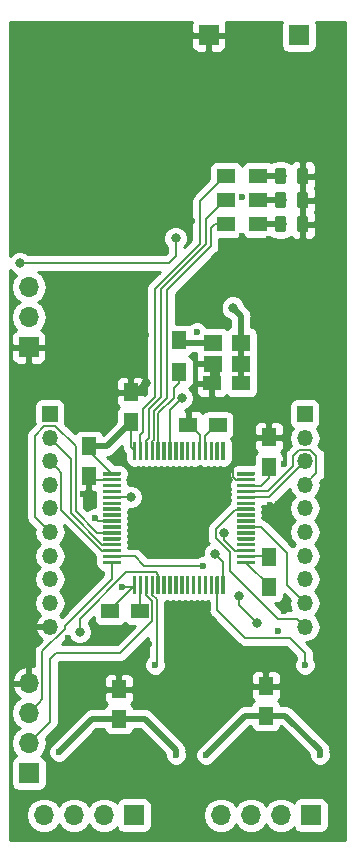
<source format=gbr>
G04 #@! TF.GenerationSoftware,KiCad,Pcbnew,5.0.2-bee76a0~70~ubuntu18.04.1*
G04 #@! TF.CreationDate,2020-02-03T17:56:43+02:00*
G04 #@! TF.ProjectId,Telemetry Board,54656c65-6d65-4747-9279-20426f617264,V1.4.1*
G04 #@! TF.SameCoordinates,Original*
G04 #@! TF.FileFunction,Copper,L2,Bot*
G04 #@! TF.FilePolarity,Positive*
%FSLAX46Y46*%
G04 Gerber Fmt 4.6, Leading zero omitted, Abs format (unit mm)*
G04 Created by KiCad (PCBNEW 5.0.2-bee76a0~70~ubuntu18.04.1) date ma  3. helmikuuta 2020 17.56.43*
%MOMM*%
%LPD*%
G01*
G04 APERTURE LIST*
G04 #@! TA.AperFunction,ComponentPad*
%ADD10R,1.350000X1.350000*%
G04 #@! TD*
G04 #@! TA.AperFunction,ComponentPad*
%ADD11O,1.350000X1.350000*%
G04 #@! TD*
G04 #@! TA.AperFunction,Conductor*
%ADD12C,0.100000*%
G04 #@! TD*
G04 #@! TA.AperFunction,SMDPad,CuDef*
%ADD13C,0.300000*%
G04 #@! TD*
G04 #@! TA.AperFunction,SMDPad,CuDef*
%ADD14C,0.975000*%
G04 #@! TD*
G04 #@! TA.AperFunction,SMDPad,CuDef*
%ADD15R,1.600000X1.400000*%
G04 #@! TD*
G04 #@! TA.AperFunction,ComponentPad*
%ADD16R,1.700000X1.700000*%
G04 #@! TD*
G04 #@! TA.AperFunction,ComponentPad*
%ADD17O,1.700000X1.700000*%
G04 #@! TD*
G04 #@! TA.AperFunction,SMDPad,CuDef*
%ADD18R,1.500000X1.250000*%
G04 #@! TD*
G04 #@! TA.AperFunction,SMDPad,CuDef*
%ADD19R,1.250000X1.500000*%
G04 #@! TD*
G04 #@! TA.AperFunction,SMDPad,CuDef*
%ADD20R,1.500000X1.300000*%
G04 #@! TD*
G04 #@! TA.AperFunction,SMDPad,CuDef*
%ADD21R,1.300000X1.500000*%
G04 #@! TD*
G04 #@! TA.AperFunction,ViaPad*
%ADD22C,0.600000*%
G04 #@! TD*
G04 #@! TA.AperFunction,ViaPad*
%ADD23C,0.800000*%
G04 #@! TD*
G04 #@! TA.AperFunction,Conductor*
%ADD24C,0.500000*%
G04 #@! TD*
G04 #@! TA.AperFunction,Conductor*
%ADD25C,0.200000*%
G04 #@! TD*
G04 #@! TA.AperFunction,Conductor*
%ADD26C,0.254000*%
G04 #@! TD*
G04 APERTURE END LIST*
D10*
G04 #@! TO.P,J9,1*
G04 #@! TO.N,+3.3V*
X101855001Y-80085001D03*
D11*
G04 #@! TO.P,J9,2*
G04 #@! TO.N,RxUART*
X101855001Y-82085001D03*
G04 #@! TO.P,J9,3*
G04 #@! TO.N,TxUART*
X101855001Y-84085001D03*
G04 #@! TO.P,J9,4*
G04 #@! TO.N,SPI_MISO*
X101855001Y-86085001D03*
G04 #@! TO.P,J9,5*
G04 #@! TO.N,RSTX*
X101855001Y-88085001D03*
G04 #@! TO.P,J9,6*
G04 #@! TO.N,ConIdent*
X101855001Y-90085001D03*
G04 #@! TO.P,J9,7*
G04 #@! TO.N,Net-(J9-Pad7)*
X101855001Y-92085001D03*
G04 #@! TO.P,J9,8*
G04 #@! TO.N,Net-(J9-Pad8)*
X101855001Y-94085001D03*
G04 #@! TO.P,J9,9*
G04 #@! TO.N,Net-(J9-Pad9)*
X101855001Y-96085001D03*
G04 #@! TO.P,J9,10*
G04 #@! TO.N,GND*
X101855001Y-98085001D03*
G04 #@! TO.P,J9,17*
G04 #@! TO.N,Net-(J9-Pad17)*
X123445001Y-92085001D03*
G04 #@! TO.P,J9,12*
G04 #@! TO.N,Net-(J9-Pad12)*
X123445001Y-82085001D03*
D10*
G04 #@! TO.P,J9,11*
G04 #@! TO.N,Net-(J9-Pad11)*
X123445001Y-80085001D03*
D11*
G04 #@! TO.P,J9,16*
G04 #@! TO.N,Net-(J9-Pad16)*
X123445001Y-90085001D03*
G04 #@! TO.P,J9,13*
G04 #@! TO.N,SPI_CLK*
X123445001Y-84085001D03*
G04 #@! TO.P,J9,18*
G04 #@! TO.N,Net-(J9-Pad18)*
X123445001Y-94085001D03*
G04 #@! TO.P,J9,15*
G04 #@! TO.N,RTS*
X123445001Y-88085001D03*
G04 #@! TO.P,J9,14*
G04 #@! TO.N,SPI_SS*
X123445001Y-86085001D03*
G04 #@! TO.P,J9,20*
G04 #@! TO.N,SPI_MOSI*
X123445001Y-98085001D03*
G04 #@! TO.P,J9,19*
G04 #@! TO.N,CTS*
X123445001Y-96085001D03*
G04 #@! TD*
D12*
G04 #@! TO.N,+3.3V*
G04 #@! TO.C,U4*
G36*
X107808351Y-85000361D02*
X107815632Y-85001441D01*
X107822771Y-85003229D01*
X107829701Y-85005709D01*
X107836355Y-85008856D01*
X107842668Y-85012640D01*
X107848579Y-85017024D01*
X107854033Y-85021967D01*
X107858976Y-85027421D01*
X107863360Y-85033332D01*
X107867144Y-85039645D01*
X107870291Y-85046299D01*
X107872771Y-85053229D01*
X107874559Y-85060368D01*
X107875639Y-85067649D01*
X107876000Y-85075000D01*
X107876000Y-85225000D01*
X107875639Y-85232351D01*
X107874559Y-85239632D01*
X107872771Y-85246771D01*
X107870291Y-85253701D01*
X107867144Y-85260355D01*
X107863360Y-85266668D01*
X107858976Y-85272579D01*
X107854033Y-85278033D01*
X107848579Y-85282976D01*
X107842668Y-85287360D01*
X107836355Y-85291144D01*
X107829701Y-85294291D01*
X107822771Y-85296771D01*
X107815632Y-85298559D01*
X107808351Y-85299639D01*
X107801000Y-85300000D01*
X106401000Y-85300000D01*
X106393649Y-85299639D01*
X106386368Y-85298559D01*
X106379229Y-85296771D01*
X106372299Y-85294291D01*
X106365645Y-85291144D01*
X106359332Y-85287360D01*
X106353421Y-85282976D01*
X106347967Y-85278033D01*
X106343024Y-85272579D01*
X106338640Y-85266668D01*
X106334856Y-85260355D01*
X106331709Y-85253701D01*
X106329229Y-85246771D01*
X106327441Y-85239632D01*
X106326361Y-85232351D01*
X106326000Y-85225000D01*
X106326000Y-85075000D01*
X106326361Y-85067649D01*
X106327441Y-85060368D01*
X106329229Y-85053229D01*
X106331709Y-85046299D01*
X106334856Y-85039645D01*
X106338640Y-85033332D01*
X106343024Y-85027421D01*
X106347967Y-85021967D01*
X106353421Y-85017024D01*
X106359332Y-85012640D01*
X106365645Y-85008856D01*
X106372299Y-85005709D01*
X106379229Y-85003229D01*
X106386368Y-85001441D01*
X106393649Y-85000361D01*
X106401000Y-85000000D01*
X107801000Y-85000000D01*
X107808351Y-85000361D01*
X107808351Y-85000361D01*
G37*
D13*
G04 #@! TD*
G04 #@! TO.P,U4,64*
G04 #@! TO.N,+3.3V*
X107101000Y-85150000D03*
D12*
G04 #@! TO.N,GND*
G04 #@! TO.C,U4*
G36*
X107808351Y-85500361D02*
X107815632Y-85501441D01*
X107822771Y-85503229D01*
X107829701Y-85505709D01*
X107836355Y-85508856D01*
X107842668Y-85512640D01*
X107848579Y-85517024D01*
X107854033Y-85521967D01*
X107858976Y-85527421D01*
X107863360Y-85533332D01*
X107867144Y-85539645D01*
X107870291Y-85546299D01*
X107872771Y-85553229D01*
X107874559Y-85560368D01*
X107875639Y-85567649D01*
X107876000Y-85575000D01*
X107876000Y-85725000D01*
X107875639Y-85732351D01*
X107874559Y-85739632D01*
X107872771Y-85746771D01*
X107870291Y-85753701D01*
X107867144Y-85760355D01*
X107863360Y-85766668D01*
X107858976Y-85772579D01*
X107854033Y-85778033D01*
X107848579Y-85782976D01*
X107842668Y-85787360D01*
X107836355Y-85791144D01*
X107829701Y-85794291D01*
X107822771Y-85796771D01*
X107815632Y-85798559D01*
X107808351Y-85799639D01*
X107801000Y-85800000D01*
X106401000Y-85800000D01*
X106393649Y-85799639D01*
X106386368Y-85798559D01*
X106379229Y-85796771D01*
X106372299Y-85794291D01*
X106365645Y-85791144D01*
X106359332Y-85787360D01*
X106353421Y-85782976D01*
X106347967Y-85778033D01*
X106343024Y-85772579D01*
X106338640Y-85766668D01*
X106334856Y-85760355D01*
X106331709Y-85753701D01*
X106329229Y-85746771D01*
X106327441Y-85739632D01*
X106326361Y-85732351D01*
X106326000Y-85725000D01*
X106326000Y-85575000D01*
X106326361Y-85567649D01*
X106327441Y-85560368D01*
X106329229Y-85553229D01*
X106331709Y-85546299D01*
X106334856Y-85539645D01*
X106338640Y-85533332D01*
X106343024Y-85527421D01*
X106347967Y-85521967D01*
X106353421Y-85517024D01*
X106359332Y-85512640D01*
X106365645Y-85508856D01*
X106372299Y-85505709D01*
X106379229Y-85503229D01*
X106386368Y-85501441D01*
X106393649Y-85500361D01*
X106401000Y-85500000D01*
X107801000Y-85500000D01*
X107808351Y-85500361D01*
X107808351Y-85500361D01*
G37*
D13*
G04 #@! TD*
G04 #@! TO.P,U4,63*
G04 #@! TO.N,GND*
X107101000Y-85650000D03*
D12*
G04 #@! TO.N,Net-(U4-Pad62)*
G04 #@! TO.C,U4*
G36*
X107808351Y-86000361D02*
X107815632Y-86001441D01*
X107822771Y-86003229D01*
X107829701Y-86005709D01*
X107836355Y-86008856D01*
X107842668Y-86012640D01*
X107848579Y-86017024D01*
X107854033Y-86021967D01*
X107858976Y-86027421D01*
X107863360Y-86033332D01*
X107867144Y-86039645D01*
X107870291Y-86046299D01*
X107872771Y-86053229D01*
X107874559Y-86060368D01*
X107875639Y-86067649D01*
X107876000Y-86075000D01*
X107876000Y-86225000D01*
X107875639Y-86232351D01*
X107874559Y-86239632D01*
X107872771Y-86246771D01*
X107870291Y-86253701D01*
X107867144Y-86260355D01*
X107863360Y-86266668D01*
X107858976Y-86272579D01*
X107854033Y-86278033D01*
X107848579Y-86282976D01*
X107842668Y-86287360D01*
X107836355Y-86291144D01*
X107829701Y-86294291D01*
X107822771Y-86296771D01*
X107815632Y-86298559D01*
X107808351Y-86299639D01*
X107801000Y-86300000D01*
X106401000Y-86300000D01*
X106393649Y-86299639D01*
X106386368Y-86298559D01*
X106379229Y-86296771D01*
X106372299Y-86294291D01*
X106365645Y-86291144D01*
X106359332Y-86287360D01*
X106353421Y-86282976D01*
X106347967Y-86278033D01*
X106343024Y-86272579D01*
X106338640Y-86266668D01*
X106334856Y-86260355D01*
X106331709Y-86253701D01*
X106329229Y-86246771D01*
X106327441Y-86239632D01*
X106326361Y-86232351D01*
X106326000Y-86225000D01*
X106326000Y-86075000D01*
X106326361Y-86067649D01*
X106327441Y-86060368D01*
X106329229Y-86053229D01*
X106331709Y-86046299D01*
X106334856Y-86039645D01*
X106338640Y-86033332D01*
X106343024Y-86027421D01*
X106347967Y-86021967D01*
X106353421Y-86017024D01*
X106359332Y-86012640D01*
X106365645Y-86008856D01*
X106372299Y-86005709D01*
X106379229Y-86003229D01*
X106386368Y-86001441D01*
X106393649Y-86000361D01*
X106401000Y-86000000D01*
X107801000Y-86000000D01*
X107808351Y-86000361D01*
X107808351Y-86000361D01*
G37*
D13*
G04 #@! TD*
G04 #@! TO.P,U4,62*
G04 #@! TO.N,Net-(U4-Pad62)*
X107101000Y-86150000D03*
D12*
G04 #@! TO.N,Net-(U4-Pad61)*
G04 #@! TO.C,U4*
G36*
X107808351Y-86500361D02*
X107815632Y-86501441D01*
X107822771Y-86503229D01*
X107829701Y-86505709D01*
X107836355Y-86508856D01*
X107842668Y-86512640D01*
X107848579Y-86517024D01*
X107854033Y-86521967D01*
X107858976Y-86527421D01*
X107863360Y-86533332D01*
X107867144Y-86539645D01*
X107870291Y-86546299D01*
X107872771Y-86553229D01*
X107874559Y-86560368D01*
X107875639Y-86567649D01*
X107876000Y-86575000D01*
X107876000Y-86725000D01*
X107875639Y-86732351D01*
X107874559Y-86739632D01*
X107872771Y-86746771D01*
X107870291Y-86753701D01*
X107867144Y-86760355D01*
X107863360Y-86766668D01*
X107858976Y-86772579D01*
X107854033Y-86778033D01*
X107848579Y-86782976D01*
X107842668Y-86787360D01*
X107836355Y-86791144D01*
X107829701Y-86794291D01*
X107822771Y-86796771D01*
X107815632Y-86798559D01*
X107808351Y-86799639D01*
X107801000Y-86800000D01*
X106401000Y-86800000D01*
X106393649Y-86799639D01*
X106386368Y-86798559D01*
X106379229Y-86796771D01*
X106372299Y-86794291D01*
X106365645Y-86791144D01*
X106359332Y-86787360D01*
X106353421Y-86782976D01*
X106347967Y-86778033D01*
X106343024Y-86772579D01*
X106338640Y-86766668D01*
X106334856Y-86760355D01*
X106331709Y-86753701D01*
X106329229Y-86746771D01*
X106327441Y-86739632D01*
X106326361Y-86732351D01*
X106326000Y-86725000D01*
X106326000Y-86575000D01*
X106326361Y-86567649D01*
X106327441Y-86560368D01*
X106329229Y-86553229D01*
X106331709Y-86546299D01*
X106334856Y-86539645D01*
X106338640Y-86533332D01*
X106343024Y-86527421D01*
X106347967Y-86521967D01*
X106353421Y-86517024D01*
X106359332Y-86512640D01*
X106365645Y-86508856D01*
X106372299Y-86505709D01*
X106379229Y-86503229D01*
X106386368Y-86501441D01*
X106393649Y-86500361D01*
X106401000Y-86500000D01*
X107801000Y-86500000D01*
X107808351Y-86500361D01*
X107808351Y-86500361D01*
G37*
D13*
G04 #@! TD*
G04 #@! TO.P,U4,61*
G04 #@! TO.N,Net-(U4-Pad61)*
X107101000Y-86650000D03*
D12*
G04 #@! TO.N,BOOT0*
G04 #@! TO.C,U4*
G36*
X107808351Y-87000361D02*
X107815632Y-87001441D01*
X107822771Y-87003229D01*
X107829701Y-87005709D01*
X107836355Y-87008856D01*
X107842668Y-87012640D01*
X107848579Y-87017024D01*
X107854033Y-87021967D01*
X107858976Y-87027421D01*
X107863360Y-87033332D01*
X107867144Y-87039645D01*
X107870291Y-87046299D01*
X107872771Y-87053229D01*
X107874559Y-87060368D01*
X107875639Y-87067649D01*
X107876000Y-87075000D01*
X107876000Y-87225000D01*
X107875639Y-87232351D01*
X107874559Y-87239632D01*
X107872771Y-87246771D01*
X107870291Y-87253701D01*
X107867144Y-87260355D01*
X107863360Y-87266668D01*
X107858976Y-87272579D01*
X107854033Y-87278033D01*
X107848579Y-87282976D01*
X107842668Y-87287360D01*
X107836355Y-87291144D01*
X107829701Y-87294291D01*
X107822771Y-87296771D01*
X107815632Y-87298559D01*
X107808351Y-87299639D01*
X107801000Y-87300000D01*
X106401000Y-87300000D01*
X106393649Y-87299639D01*
X106386368Y-87298559D01*
X106379229Y-87296771D01*
X106372299Y-87294291D01*
X106365645Y-87291144D01*
X106359332Y-87287360D01*
X106353421Y-87282976D01*
X106347967Y-87278033D01*
X106343024Y-87272579D01*
X106338640Y-87266668D01*
X106334856Y-87260355D01*
X106331709Y-87253701D01*
X106329229Y-87246771D01*
X106327441Y-87239632D01*
X106326361Y-87232351D01*
X106326000Y-87225000D01*
X106326000Y-87075000D01*
X106326361Y-87067649D01*
X106327441Y-87060368D01*
X106329229Y-87053229D01*
X106331709Y-87046299D01*
X106334856Y-87039645D01*
X106338640Y-87033332D01*
X106343024Y-87027421D01*
X106347967Y-87021967D01*
X106353421Y-87017024D01*
X106359332Y-87012640D01*
X106365645Y-87008856D01*
X106372299Y-87005709D01*
X106379229Y-87003229D01*
X106386368Y-87001441D01*
X106393649Y-87000361D01*
X106401000Y-87000000D01*
X107801000Y-87000000D01*
X107808351Y-87000361D01*
X107808351Y-87000361D01*
G37*
D13*
G04 #@! TD*
G04 #@! TO.P,U4,60*
G04 #@! TO.N,BOOT0*
X107101000Y-87150000D03*
D12*
G04 #@! TO.N,Net-(U4-Pad59)*
G04 #@! TO.C,U4*
G36*
X107808351Y-87500361D02*
X107815632Y-87501441D01*
X107822771Y-87503229D01*
X107829701Y-87505709D01*
X107836355Y-87508856D01*
X107842668Y-87512640D01*
X107848579Y-87517024D01*
X107854033Y-87521967D01*
X107858976Y-87527421D01*
X107863360Y-87533332D01*
X107867144Y-87539645D01*
X107870291Y-87546299D01*
X107872771Y-87553229D01*
X107874559Y-87560368D01*
X107875639Y-87567649D01*
X107876000Y-87575000D01*
X107876000Y-87725000D01*
X107875639Y-87732351D01*
X107874559Y-87739632D01*
X107872771Y-87746771D01*
X107870291Y-87753701D01*
X107867144Y-87760355D01*
X107863360Y-87766668D01*
X107858976Y-87772579D01*
X107854033Y-87778033D01*
X107848579Y-87782976D01*
X107842668Y-87787360D01*
X107836355Y-87791144D01*
X107829701Y-87794291D01*
X107822771Y-87796771D01*
X107815632Y-87798559D01*
X107808351Y-87799639D01*
X107801000Y-87800000D01*
X106401000Y-87800000D01*
X106393649Y-87799639D01*
X106386368Y-87798559D01*
X106379229Y-87796771D01*
X106372299Y-87794291D01*
X106365645Y-87791144D01*
X106359332Y-87787360D01*
X106353421Y-87782976D01*
X106347967Y-87778033D01*
X106343024Y-87772579D01*
X106338640Y-87766668D01*
X106334856Y-87760355D01*
X106331709Y-87753701D01*
X106329229Y-87746771D01*
X106327441Y-87739632D01*
X106326361Y-87732351D01*
X106326000Y-87725000D01*
X106326000Y-87575000D01*
X106326361Y-87567649D01*
X106327441Y-87560368D01*
X106329229Y-87553229D01*
X106331709Y-87546299D01*
X106334856Y-87539645D01*
X106338640Y-87533332D01*
X106343024Y-87527421D01*
X106347967Y-87521967D01*
X106353421Y-87517024D01*
X106359332Y-87512640D01*
X106365645Y-87508856D01*
X106372299Y-87505709D01*
X106379229Y-87503229D01*
X106386368Y-87501441D01*
X106393649Y-87500361D01*
X106401000Y-87500000D01*
X107801000Y-87500000D01*
X107808351Y-87500361D01*
X107808351Y-87500361D01*
G37*
D13*
G04 #@! TD*
G04 #@! TO.P,U4,59*
G04 #@! TO.N,Net-(U4-Pad59)*
X107101000Y-87650000D03*
D12*
G04 #@! TO.N,Net-(U4-Pad58)*
G04 #@! TO.C,U4*
G36*
X107808351Y-88000361D02*
X107815632Y-88001441D01*
X107822771Y-88003229D01*
X107829701Y-88005709D01*
X107836355Y-88008856D01*
X107842668Y-88012640D01*
X107848579Y-88017024D01*
X107854033Y-88021967D01*
X107858976Y-88027421D01*
X107863360Y-88033332D01*
X107867144Y-88039645D01*
X107870291Y-88046299D01*
X107872771Y-88053229D01*
X107874559Y-88060368D01*
X107875639Y-88067649D01*
X107876000Y-88075000D01*
X107876000Y-88225000D01*
X107875639Y-88232351D01*
X107874559Y-88239632D01*
X107872771Y-88246771D01*
X107870291Y-88253701D01*
X107867144Y-88260355D01*
X107863360Y-88266668D01*
X107858976Y-88272579D01*
X107854033Y-88278033D01*
X107848579Y-88282976D01*
X107842668Y-88287360D01*
X107836355Y-88291144D01*
X107829701Y-88294291D01*
X107822771Y-88296771D01*
X107815632Y-88298559D01*
X107808351Y-88299639D01*
X107801000Y-88300000D01*
X106401000Y-88300000D01*
X106393649Y-88299639D01*
X106386368Y-88298559D01*
X106379229Y-88296771D01*
X106372299Y-88294291D01*
X106365645Y-88291144D01*
X106359332Y-88287360D01*
X106353421Y-88282976D01*
X106347967Y-88278033D01*
X106343024Y-88272579D01*
X106338640Y-88266668D01*
X106334856Y-88260355D01*
X106331709Y-88253701D01*
X106329229Y-88246771D01*
X106327441Y-88239632D01*
X106326361Y-88232351D01*
X106326000Y-88225000D01*
X106326000Y-88075000D01*
X106326361Y-88067649D01*
X106327441Y-88060368D01*
X106329229Y-88053229D01*
X106331709Y-88046299D01*
X106334856Y-88039645D01*
X106338640Y-88033332D01*
X106343024Y-88027421D01*
X106347967Y-88021967D01*
X106353421Y-88017024D01*
X106359332Y-88012640D01*
X106365645Y-88008856D01*
X106372299Y-88005709D01*
X106379229Y-88003229D01*
X106386368Y-88001441D01*
X106393649Y-88000361D01*
X106401000Y-88000000D01*
X107801000Y-88000000D01*
X107808351Y-88000361D01*
X107808351Y-88000361D01*
G37*
D13*
G04 #@! TD*
G04 #@! TO.P,U4,58*
G04 #@! TO.N,Net-(U4-Pad58)*
X107101000Y-88150000D03*
D12*
G04 #@! TO.N,Net-(U4-Pad57)*
G04 #@! TO.C,U4*
G36*
X107808351Y-88500361D02*
X107815632Y-88501441D01*
X107822771Y-88503229D01*
X107829701Y-88505709D01*
X107836355Y-88508856D01*
X107842668Y-88512640D01*
X107848579Y-88517024D01*
X107854033Y-88521967D01*
X107858976Y-88527421D01*
X107863360Y-88533332D01*
X107867144Y-88539645D01*
X107870291Y-88546299D01*
X107872771Y-88553229D01*
X107874559Y-88560368D01*
X107875639Y-88567649D01*
X107876000Y-88575000D01*
X107876000Y-88725000D01*
X107875639Y-88732351D01*
X107874559Y-88739632D01*
X107872771Y-88746771D01*
X107870291Y-88753701D01*
X107867144Y-88760355D01*
X107863360Y-88766668D01*
X107858976Y-88772579D01*
X107854033Y-88778033D01*
X107848579Y-88782976D01*
X107842668Y-88787360D01*
X107836355Y-88791144D01*
X107829701Y-88794291D01*
X107822771Y-88796771D01*
X107815632Y-88798559D01*
X107808351Y-88799639D01*
X107801000Y-88800000D01*
X106401000Y-88800000D01*
X106393649Y-88799639D01*
X106386368Y-88798559D01*
X106379229Y-88796771D01*
X106372299Y-88794291D01*
X106365645Y-88791144D01*
X106359332Y-88787360D01*
X106353421Y-88782976D01*
X106347967Y-88778033D01*
X106343024Y-88772579D01*
X106338640Y-88766668D01*
X106334856Y-88760355D01*
X106331709Y-88753701D01*
X106329229Y-88746771D01*
X106327441Y-88739632D01*
X106326361Y-88732351D01*
X106326000Y-88725000D01*
X106326000Y-88575000D01*
X106326361Y-88567649D01*
X106327441Y-88560368D01*
X106329229Y-88553229D01*
X106331709Y-88546299D01*
X106334856Y-88539645D01*
X106338640Y-88533332D01*
X106343024Y-88527421D01*
X106347967Y-88521967D01*
X106353421Y-88517024D01*
X106359332Y-88512640D01*
X106365645Y-88508856D01*
X106372299Y-88505709D01*
X106379229Y-88503229D01*
X106386368Y-88501441D01*
X106393649Y-88500361D01*
X106401000Y-88500000D01*
X107801000Y-88500000D01*
X107808351Y-88500361D01*
X107808351Y-88500361D01*
G37*
D13*
G04 #@! TD*
G04 #@! TO.P,U4,57*
G04 #@! TO.N,Net-(U4-Pad57)*
X107101000Y-88650000D03*
D12*
G04 #@! TO.N,SPI_MISO*
G04 #@! TO.C,U4*
G36*
X107808351Y-89000361D02*
X107815632Y-89001441D01*
X107822771Y-89003229D01*
X107829701Y-89005709D01*
X107836355Y-89008856D01*
X107842668Y-89012640D01*
X107848579Y-89017024D01*
X107854033Y-89021967D01*
X107858976Y-89027421D01*
X107863360Y-89033332D01*
X107867144Y-89039645D01*
X107870291Y-89046299D01*
X107872771Y-89053229D01*
X107874559Y-89060368D01*
X107875639Y-89067649D01*
X107876000Y-89075000D01*
X107876000Y-89225000D01*
X107875639Y-89232351D01*
X107874559Y-89239632D01*
X107872771Y-89246771D01*
X107870291Y-89253701D01*
X107867144Y-89260355D01*
X107863360Y-89266668D01*
X107858976Y-89272579D01*
X107854033Y-89278033D01*
X107848579Y-89282976D01*
X107842668Y-89287360D01*
X107836355Y-89291144D01*
X107829701Y-89294291D01*
X107822771Y-89296771D01*
X107815632Y-89298559D01*
X107808351Y-89299639D01*
X107801000Y-89300000D01*
X106401000Y-89300000D01*
X106393649Y-89299639D01*
X106386368Y-89298559D01*
X106379229Y-89296771D01*
X106372299Y-89294291D01*
X106365645Y-89291144D01*
X106359332Y-89287360D01*
X106353421Y-89282976D01*
X106347967Y-89278033D01*
X106343024Y-89272579D01*
X106338640Y-89266668D01*
X106334856Y-89260355D01*
X106331709Y-89253701D01*
X106329229Y-89246771D01*
X106327441Y-89239632D01*
X106326361Y-89232351D01*
X106326000Y-89225000D01*
X106326000Y-89075000D01*
X106326361Y-89067649D01*
X106327441Y-89060368D01*
X106329229Y-89053229D01*
X106331709Y-89046299D01*
X106334856Y-89039645D01*
X106338640Y-89033332D01*
X106343024Y-89027421D01*
X106347967Y-89021967D01*
X106353421Y-89017024D01*
X106359332Y-89012640D01*
X106365645Y-89008856D01*
X106372299Y-89005709D01*
X106379229Y-89003229D01*
X106386368Y-89001441D01*
X106393649Y-89000361D01*
X106401000Y-89000000D01*
X107801000Y-89000000D01*
X107808351Y-89000361D01*
X107808351Y-89000361D01*
G37*
D13*
G04 #@! TD*
G04 #@! TO.P,U4,56*
G04 #@! TO.N,SPI_MISO*
X107101000Y-89150000D03*
D12*
G04 #@! TO.N,Net-(U4-Pad55)*
G04 #@! TO.C,U4*
G36*
X107808351Y-89500361D02*
X107815632Y-89501441D01*
X107822771Y-89503229D01*
X107829701Y-89505709D01*
X107836355Y-89508856D01*
X107842668Y-89512640D01*
X107848579Y-89517024D01*
X107854033Y-89521967D01*
X107858976Y-89527421D01*
X107863360Y-89533332D01*
X107867144Y-89539645D01*
X107870291Y-89546299D01*
X107872771Y-89553229D01*
X107874559Y-89560368D01*
X107875639Y-89567649D01*
X107876000Y-89575000D01*
X107876000Y-89725000D01*
X107875639Y-89732351D01*
X107874559Y-89739632D01*
X107872771Y-89746771D01*
X107870291Y-89753701D01*
X107867144Y-89760355D01*
X107863360Y-89766668D01*
X107858976Y-89772579D01*
X107854033Y-89778033D01*
X107848579Y-89782976D01*
X107842668Y-89787360D01*
X107836355Y-89791144D01*
X107829701Y-89794291D01*
X107822771Y-89796771D01*
X107815632Y-89798559D01*
X107808351Y-89799639D01*
X107801000Y-89800000D01*
X106401000Y-89800000D01*
X106393649Y-89799639D01*
X106386368Y-89798559D01*
X106379229Y-89796771D01*
X106372299Y-89794291D01*
X106365645Y-89791144D01*
X106359332Y-89787360D01*
X106353421Y-89782976D01*
X106347967Y-89778033D01*
X106343024Y-89772579D01*
X106338640Y-89766668D01*
X106334856Y-89760355D01*
X106331709Y-89753701D01*
X106329229Y-89746771D01*
X106327441Y-89739632D01*
X106326361Y-89732351D01*
X106326000Y-89725000D01*
X106326000Y-89575000D01*
X106326361Y-89567649D01*
X106327441Y-89560368D01*
X106329229Y-89553229D01*
X106331709Y-89546299D01*
X106334856Y-89539645D01*
X106338640Y-89533332D01*
X106343024Y-89527421D01*
X106347967Y-89521967D01*
X106353421Y-89517024D01*
X106359332Y-89512640D01*
X106365645Y-89508856D01*
X106372299Y-89505709D01*
X106379229Y-89503229D01*
X106386368Y-89501441D01*
X106393649Y-89500361D01*
X106401000Y-89500000D01*
X107801000Y-89500000D01*
X107808351Y-89500361D01*
X107808351Y-89500361D01*
G37*
D13*
G04 #@! TD*
G04 #@! TO.P,U4,55*
G04 #@! TO.N,Net-(U4-Pad55)*
X107101000Y-89650000D03*
D12*
G04 #@! TO.N,ConIdent*
G04 #@! TO.C,U4*
G36*
X107808351Y-90000361D02*
X107815632Y-90001441D01*
X107822771Y-90003229D01*
X107829701Y-90005709D01*
X107836355Y-90008856D01*
X107842668Y-90012640D01*
X107848579Y-90017024D01*
X107854033Y-90021967D01*
X107858976Y-90027421D01*
X107863360Y-90033332D01*
X107867144Y-90039645D01*
X107870291Y-90046299D01*
X107872771Y-90053229D01*
X107874559Y-90060368D01*
X107875639Y-90067649D01*
X107876000Y-90075000D01*
X107876000Y-90225000D01*
X107875639Y-90232351D01*
X107874559Y-90239632D01*
X107872771Y-90246771D01*
X107870291Y-90253701D01*
X107867144Y-90260355D01*
X107863360Y-90266668D01*
X107858976Y-90272579D01*
X107854033Y-90278033D01*
X107848579Y-90282976D01*
X107842668Y-90287360D01*
X107836355Y-90291144D01*
X107829701Y-90294291D01*
X107822771Y-90296771D01*
X107815632Y-90298559D01*
X107808351Y-90299639D01*
X107801000Y-90300000D01*
X106401000Y-90300000D01*
X106393649Y-90299639D01*
X106386368Y-90298559D01*
X106379229Y-90296771D01*
X106372299Y-90294291D01*
X106365645Y-90291144D01*
X106359332Y-90287360D01*
X106353421Y-90282976D01*
X106347967Y-90278033D01*
X106343024Y-90272579D01*
X106338640Y-90266668D01*
X106334856Y-90260355D01*
X106331709Y-90253701D01*
X106329229Y-90246771D01*
X106327441Y-90239632D01*
X106326361Y-90232351D01*
X106326000Y-90225000D01*
X106326000Y-90075000D01*
X106326361Y-90067649D01*
X106327441Y-90060368D01*
X106329229Y-90053229D01*
X106331709Y-90046299D01*
X106334856Y-90039645D01*
X106338640Y-90033332D01*
X106343024Y-90027421D01*
X106347967Y-90021967D01*
X106353421Y-90017024D01*
X106359332Y-90012640D01*
X106365645Y-90008856D01*
X106372299Y-90005709D01*
X106379229Y-90003229D01*
X106386368Y-90001441D01*
X106393649Y-90000361D01*
X106401000Y-90000000D01*
X107801000Y-90000000D01*
X107808351Y-90000361D01*
X107808351Y-90000361D01*
G37*
D13*
G04 #@! TD*
G04 #@! TO.P,U4,54*
G04 #@! TO.N,ConIdent*
X107101000Y-90150000D03*
D12*
G04 #@! TO.N,Net-(U4-Pad53)*
G04 #@! TO.C,U4*
G36*
X107808351Y-90500361D02*
X107815632Y-90501441D01*
X107822771Y-90503229D01*
X107829701Y-90505709D01*
X107836355Y-90508856D01*
X107842668Y-90512640D01*
X107848579Y-90517024D01*
X107854033Y-90521967D01*
X107858976Y-90527421D01*
X107863360Y-90533332D01*
X107867144Y-90539645D01*
X107870291Y-90546299D01*
X107872771Y-90553229D01*
X107874559Y-90560368D01*
X107875639Y-90567649D01*
X107876000Y-90575000D01*
X107876000Y-90725000D01*
X107875639Y-90732351D01*
X107874559Y-90739632D01*
X107872771Y-90746771D01*
X107870291Y-90753701D01*
X107867144Y-90760355D01*
X107863360Y-90766668D01*
X107858976Y-90772579D01*
X107854033Y-90778033D01*
X107848579Y-90782976D01*
X107842668Y-90787360D01*
X107836355Y-90791144D01*
X107829701Y-90794291D01*
X107822771Y-90796771D01*
X107815632Y-90798559D01*
X107808351Y-90799639D01*
X107801000Y-90800000D01*
X106401000Y-90800000D01*
X106393649Y-90799639D01*
X106386368Y-90798559D01*
X106379229Y-90796771D01*
X106372299Y-90794291D01*
X106365645Y-90791144D01*
X106359332Y-90787360D01*
X106353421Y-90782976D01*
X106347967Y-90778033D01*
X106343024Y-90772579D01*
X106338640Y-90766668D01*
X106334856Y-90760355D01*
X106331709Y-90753701D01*
X106329229Y-90746771D01*
X106327441Y-90739632D01*
X106326361Y-90732351D01*
X106326000Y-90725000D01*
X106326000Y-90575000D01*
X106326361Y-90567649D01*
X106327441Y-90560368D01*
X106329229Y-90553229D01*
X106331709Y-90546299D01*
X106334856Y-90539645D01*
X106338640Y-90533332D01*
X106343024Y-90527421D01*
X106347967Y-90521967D01*
X106353421Y-90517024D01*
X106359332Y-90512640D01*
X106365645Y-90508856D01*
X106372299Y-90505709D01*
X106379229Y-90503229D01*
X106386368Y-90501441D01*
X106393649Y-90500361D01*
X106401000Y-90500000D01*
X107801000Y-90500000D01*
X107808351Y-90500361D01*
X107808351Y-90500361D01*
G37*
D13*
G04 #@! TD*
G04 #@! TO.P,U4,53*
G04 #@! TO.N,Net-(U4-Pad53)*
X107101000Y-90650000D03*
D12*
G04 #@! TO.N,RxUART*
G04 #@! TO.C,U4*
G36*
X107808351Y-91000361D02*
X107815632Y-91001441D01*
X107822771Y-91003229D01*
X107829701Y-91005709D01*
X107836355Y-91008856D01*
X107842668Y-91012640D01*
X107848579Y-91017024D01*
X107854033Y-91021967D01*
X107858976Y-91027421D01*
X107863360Y-91033332D01*
X107867144Y-91039645D01*
X107870291Y-91046299D01*
X107872771Y-91053229D01*
X107874559Y-91060368D01*
X107875639Y-91067649D01*
X107876000Y-91075000D01*
X107876000Y-91225000D01*
X107875639Y-91232351D01*
X107874559Y-91239632D01*
X107872771Y-91246771D01*
X107870291Y-91253701D01*
X107867144Y-91260355D01*
X107863360Y-91266668D01*
X107858976Y-91272579D01*
X107854033Y-91278033D01*
X107848579Y-91282976D01*
X107842668Y-91287360D01*
X107836355Y-91291144D01*
X107829701Y-91294291D01*
X107822771Y-91296771D01*
X107815632Y-91298559D01*
X107808351Y-91299639D01*
X107801000Y-91300000D01*
X106401000Y-91300000D01*
X106393649Y-91299639D01*
X106386368Y-91298559D01*
X106379229Y-91296771D01*
X106372299Y-91294291D01*
X106365645Y-91291144D01*
X106359332Y-91287360D01*
X106353421Y-91282976D01*
X106347967Y-91278033D01*
X106343024Y-91272579D01*
X106338640Y-91266668D01*
X106334856Y-91260355D01*
X106331709Y-91253701D01*
X106329229Y-91246771D01*
X106327441Y-91239632D01*
X106326361Y-91232351D01*
X106326000Y-91225000D01*
X106326000Y-91075000D01*
X106326361Y-91067649D01*
X106327441Y-91060368D01*
X106329229Y-91053229D01*
X106331709Y-91046299D01*
X106334856Y-91039645D01*
X106338640Y-91033332D01*
X106343024Y-91027421D01*
X106347967Y-91021967D01*
X106353421Y-91017024D01*
X106359332Y-91012640D01*
X106365645Y-91008856D01*
X106372299Y-91005709D01*
X106379229Y-91003229D01*
X106386368Y-91001441D01*
X106393649Y-91000361D01*
X106401000Y-91000000D01*
X107801000Y-91000000D01*
X107808351Y-91000361D01*
X107808351Y-91000361D01*
G37*
D13*
G04 #@! TD*
G04 #@! TO.P,U4,52*
G04 #@! TO.N,RxUART*
X107101000Y-91150000D03*
D12*
G04 #@! TO.N,TxUART*
G04 #@! TO.C,U4*
G36*
X107808351Y-91500361D02*
X107815632Y-91501441D01*
X107822771Y-91503229D01*
X107829701Y-91505709D01*
X107836355Y-91508856D01*
X107842668Y-91512640D01*
X107848579Y-91517024D01*
X107854033Y-91521967D01*
X107858976Y-91527421D01*
X107863360Y-91533332D01*
X107867144Y-91539645D01*
X107870291Y-91546299D01*
X107872771Y-91553229D01*
X107874559Y-91560368D01*
X107875639Y-91567649D01*
X107876000Y-91575000D01*
X107876000Y-91725000D01*
X107875639Y-91732351D01*
X107874559Y-91739632D01*
X107872771Y-91746771D01*
X107870291Y-91753701D01*
X107867144Y-91760355D01*
X107863360Y-91766668D01*
X107858976Y-91772579D01*
X107854033Y-91778033D01*
X107848579Y-91782976D01*
X107842668Y-91787360D01*
X107836355Y-91791144D01*
X107829701Y-91794291D01*
X107822771Y-91796771D01*
X107815632Y-91798559D01*
X107808351Y-91799639D01*
X107801000Y-91800000D01*
X106401000Y-91800000D01*
X106393649Y-91799639D01*
X106386368Y-91798559D01*
X106379229Y-91796771D01*
X106372299Y-91794291D01*
X106365645Y-91791144D01*
X106359332Y-91787360D01*
X106353421Y-91782976D01*
X106347967Y-91778033D01*
X106343024Y-91772579D01*
X106338640Y-91766668D01*
X106334856Y-91760355D01*
X106331709Y-91753701D01*
X106329229Y-91746771D01*
X106327441Y-91739632D01*
X106326361Y-91732351D01*
X106326000Y-91725000D01*
X106326000Y-91575000D01*
X106326361Y-91567649D01*
X106327441Y-91560368D01*
X106329229Y-91553229D01*
X106331709Y-91546299D01*
X106334856Y-91539645D01*
X106338640Y-91533332D01*
X106343024Y-91527421D01*
X106347967Y-91521967D01*
X106353421Y-91517024D01*
X106359332Y-91512640D01*
X106365645Y-91508856D01*
X106372299Y-91505709D01*
X106379229Y-91503229D01*
X106386368Y-91501441D01*
X106393649Y-91500361D01*
X106401000Y-91500000D01*
X107801000Y-91500000D01*
X107808351Y-91500361D01*
X107808351Y-91500361D01*
G37*
D13*
G04 #@! TD*
G04 #@! TO.P,U4,51*
G04 #@! TO.N,TxUART*
X107101000Y-91650000D03*
D12*
G04 #@! TO.N,RTS*
G04 #@! TO.C,U4*
G36*
X107808351Y-92000361D02*
X107815632Y-92001441D01*
X107822771Y-92003229D01*
X107829701Y-92005709D01*
X107836355Y-92008856D01*
X107842668Y-92012640D01*
X107848579Y-92017024D01*
X107854033Y-92021967D01*
X107858976Y-92027421D01*
X107863360Y-92033332D01*
X107867144Y-92039645D01*
X107870291Y-92046299D01*
X107872771Y-92053229D01*
X107874559Y-92060368D01*
X107875639Y-92067649D01*
X107876000Y-92075000D01*
X107876000Y-92225000D01*
X107875639Y-92232351D01*
X107874559Y-92239632D01*
X107872771Y-92246771D01*
X107870291Y-92253701D01*
X107867144Y-92260355D01*
X107863360Y-92266668D01*
X107858976Y-92272579D01*
X107854033Y-92278033D01*
X107848579Y-92282976D01*
X107842668Y-92287360D01*
X107836355Y-92291144D01*
X107829701Y-92294291D01*
X107822771Y-92296771D01*
X107815632Y-92298559D01*
X107808351Y-92299639D01*
X107801000Y-92300000D01*
X106401000Y-92300000D01*
X106393649Y-92299639D01*
X106386368Y-92298559D01*
X106379229Y-92296771D01*
X106372299Y-92294291D01*
X106365645Y-92291144D01*
X106359332Y-92287360D01*
X106353421Y-92282976D01*
X106347967Y-92278033D01*
X106343024Y-92272579D01*
X106338640Y-92266668D01*
X106334856Y-92260355D01*
X106331709Y-92253701D01*
X106329229Y-92246771D01*
X106327441Y-92239632D01*
X106326361Y-92232351D01*
X106326000Y-92225000D01*
X106326000Y-92075000D01*
X106326361Y-92067649D01*
X106327441Y-92060368D01*
X106329229Y-92053229D01*
X106331709Y-92046299D01*
X106334856Y-92039645D01*
X106338640Y-92033332D01*
X106343024Y-92027421D01*
X106347967Y-92021967D01*
X106353421Y-92017024D01*
X106359332Y-92012640D01*
X106365645Y-92008856D01*
X106372299Y-92005709D01*
X106379229Y-92003229D01*
X106386368Y-92001441D01*
X106393649Y-92000361D01*
X106401000Y-92000000D01*
X107801000Y-92000000D01*
X107808351Y-92000361D01*
X107808351Y-92000361D01*
G37*
D13*
G04 #@! TD*
G04 #@! TO.P,U4,50*
G04 #@! TO.N,RTS*
X107101000Y-92150000D03*
D12*
G04 #@! TO.N,SWCLK*
G04 #@! TO.C,U4*
G36*
X107808351Y-92500361D02*
X107815632Y-92501441D01*
X107822771Y-92503229D01*
X107829701Y-92505709D01*
X107836355Y-92508856D01*
X107842668Y-92512640D01*
X107848579Y-92517024D01*
X107854033Y-92521967D01*
X107858976Y-92527421D01*
X107863360Y-92533332D01*
X107867144Y-92539645D01*
X107870291Y-92546299D01*
X107872771Y-92553229D01*
X107874559Y-92560368D01*
X107875639Y-92567649D01*
X107876000Y-92575000D01*
X107876000Y-92725000D01*
X107875639Y-92732351D01*
X107874559Y-92739632D01*
X107872771Y-92746771D01*
X107870291Y-92753701D01*
X107867144Y-92760355D01*
X107863360Y-92766668D01*
X107858976Y-92772579D01*
X107854033Y-92778033D01*
X107848579Y-92782976D01*
X107842668Y-92787360D01*
X107836355Y-92791144D01*
X107829701Y-92794291D01*
X107822771Y-92796771D01*
X107815632Y-92798559D01*
X107808351Y-92799639D01*
X107801000Y-92800000D01*
X106401000Y-92800000D01*
X106393649Y-92799639D01*
X106386368Y-92798559D01*
X106379229Y-92796771D01*
X106372299Y-92794291D01*
X106365645Y-92791144D01*
X106359332Y-92787360D01*
X106353421Y-92782976D01*
X106347967Y-92778033D01*
X106343024Y-92772579D01*
X106338640Y-92766668D01*
X106334856Y-92760355D01*
X106331709Y-92753701D01*
X106329229Y-92746771D01*
X106327441Y-92739632D01*
X106326361Y-92732351D01*
X106326000Y-92725000D01*
X106326000Y-92575000D01*
X106326361Y-92567649D01*
X106327441Y-92560368D01*
X106329229Y-92553229D01*
X106331709Y-92546299D01*
X106334856Y-92539645D01*
X106338640Y-92533332D01*
X106343024Y-92527421D01*
X106347967Y-92521967D01*
X106353421Y-92517024D01*
X106359332Y-92512640D01*
X106365645Y-92508856D01*
X106372299Y-92505709D01*
X106379229Y-92503229D01*
X106386368Y-92501441D01*
X106393649Y-92500361D01*
X106401000Y-92500000D01*
X107801000Y-92500000D01*
X107808351Y-92500361D01*
X107808351Y-92500361D01*
G37*
D13*
G04 #@! TD*
G04 #@! TO.P,U4,49*
G04 #@! TO.N,SWCLK*
X107101000Y-92650000D03*
D12*
G04 #@! TO.N,+3.3V*
G04 #@! TO.C,U4*
G36*
X109108351Y-93800361D02*
X109115632Y-93801441D01*
X109122771Y-93803229D01*
X109129701Y-93805709D01*
X109136355Y-93808856D01*
X109142668Y-93812640D01*
X109148579Y-93817024D01*
X109154033Y-93821967D01*
X109158976Y-93827421D01*
X109163360Y-93833332D01*
X109167144Y-93839645D01*
X109170291Y-93846299D01*
X109172771Y-93853229D01*
X109174559Y-93860368D01*
X109175639Y-93867649D01*
X109176000Y-93875000D01*
X109176000Y-95275000D01*
X109175639Y-95282351D01*
X109174559Y-95289632D01*
X109172771Y-95296771D01*
X109170291Y-95303701D01*
X109167144Y-95310355D01*
X109163360Y-95316668D01*
X109158976Y-95322579D01*
X109154033Y-95328033D01*
X109148579Y-95332976D01*
X109142668Y-95337360D01*
X109136355Y-95341144D01*
X109129701Y-95344291D01*
X109122771Y-95346771D01*
X109115632Y-95348559D01*
X109108351Y-95349639D01*
X109101000Y-95350000D01*
X108951000Y-95350000D01*
X108943649Y-95349639D01*
X108936368Y-95348559D01*
X108929229Y-95346771D01*
X108922299Y-95344291D01*
X108915645Y-95341144D01*
X108909332Y-95337360D01*
X108903421Y-95332976D01*
X108897967Y-95328033D01*
X108893024Y-95322579D01*
X108888640Y-95316668D01*
X108884856Y-95310355D01*
X108881709Y-95303701D01*
X108879229Y-95296771D01*
X108877441Y-95289632D01*
X108876361Y-95282351D01*
X108876000Y-95275000D01*
X108876000Y-93875000D01*
X108876361Y-93867649D01*
X108877441Y-93860368D01*
X108879229Y-93853229D01*
X108881709Y-93846299D01*
X108884856Y-93839645D01*
X108888640Y-93833332D01*
X108893024Y-93827421D01*
X108897967Y-93821967D01*
X108903421Y-93817024D01*
X108909332Y-93812640D01*
X108915645Y-93808856D01*
X108922299Y-93805709D01*
X108929229Y-93803229D01*
X108936368Y-93801441D01*
X108943649Y-93800361D01*
X108951000Y-93800000D01*
X109101000Y-93800000D01*
X109108351Y-93800361D01*
X109108351Y-93800361D01*
G37*
D13*
G04 #@! TD*
G04 #@! TO.P,U4,48*
G04 #@! TO.N,+3.3V*
X109026000Y-94575000D03*
D12*
G04 #@! TO.N,GND*
G04 #@! TO.C,U4*
G36*
X109608351Y-93800361D02*
X109615632Y-93801441D01*
X109622771Y-93803229D01*
X109629701Y-93805709D01*
X109636355Y-93808856D01*
X109642668Y-93812640D01*
X109648579Y-93817024D01*
X109654033Y-93821967D01*
X109658976Y-93827421D01*
X109663360Y-93833332D01*
X109667144Y-93839645D01*
X109670291Y-93846299D01*
X109672771Y-93853229D01*
X109674559Y-93860368D01*
X109675639Y-93867649D01*
X109676000Y-93875000D01*
X109676000Y-95275000D01*
X109675639Y-95282351D01*
X109674559Y-95289632D01*
X109672771Y-95296771D01*
X109670291Y-95303701D01*
X109667144Y-95310355D01*
X109663360Y-95316668D01*
X109658976Y-95322579D01*
X109654033Y-95328033D01*
X109648579Y-95332976D01*
X109642668Y-95337360D01*
X109636355Y-95341144D01*
X109629701Y-95344291D01*
X109622771Y-95346771D01*
X109615632Y-95348559D01*
X109608351Y-95349639D01*
X109601000Y-95350000D01*
X109451000Y-95350000D01*
X109443649Y-95349639D01*
X109436368Y-95348559D01*
X109429229Y-95346771D01*
X109422299Y-95344291D01*
X109415645Y-95341144D01*
X109409332Y-95337360D01*
X109403421Y-95332976D01*
X109397967Y-95328033D01*
X109393024Y-95322579D01*
X109388640Y-95316668D01*
X109384856Y-95310355D01*
X109381709Y-95303701D01*
X109379229Y-95296771D01*
X109377441Y-95289632D01*
X109376361Y-95282351D01*
X109376000Y-95275000D01*
X109376000Y-93875000D01*
X109376361Y-93867649D01*
X109377441Y-93860368D01*
X109379229Y-93853229D01*
X109381709Y-93846299D01*
X109384856Y-93839645D01*
X109388640Y-93833332D01*
X109393024Y-93827421D01*
X109397967Y-93821967D01*
X109403421Y-93817024D01*
X109409332Y-93812640D01*
X109415645Y-93808856D01*
X109422299Y-93805709D01*
X109429229Y-93803229D01*
X109436368Y-93801441D01*
X109443649Y-93800361D01*
X109451000Y-93800000D01*
X109601000Y-93800000D01*
X109608351Y-93800361D01*
X109608351Y-93800361D01*
G37*
D13*
G04 #@! TD*
G04 #@! TO.P,U4,47*
G04 #@! TO.N,GND*
X109526000Y-94575000D03*
D12*
G04 #@! TO.N,SWDIO*
G04 #@! TO.C,U4*
G36*
X110108351Y-93800361D02*
X110115632Y-93801441D01*
X110122771Y-93803229D01*
X110129701Y-93805709D01*
X110136355Y-93808856D01*
X110142668Y-93812640D01*
X110148579Y-93817024D01*
X110154033Y-93821967D01*
X110158976Y-93827421D01*
X110163360Y-93833332D01*
X110167144Y-93839645D01*
X110170291Y-93846299D01*
X110172771Y-93853229D01*
X110174559Y-93860368D01*
X110175639Y-93867649D01*
X110176000Y-93875000D01*
X110176000Y-95275000D01*
X110175639Y-95282351D01*
X110174559Y-95289632D01*
X110172771Y-95296771D01*
X110170291Y-95303701D01*
X110167144Y-95310355D01*
X110163360Y-95316668D01*
X110158976Y-95322579D01*
X110154033Y-95328033D01*
X110148579Y-95332976D01*
X110142668Y-95337360D01*
X110136355Y-95341144D01*
X110129701Y-95344291D01*
X110122771Y-95346771D01*
X110115632Y-95348559D01*
X110108351Y-95349639D01*
X110101000Y-95350000D01*
X109951000Y-95350000D01*
X109943649Y-95349639D01*
X109936368Y-95348559D01*
X109929229Y-95346771D01*
X109922299Y-95344291D01*
X109915645Y-95341144D01*
X109909332Y-95337360D01*
X109903421Y-95332976D01*
X109897967Y-95328033D01*
X109893024Y-95322579D01*
X109888640Y-95316668D01*
X109884856Y-95310355D01*
X109881709Y-95303701D01*
X109879229Y-95296771D01*
X109877441Y-95289632D01*
X109876361Y-95282351D01*
X109876000Y-95275000D01*
X109876000Y-93875000D01*
X109876361Y-93867649D01*
X109877441Y-93860368D01*
X109879229Y-93853229D01*
X109881709Y-93846299D01*
X109884856Y-93839645D01*
X109888640Y-93833332D01*
X109893024Y-93827421D01*
X109897967Y-93821967D01*
X109903421Y-93817024D01*
X109909332Y-93812640D01*
X109915645Y-93808856D01*
X109922299Y-93805709D01*
X109929229Y-93803229D01*
X109936368Y-93801441D01*
X109943649Y-93800361D01*
X109951000Y-93800000D01*
X110101000Y-93800000D01*
X110108351Y-93800361D01*
X110108351Y-93800361D01*
G37*
D13*
G04 #@! TD*
G04 #@! TO.P,U4,46*
G04 #@! TO.N,SWDIO*
X110026000Y-94575000D03*
D12*
G04 #@! TO.N,CAN1TX*
G04 #@! TO.C,U4*
G36*
X110608351Y-93800361D02*
X110615632Y-93801441D01*
X110622771Y-93803229D01*
X110629701Y-93805709D01*
X110636355Y-93808856D01*
X110642668Y-93812640D01*
X110648579Y-93817024D01*
X110654033Y-93821967D01*
X110658976Y-93827421D01*
X110663360Y-93833332D01*
X110667144Y-93839645D01*
X110670291Y-93846299D01*
X110672771Y-93853229D01*
X110674559Y-93860368D01*
X110675639Y-93867649D01*
X110676000Y-93875000D01*
X110676000Y-95275000D01*
X110675639Y-95282351D01*
X110674559Y-95289632D01*
X110672771Y-95296771D01*
X110670291Y-95303701D01*
X110667144Y-95310355D01*
X110663360Y-95316668D01*
X110658976Y-95322579D01*
X110654033Y-95328033D01*
X110648579Y-95332976D01*
X110642668Y-95337360D01*
X110636355Y-95341144D01*
X110629701Y-95344291D01*
X110622771Y-95346771D01*
X110615632Y-95348559D01*
X110608351Y-95349639D01*
X110601000Y-95350000D01*
X110451000Y-95350000D01*
X110443649Y-95349639D01*
X110436368Y-95348559D01*
X110429229Y-95346771D01*
X110422299Y-95344291D01*
X110415645Y-95341144D01*
X110409332Y-95337360D01*
X110403421Y-95332976D01*
X110397967Y-95328033D01*
X110393024Y-95322579D01*
X110388640Y-95316668D01*
X110384856Y-95310355D01*
X110381709Y-95303701D01*
X110379229Y-95296771D01*
X110377441Y-95289632D01*
X110376361Y-95282351D01*
X110376000Y-95275000D01*
X110376000Y-93875000D01*
X110376361Y-93867649D01*
X110377441Y-93860368D01*
X110379229Y-93853229D01*
X110381709Y-93846299D01*
X110384856Y-93839645D01*
X110388640Y-93833332D01*
X110393024Y-93827421D01*
X110397967Y-93821967D01*
X110403421Y-93817024D01*
X110409332Y-93812640D01*
X110415645Y-93808856D01*
X110422299Y-93805709D01*
X110429229Y-93803229D01*
X110436368Y-93801441D01*
X110443649Y-93800361D01*
X110451000Y-93800000D01*
X110601000Y-93800000D01*
X110608351Y-93800361D01*
X110608351Y-93800361D01*
G37*
D13*
G04 #@! TD*
G04 #@! TO.P,U4,45*
G04 #@! TO.N,CAN1TX*
X110526000Y-94575000D03*
D12*
G04 #@! TO.N,CAN1RX*
G04 #@! TO.C,U4*
G36*
X111108351Y-93800361D02*
X111115632Y-93801441D01*
X111122771Y-93803229D01*
X111129701Y-93805709D01*
X111136355Y-93808856D01*
X111142668Y-93812640D01*
X111148579Y-93817024D01*
X111154033Y-93821967D01*
X111158976Y-93827421D01*
X111163360Y-93833332D01*
X111167144Y-93839645D01*
X111170291Y-93846299D01*
X111172771Y-93853229D01*
X111174559Y-93860368D01*
X111175639Y-93867649D01*
X111176000Y-93875000D01*
X111176000Y-95275000D01*
X111175639Y-95282351D01*
X111174559Y-95289632D01*
X111172771Y-95296771D01*
X111170291Y-95303701D01*
X111167144Y-95310355D01*
X111163360Y-95316668D01*
X111158976Y-95322579D01*
X111154033Y-95328033D01*
X111148579Y-95332976D01*
X111142668Y-95337360D01*
X111136355Y-95341144D01*
X111129701Y-95344291D01*
X111122771Y-95346771D01*
X111115632Y-95348559D01*
X111108351Y-95349639D01*
X111101000Y-95350000D01*
X110951000Y-95350000D01*
X110943649Y-95349639D01*
X110936368Y-95348559D01*
X110929229Y-95346771D01*
X110922299Y-95344291D01*
X110915645Y-95341144D01*
X110909332Y-95337360D01*
X110903421Y-95332976D01*
X110897967Y-95328033D01*
X110893024Y-95322579D01*
X110888640Y-95316668D01*
X110884856Y-95310355D01*
X110881709Y-95303701D01*
X110879229Y-95296771D01*
X110877441Y-95289632D01*
X110876361Y-95282351D01*
X110876000Y-95275000D01*
X110876000Y-93875000D01*
X110876361Y-93867649D01*
X110877441Y-93860368D01*
X110879229Y-93853229D01*
X110881709Y-93846299D01*
X110884856Y-93839645D01*
X110888640Y-93833332D01*
X110893024Y-93827421D01*
X110897967Y-93821967D01*
X110903421Y-93817024D01*
X110909332Y-93812640D01*
X110915645Y-93808856D01*
X110922299Y-93805709D01*
X110929229Y-93803229D01*
X110936368Y-93801441D01*
X110943649Y-93800361D01*
X110951000Y-93800000D01*
X111101000Y-93800000D01*
X111108351Y-93800361D01*
X111108351Y-93800361D01*
G37*
D13*
G04 #@! TD*
G04 #@! TO.P,U4,44*
G04 #@! TO.N,CAN1RX*
X111026000Y-94575000D03*
D12*
G04 #@! TO.N,Net-(U4-Pad43)*
G04 #@! TO.C,U4*
G36*
X111608351Y-93800361D02*
X111615632Y-93801441D01*
X111622771Y-93803229D01*
X111629701Y-93805709D01*
X111636355Y-93808856D01*
X111642668Y-93812640D01*
X111648579Y-93817024D01*
X111654033Y-93821967D01*
X111658976Y-93827421D01*
X111663360Y-93833332D01*
X111667144Y-93839645D01*
X111670291Y-93846299D01*
X111672771Y-93853229D01*
X111674559Y-93860368D01*
X111675639Y-93867649D01*
X111676000Y-93875000D01*
X111676000Y-95275000D01*
X111675639Y-95282351D01*
X111674559Y-95289632D01*
X111672771Y-95296771D01*
X111670291Y-95303701D01*
X111667144Y-95310355D01*
X111663360Y-95316668D01*
X111658976Y-95322579D01*
X111654033Y-95328033D01*
X111648579Y-95332976D01*
X111642668Y-95337360D01*
X111636355Y-95341144D01*
X111629701Y-95344291D01*
X111622771Y-95346771D01*
X111615632Y-95348559D01*
X111608351Y-95349639D01*
X111601000Y-95350000D01*
X111451000Y-95350000D01*
X111443649Y-95349639D01*
X111436368Y-95348559D01*
X111429229Y-95346771D01*
X111422299Y-95344291D01*
X111415645Y-95341144D01*
X111409332Y-95337360D01*
X111403421Y-95332976D01*
X111397967Y-95328033D01*
X111393024Y-95322579D01*
X111388640Y-95316668D01*
X111384856Y-95310355D01*
X111381709Y-95303701D01*
X111379229Y-95296771D01*
X111377441Y-95289632D01*
X111376361Y-95282351D01*
X111376000Y-95275000D01*
X111376000Y-93875000D01*
X111376361Y-93867649D01*
X111377441Y-93860368D01*
X111379229Y-93853229D01*
X111381709Y-93846299D01*
X111384856Y-93839645D01*
X111388640Y-93833332D01*
X111393024Y-93827421D01*
X111397967Y-93821967D01*
X111403421Y-93817024D01*
X111409332Y-93812640D01*
X111415645Y-93808856D01*
X111422299Y-93805709D01*
X111429229Y-93803229D01*
X111436368Y-93801441D01*
X111443649Y-93800361D01*
X111451000Y-93800000D01*
X111601000Y-93800000D01*
X111608351Y-93800361D01*
X111608351Y-93800361D01*
G37*
D13*
G04 #@! TD*
G04 #@! TO.P,U4,43*
G04 #@! TO.N,Net-(U4-Pad43)*
X111526000Y-94575000D03*
D12*
G04 #@! TO.N,Net-(U4-Pad42)*
G04 #@! TO.C,U4*
G36*
X112108351Y-93800361D02*
X112115632Y-93801441D01*
X112122771Y-93803229D01*
X112129701Y-93805709D01*
X112136355Y-93808856D01*
X112142668Y-93812640D01*
X112148579Y-93817024D01*
X112154033Y-93821967D01*
X112158976Y-93827421D01*
X112163360Y-93833332D01*
X112167144Y-93839645D01*
X112170291Y-93846299D01*
X112172771Y-93853229D01*
X112174559Y-93860368D01*
X112175639Y-93867649D01*
X112176000Y-93875000D01*
X112176000Y-95275000D01*
X112175639Y-95282351D01*
X112174559Y-95289632D01*
X112172771Y-95296771D01*
X112170291Y-95303701D01*
X112167144Y-95310355D01*
X112163360Y-95316668D01*
X112158976Y-95322579D01*
X112154033Y-95328033D01*
X112148579Y-95332976D01*
X112142668Y-95337360D01*
X112136355Y-95341144D01*
X112129701Y-95344291D01*
X112122771Y-95346771D01*
X112115632Y-95348559D01*
X112108351Y-95349639D01*
X112101000Y-95350000D01*
X111951000Y-95350000D01*
X111943649Y-95349639D01*
X111936368Y-95348559D01*
X111929229Y-95346771D01*
X111922299Y-95344291D01*
X111915645Y-95341144D01*
X111909332Y-95337360D01*
X111903421Y-95332976D01*
X111897967Y-95328033D01*
X111893024Y-95322579D01*
X111888640Y-95316668D01*
X111884856Y-95310355D01*
X111881709Y-95303701D01*
X111879229Y-95296771D01*
X111877441Y-95289632D01*
X111876361Y-95282351D01*
X111876000Y-95275000D01*
X111876000Y-93875000D01*
X111876361Y-93867649D01*
X111877441Y-93860368D01*
X111879229Y-93853229D01*
X111881709Y-93846299D01*
X111884856Y-93839645D01*
X111888640Y-93833332D01*
X111893024Y-93827421D01*
X111897967Y-93821967D01*
X111903421Y-93817024D01*
X111909332Y-93812640D01*
X111915645Y-93808856D01*
X111922299Y-93805709D01*
X111929229Y-93803229D01*
X111936368Y-93801441D01*
X111943649Y-93800361D01*
X111951000Y-93800000D01*
X112101000Y-93800000D01*
X112108351Y-93800361D01*
X112108351Y-93800361D01*
G37*
D13*
G04 #@! TD*
G04 #@! TO.P,U4,42*
G04 #@! TO.N,Net-(U4-Pad42)*
X112026000Y-94575000D03*
D12*
G04 #@! TO.N,Net-(U4-Pad41)*
G04 #@! TO.C,U4*
G36*
X112608351Y-93800361D02*
X112615632Y-93801441D01*
X112622771Y-93803229D01*
X112629701Y-93805709D01*
X112636355Y-93808856D01*
X112642668Y-93812640D01*
X112648579Y-93817024D01*
X112654033Y-93821967D01*
X112658976Y-93827421D01*
X112663360Y-93833332D01*
X112667144Y-93839645D01*
X112670291Y-93846299D01*
X112672771Y-93853229D01*
X112674559Y-93860368D01*
X112675639Y-93867649D01*
X112676000Y-93875000D01*
X112676000Y-95275000D01*
X112675639Y-95282351D01*
X112674559Y-95289632D01*
X112672771Y-95296771D01*
X112670291Y-95303701D01*
X112667144Y-95310355D01*
X112663360Y-95316668D01*
X112658976Y-95322579D01*
X112654033Y-95328033D01*
X112648579Y-95332976D01*
X112642668Y-95337360D01*
X112636355Y-95341144D01*
X112629701Y-95344291D01*
X112622771Y-95346771D01*
X112615632Y-95348559D01*
X112608351Y-95349639D01*
X112601000Y-95350000D01*
X112451000Y-95350000D01*
X112443649Y-95349639D01*
X112436368Y-95348559D01*
X112429229Y-95346771D01*
X112422299Y-95344291D01*
X112415645Y-95341144D01*
X112409332Y-95337360D01*
X112403421Y-95332976D01*
X112397967Y-95328033D01*
X112393024Y-95322579D01*
X112388640Y-95316668D01*
X112384856Y-95310355D01*
X112381709Y-95303701D01*
X112379229Y-95296771D01*
X112377441Y-95289632D01*
X112376361Y-95282351D01*
X112376000Y-95275000D01*
X112376000Y-93875000D01*
X112376361Y-93867649D01*
X112377441Y-93860368D01*
X112379229Y-93853229D01*
X112381709Y-93846299D01*
X112384856Y-93839645D01*
X112388640Y-93833332D01*
X112393024Y-93827421D01*
X112397967Y-93821967D01*
X112403421Y-93817024D01*
X112409332Y-93812640D01*
X112415645Y-93808856D01*
X112422299Y-93805709D01*
X112429229Y-93803229D01*
X112436368Y-93801441D01*
X112443649Y-93800361D01*
X112451000Y-93800000D01*
X112601000Y-93800000D01*
X112608351Y-93800361D01*
X112608351Y-93800361D01*
G37*
D13*
G04 #@! TD*
G04 #@! TO.P,U4,41*
G04 #@! TO.N,Net-(U4-Pad41)*
X112526000Y-94575000D03*
D12*
G04 #@! TO.N,Net-(U4-Pad40)*
G04 #@! TO.C,U4*
G36*
X113108351Y-93800361D02*
X113115632Y-93801441D01*
X113122771Y-93803229D01*
X113129701Y-93805709D01*
X113136355Y-93808856D01*
X113142668Y-93812640D01*
X113148579Y-93817024D01*
X113154033Y-93821967D01*
X113158976Y-93827421D01*
X113163360Y-93833332D01*
X113167144Y-93839645D01*
X113170291Y-93846299D01*
X113172771Y-93853229D01*
X113174559Y-93860368D01*
X113175639Y-93867649D01*
X113176000Y-93875000D01*
X113176000Y-95275000D01*
X113175639Y-95282351D01*
X113174559Y-95289632D01*
X113172771Y-95296771D01*
X113170291Y-95303701D01*
X113167144Y-95310355D01*
X113163360Y-95316668D01*
X113158976Y-95322579D01*
X113154033Y-95328033D01*
X113148579Y-95332976D01*
X113142668Y-95337360D01*
X113136355Y-95341144D01*
X113129701Y-95344291D01*
X113122771Y-95346771D01*
X113115632Y-95348559D01*
X113108351Y-95349639D01*
X113101000Y-95350000D01*
X112951000Y-95350000D01*
X112943649Y-95349639D01*
X112936368Y-95348559D01*
X112929229Y-95346771D01*
X112922299Y-95344291D01*
X112915645Y-95341144D01*
X112909332Y-95337360D01*
X112903421Y-95332976D01*
X112897967Y-95328033D01*
X112893024Y-95322579D01*
X112888640Y-95316668D01*
X112884856Y-95310355D01*
X112881709Y-95303701D01*
X112879229Y-95296771D01*
X112877441Y-95289632D01*
X112876361Y-95282351D01*
X112876000Y-95275000D01*
X112876000Y-93875000D01*
X112876361Y-93867649D01*
X112877441Y-93860368D01*
X112879229Y-93853229D01*
X112881709Y-93846299D01*
X112884856Y-93839645D01*
X112888640Y-93833332D01*
X112893024Y-93827421D01*
X112897967Y-93821967D01*
X112903421Y-93817024D01*
X112909332Y-93812640D01*
X112915645Y-93808856D01*
X112922299Y-93805709D01*
X112929229Y-93803229D01*
X112936368Y-93801441D01*
X112943649Y-93800361D01*
X112951000Y-93800000D01*
X113101000Y-93800000D01*
X113108351Y-93800361D01*
X113108351Y-93800361D01*
G37*
D13*
G04 #@! TD*
G04 #@! TO.P,U4,40*
G04 #@! TO.N,Net-(U4-Pad40)*
X113026000Y-94575000D03*
D12*
G04 #@! TO.N,Net-(U4-Pad39)*
G04 #@! TO.C,U4*
G36*
X113608351Y-93800361D02*
X113615632Y-93801441D01*
X113622771Y-93803229D01*
X113629701Y-93805709D01*
X113636355Y-93808856D01*
X113642668Y-93812640D01*
X113648579Y-93817024D01*
X113654033Y-93821967D01*
X113658976Y-93827421D01*
X113663360Y-93833332D01*
X113667144Y-93839645D01*
X113670291Y-93846299D01*
X113672771Y-93853229D01*
X113674559Y-93860368D01*
X113675639Y-93867649D01*
X113676000Y-93875000D01*
X113676000Y-95275000D01*
X113675639Y-95282351D01*
X113674559Y-95289632D01*
X113672771Y-95296771D01*
X113670291Y-95303701D01*
X113667144Y-95310355D01*
X113663360Y-95316668D01*
X113658976Y-95322579D01*
X113654033Y-95328033D01*
X113648579Y-95332976D01*
X113642668Y-95337360D01*
X113636355Y-95341144D01*
X113629701Y-95344291D01*
X113622771Y-95346771D01*
X113615632Y-95348559D01*
X113608351Y-95349639D01*
X113601000Y-95350000D01*
X113451000Y-95350000D01*
X113443649Y-95349639D01*
X113436368Y-95348559D01*
X113429229Y-95346771D01*
X113422299Y-95344291D01*
X113415645Y-95341144D01*
X113409332Y-95337360D01*
X113403421Y-95332976D01*
X113397967Y-95328033D01*
X113393024Y-95322579D01*
X113388640Y-95316668D01*
X113384856Y-95310355D01*
X113381709Y-95303701D01*
X113379229Y-95296771D01*
X113377441Y-95289632D01*
X113376361Y-95282351D01*
X113376000Y-95275000D01*
X113376000Y-93875000D01*
X113376361Y-93867649D01*
X113377441Y-93860368D01*
X113379229Y-93853229D01*
X113381709Y-93846299D01*
X113384856Y-93839645D01*
X113388640Y-93833332D01*
X113393024Y-93827421D01*
X113397967Y-93821967D01*
X113403421Y-93817024D01*
X113409332Y-93812640D01*
X113415645Y-93808856D01*
X113422299Y-93805709D01*
X113429229Y-93803229D01*
X113436368Y-93801441D01*
X113443649Y-93800361D01*
X113451000Y-93800000D01*
X113601000Y-93800000D01*
X113608351Y-93800361D01*
X113608351Y-93800361D01*
G37*
D13*
G04 #@! TD*
G04 #@! TO.P,U4,39*
G04 #@! TO.N,Net-(U4-Pad39)*
X113526000Y-94575000D03*
D12*
G04 #@! TO.N,Net-(U4-Pad38)*
G04 #@! TO.C,U4*
G36*
X114108351Y-93800361D02*
X114115632Y-93801441D01*
X114122771Y-93803229D01*
X114129701Y-93805709D01*
X114136355Y-93808856D01*
X114142668Y-93812640D01*
X114148579Y-93817024D01*
X114154033Y-93821967D01*
X114158976Y-93827421D01*
X114163360Y-93833332D01*
X114167144Y-93839645D01*
X114170291Y-93846299D01*
X114172771Y-93853229D01*
X114174559Y-93860368D01*
X114175639Y-93867649D01*
X114176000Y-93875000D01*
X114176000Y-95275000D01*
X114175639Y-95282351D01*
X114174559Y-95289632D01*
X114172771Y-95296771D01*
X114170291Y-95303701D01*
X114167144Y-95310355D01*
X114163360Y-95316668D01*
X114158976Y-95322579D01*
X114154033Y-95328033D01*
X114148579Y-95332976D01*
X114142668Y-95337360D01*
X114136355Y-95341144D01*
X114129701Y-95344291D01*
X114122771Y-95346771D01*
X114115632Y-95348559D01*
X114108351Y-95349639D01*
X114101000Y-95350000D01*
X113951000Y-95350000D01*
X113943649Y-95349639D01*
X113936368Y-95348559D01*
X113929229Y-95346771D01*
X113922299Y-95344291D01*
X113915645Y-95341144D01*
X113909332Y-95337360D01*
X113903421Y-95332976D01*
X113897967Y-95328033D01*
X113893024Y-95322579D01*
X113888640Y-95316668D01*
X113884856Y-95310355D01*
X113881709Y-95303701D01*
X113879229Y-95296771D01*
X113877441Y-95289632D01*
X113876361Y-95282351D01*
X113876000Y-95275000D01*
X113876000Y-93875000D01*
X113876361Y-93867649D01*
X113877441Y-93860368D01*
X113879229Y-93853229D01*
X113881709Y-93846299D01*
X113884856Y-93839645D01*
X113888640Y-93833332D01*
X113893024Y-93827421D01*
X113897967Y-93821967D01*
X113903421Y-93817024D01*
X113909332Y-93812640D01*
X113915645Y-93808856D01*
X113922299Y-93805709D01*
X113929229Y-93803229D01*
X113936368Y-93801441D01*
X113943649Y-93800361D01*
X113951000Y-93800000D01*
X114101000Y-93800000D01*
X114108351Y-93800361D01*
X114108351Y-93800361D01*
G37*
D13*
G04 #@! TD*
G04 #@! TO.P,U4,38*
G04 #@! TO.N,Net-(U4-Pad38)*
X114026000Y-94575000D03*
D12*
G04 #@! TO.N,Net-(U4-Pad37)*
G04 #@! TO.C,U4*
G36*
X114608351Y-93800361D02*
X114615632Y-93801441D01*
X114622771Y-93803229D01*
X114629701Y-93805709D01*
X114636355Y-93808856D01*
X114642668Y-93812640D01*
X114648579Y-93817024D01*
X114654033Y-93821967D01*
X114658976Y-93827421D01*
X114663360Y-93833332D01*
X114667144Y-93839645D01*
X114670291Y-93846299D01*
X114672771Y-93853229D01*
X114674559Y-93860368D01*
X114675639Y-93867649D01*
X114676000Y-93875000D01*
X114676000Y-95275000D01*
X114675639Y-95282351D01*
X114674559Y-95289632D01*
X114672771Y-95296771D01*
X114670291Y-95303701D01*
X114667144Y-95310355D01*
X114663360Y-95316668D01*
X114658976Y-95322579D01*
X114654033Y-95328033D01*
X114648579Y-95332976D01*
X114642668Y-95337360D01*
X114636355Y-95341144D01*
X114629701Y-95344291D01*
X114622771Y-95346771D01*
X114615632Y-95348559D01*
X114608351Y-95349639D01*
X114601000Y-95350000D01*
X114451000Y-95350000D01*
X114443649Y-95349639D01*
X114436368Y-95348559D01*
X114429229Y-95346771D01*
X114422299Y-95344291D01*
X114415645Y-95341144D01*
X114409332Y-95337360D01*
X114403421Y-95332976D01*
X114397967Y-95328033D01*
X114393024Y-95322579D01*
X114388640Y-95316668D01*
X114384856Y-95310355D01*
X114381709Y-95303701D01*
X114379229Y-95296771D01*
X114377441Y-95289632D01*
X114376361Y-95282351D01*
X114376000Y-95275000D01*
X114376000Y-93875000D01*
X114376361Y-93867649D01*
X114377441Y-93860368D01*
X114379229Y-93853229D01*
X114381709Y-93846299D01*
X114384856Y-93839645D01*
X114388640Y-93833332D01*
X114393024Y-93827421D01*
X114397967Y-93821967D01*
X114403421Y-93817024D01*
X114409332Y-93812640D01*
X114415645Y-93808856D01*
X114422299Y-93805709D01*
X114429229Y-93803229D01*
X114436368Y-93801441D01*
X114443649Y-93800361D01*
X114451000Y-93800000D01*
X114601000Y-93800000D01*
X114608351Y-93800361D01*
X114608351Y-93800361D01*
G37*
D13*
G04 #@! TD*
G04 #@! TO.P,U4,37*
G04 #@! TO.N,Net-(U4-Pad37)*
X114526000Y-94575000D03*
D12*
G04 #@! TO.N,Net-(U4-Pad36)*
G04 #@! TO.C,U4*
G36*
X115108351Y-93800361D02*
X115115632Y-93801441D01*
X115122771Y-93803229D01*
X115129701Y-93805709D01*
X115136355Y-93808856D01*
X115142668Y-93812640D01*
X115148579Y-93817024D01*
X115154033Y-93821967D01*
X115158976Y-93827421D01*
X115163360Y-93833332D01*
X115167144Y-93839645D01*
X115170291Y-93846299D01*
X115172771Y-93853229D01*
X115174559Y-93860368D01*
X115175639Y-93867649D01*
X115176000Y-93875000D01*
X115176000Y-95275000D01*
X115175639Y-95282351D01*
X115174559Y-95289632D01*
X115172771Y-95296771D01*
X115170291Y-95303701D01*
X115167144Y-95310355D01*
X115163360Y-95316668D01*
X115158976Y-95322579D01*
X115154033Y-95328033D01*
X115148579Y-95332976D01*
X115142668Y-95337360D01*
X115136355Y-95341144D01*
X115129701Y-95344291D01*
X115122771Y-95346771D01*
X115115632Y-95348559D01*
X115108351Y-95349639D01*
X115101000Y-95350000D01*
X114951000Y-95350000D01*
X114943649Y-95349639D01*
X114936368Y-95348559D01*
X114929229Y-95346771D01*
X114922299Y-95344291D01*
X114915645Y-95341144D01*
X114909332Y-95337360D01*
X114903421Y-95332976D01*
X114897967Y-95328033D01*
X114893024Y-95322579D01*
X114888640Y-95316668D01*
X114884856Y-95310355D01*
X114881709Y-95303701D01*
X114879229Y-95296771D01*
X114877441Y-95289632D01*
X114876361Y-95282351D01*
X114876000Y-95275000D01*
X114876000Y-93875000D01*
X114876361Y-93867649D01*
X114877441Y-93860368D01*
X114879229Y-93853229D01*
X114881709Y-93846299D01*
X114884856Y-93839645D01*
X114888640Y-93833332D01*
X114893024Y-93827421D01*
X114897967Y-93821967D01*
X114903421Y-93817024D01*
X114909332Y-93812640D01*
X114915645Y-93808856D01*
X114922299Y-93805709D01*
X114929229Y-93803229D01*
X114936368Y-93801441D01*
X114943649Y-93800361D01*
X114951000Y-93800000D01*
X115101000Y-93800000D01*
X115108351Y-93800361D01*
X115108351Y-93800361D01*
G37*
D13*
G04 #@! TD*
G04 #@! TO.P,U4,36*
G04 #@! TO.N,Net-(U4-Pad36)*
X115026000Y-94575000D03*
D12*
G04 #@! TO.N,Net-(U4-Pad35)*
G04 #@! TO.C,U4*
G36*
X115608351Y-93800361D02*
X115615632Y-93801441D01*
X115622771Y-93803229D01*
X115629701Y-93805709D01*
X115636355Y-93808856D01*
X115642668Y-93812640D01*
X115648579Y-93817024D01*
X115654033Y-93821967D01*
X115658976Y-93827421D01*
X115663360Y-93833332D01*
X115667144Y-93839645D01*
X115670291Y-93846299D01*
X115672771Y-93853229D01*
X115674559Y-93860368D01*
X115675639Y-93867649D01*
X115676000Y-93875000D01*
X115676000Y-95275000D01*
X115675639Y-95282351D01*
X115674559Y-95289632D01*
X115672771Y-95296771D01*
X115670291Y-95303701D01*
X115667144Y-95310355D01*
X115663360Y-95316668D01*
X115658976Y-95322579D01*
X115654033Y-95328033D01*
X115648579Y-95332976D01*
X115642668Y-95337360D01*
X115636355Y-95341144D01*
X115629701Y-95344291D01*
X115622771Y-95346771D01*
X115615632Y-95348559D01*
X115608351Y-95349639D01*
X115601000Y-95350000D01*
X115451000Y-95350000D01*
X115443649Y-95349639D01*
X115436368Y-95348559D01*
X115429229Y-95346771D01*
X115422299Y-95344291D01*
X115415645Y-95341144D01*
X115409332Y-95337360D01*
X115403421Y-95332976D01*
X115397967Y-95328033D01*
X115393024Y-95322579D01*
X115388640Y-95316668D01*
X115384856Y-95310355D01*
X115381709Y-95303701D01*
X115379229Y-95296771D01*
X115377441Y-95289632D01*
X115376361Y-95282351D01*
X115376000Y-95275000D01*
X115376000Y-93875000D01*
X115376361Y-93867649D01*
X115377441Y-93860368D01*
X115379229Y-93853229D01*
X115381709Y-93846299D01*
X115384856Y-93839645D01*
X115388640Y-93833332D01*
X115393024Y-93827421D01*
X115397967Y-93821967D01*
X115403421Y-93817024D01*
X115409332Y-93812640D01*
X115415645Y-93808856D01*
X115422299Y-93805709D01*
X115429229Y-93803229D01*
X115436368Y-93801441D01*
X115443649Y-93800361D01*
X115451000Y-93800000D01*
X115601000Y-93800000D01*
X115608351Y-93800361D01*
X115608351Y-93800361D01*
G37*
D13*
G04 #@! TD*
G04 #@! TO.P,U4,35*
G04 #@! TO.N,Net-(U4-Pad35)*
X115526000Y-94575000D03*
D12*
G04 #@! TO.N,CAN2TX*
G04 #@! TO.C,U4*
G36*
X116108351Y-93800361D02*
X116115632Y-93801441D01*
X116122771Y-93803229D01*
X116129701Y-93805709D01*
X116136355Y-93808856D01*
X116142668Y-93812640D01*
X116148579Y-93817024D01*
X116154033Y-93821967D01*
X116158976Y-93827421D01*
X116163360Y-93833332D01*
X116167144Y-93839645D01*
X116170291Y-93846299D01*
X116172771Y-93853229D01*
X116174559Y-93860368D01*
X116175639Y-93867649D01*
X116176000Y-93875000D01*
X116176000Y-95275000D01*
X116175639Y-95282351D01*
X116174559Y-95289632D01*
X116172771Y-95296771D01*
X116170291Y-95303701D01*
X116167144Y-95310355D01*
X116163360Y-95316668D01*
X116158976Y-95322579D01*
X116154033Y-95328033D01*
X116148579Y-95332976D01*
X116142668Y-95337360D01*
X116136355Y-95341144D01*
X116129701Y-95344291D01*
X116122771Y-95346771D01*
X116115632Y-95348559D01*
X116108351Y-95349639D01*
X116101000Y-95350000D01*
X115951000Y-95350000D01*
X115943649Y-95349639D01*
X115936368Y-95348559D01*
X115929229Y-95346771D01*
X115922299Y-95344291D01*
X115915645Y-95341144D01*
X115909332Y-95337360D01*
X115903421Y-95332976D01*
X115897967Y-95328033D01*
X115893024Y-95322579D01*
X115888640Y-95316668D01*
X115884856Y-95310355D01*
X115881709Y-95303701D01*
X115879229Y-95296771D01*
X115877441Y-95289632D01*
X115876361Y-95282351D01*
X115876000Y-95275000D01*
X115876000Y-93875000D01*
X115876361Y-93867649D01*
X115877441Y-93860368D01*
X115879229Y-93853229D01*
X115881709Y-93846299D01*
X115884856Y-93839645D01*
X115888640Y-93833332D01*
X115893024Y-93827421D01*
X115897967Y-93821967D01*
X115903421Y-93817024D01*
X115909332Y-93812640D01*
X115915645Y-93808856D01*
X115922299Y-93805709D01*
X115929229Y-93803229D01*
X115936368Y-93801441D01*
X115943649Y-93800361D01*
X115951000Y-93800000D01*
X116101000Y-93800000D01*
X116108351Y-93800361D01*
X116108351Y-93800361D01*
G37*
D13*
G04 #@! TD*
G04 #@! TO.P,U4,34*
G04 #@! TO.N,CAN2TX*
X116026000Y-94575000D03*
D12*
G04 #@! TO.N,CAN2RX*
G04 #@! TO.C,U4*
G36*
X116608351Y-93800361D02*
X116615632Y-93801441D01*
X116622771Y-93803229D01*
X116629701Y-93805709D01*
X116636355Y-93808856D01*
X116642668Y-93812640D01*
X116648579Y-93817024D01*
X116654033Y-93821967D01*
X116658976Y-93827421D01*
X116663360Y-93833332D01*
X116667144Y-93839645D01*
X116670291Y-93846299D01*
X116672771Y-93853229D01*
X116674559Y-93860368D01*
X116675639Y-93867649D01*
X116676000Y-93875000D01*
X116676000Y-95275000D01*
X116675639Y-95282351D01*
X116674559Y-95289632D01*
X116672771Y-95296771D01*
X116670291Y-95303701D01*
X116667144Y-95310355D01*
X116663360Y-95316668D01*
X116658976Y-95322579D01*
X116654033Y-95328033D01*
X116648579Y-95332976D01*
X116642668Y-95337360D01*
X116636355Y-95341144D01*
X116629701Y-95344291D01*
X116622771Y-95346771D01*
X116615632Y-95348559D01*
X116608351Y-95349639D01*
X116601000Y-95350000D01*
X116451000Y-95350000D01*
X116443649Y-95349639D01*
X116436368Y-95348559D01*
X116429229Y-95346771D01*
X116422299Y-95344291D01*
X116415645Y-95341144D01*
X116409332Y-95337360D01*
X116403421Y-95332976D01*
X116397967Y-95328033D01*
X116393024Y-95322579D01*
X116388640Y-95316668D01*
X116384856Y-95310355D01*
X116381709Y-95303701D01*
X116379229Y-95296771D01*
X116377441Y-95289632D01*
X116376361Y-95282351D01*
X116376000Y-95275000D01*
X116376000Y-93875000D01*
X116376361Y-93867649D01*
X116377441Y-93860368D01*
X116379229Y-93853229D01*
X116381709Y-93846299D01*
X116384856Y-93839645D01*
X116388640Y-93833332D01*
X116393024Y-93827421D01*
X116397967Y-93821967D01*
X116403421Y-93817024D01*
X116409332Y-93812640D01*
X116415645Y-93808856D01*
X116422299Y-93805709D01*
X116429229Y-93803229D01*
X116436368Y-93801441D01*
X116443649Y-93800361D01*
X116451000Y-93800000D01*
X116601000Y-93800000D01*
X116608351Y-93800361D01*
X116608351Y-93800361D01*
G37*
D13*
G04 #@! TD*
G04 #@! TO.P,U4,33*
G04 #@! TO.N,CAN2RX*
X116526000Y-94575000D03*
D12*
G04 #@! TO.N,+3.3V*
G04 #@! TO.C,U4*
G36*
X119158351Y-92500361D02*
X119165632Y-92501441D01*
X119172771Y-92503229D01*
X119179701Y-92505709D01*
X119186355Y-92508856D01*
X119192668Y-92512640D01*
X119198579Y-92517024D01*
X119204033Y-92521967D01*
X119208976Y-92527421D01*
X119213360Y-92533332D01*
X119217144Y-92539645D01*
X119220291Y-92546299D01*
X119222771Y-92553229D01*
X119224559Y-92560368D01*
X119225639Y-92567649D01*
X119226000Y-92575000D01*
X119226000Y-92725000D01*
X119225639Y-92732351D01*
X119224559Y-92739632D01*
X119222771Y-92746771D01*
X119220291Y-92753701D01*
X119217144Y-92760355D01*
X119213360Y-92766668D01*
X119208976Y-92772579D01*
X119204033Y-92778033D01*
X119198579Y-92782976D01*
X119192668Y-92787360D01*
X119186355Y-92791144D01*
X119179701Y-92794291D01*
X119172771Y-92796771D01*
X119165632Y-92798559D01*
X119158351Y-92799639D01*
X119151000Y-92800000D01*
X117751000Y-92800000D01*
X117743649Y-92799639D01*
X117736368Y-92798559D01*
X117729229Y-92796771D01*
X117722299Y-92794291D01*
X117715645Y-92791144D01*
X117709332Y-92787360D01*
X117703421Y-92782976D01*
X117697967Y-92778033D01*
X117693024Y-92772579D01*
X117688640Y-92766668D01*
X117684856Y-92760355D01*
X117681709Y-92753701D01*
X117679229Y-92746771D01*
X117677441Y-92739632D01*
X117676361Y-92732351D01*
X117676000Y-92725000D01*
X117676000Y-92575000D01*
X117676361Y-92567649D01*
X117677441Y-92560368D01*
X117679229Y-92553229D01*
X117681709Y-92546299D01*
X117684856Y-92539645D01*
X117688640Y-92533332D01*
X117693024Y-92527421D01*
X117697967Y-92521967D01*
X117703421Y-92517024D01*
X117709332Y-92512640D01*
X117715645Y-92508856D01*
X117722299Y-92505709D01*
X117729229Y-92503229D01*
X117736368Y-92501441D01*
X117743649Y-92500361D01*
X117751000Y-92500000D01*
X119151000Y-92500000D01*
X119158351Y-92500361D01*
X119158351Y-92500361D01*
G37*
D13*
G04 #@! TD*
G04 #@! TO.P,U4,32*
G04 #@! TO.N,+3.3V*
X118451000Y-92650000D03*
D12*
G04 #@! TO.N,GND*
G04 #@! TO.C,U4*
G36*
X119158351Y-92000361D02*
X119165632Y-92001441D01*
X119172771Y-92003229D01*
X119179701Y-92005709D01*
X119186355Y-92008856D01*
X119192668Y-92012640D01*
X119198579Y-92017024D01*
X119204033Y-92021967D01*
X119208976Y-92027421D01*
X119213360Y-92033332D01*
X119217144Y-92039645D01*
X119220291Y-92046299D01*
X119222771Y-92053229D01*
X119224559Y-92060368D01*
X119225639Y-92067649D01*
X119226000Y-92075000D01*
X119226000Y-92225000D01*
X119225639Y-92232351D01*
X119224559Y-92239632D01*
X119222771Y-92246771D01*
X119220291Y-92253701D01*
X119217144Y-92260355D01*
X119213360Y-92266668D01*
X119208976Y-92272579D01*
X119204033Y-92278033D01*
X119198579Y-92282976D01*
X119192668Y-92287360D01*
X119186355Y-92291144D01*
X119179701Y-92294291D01*
X119172771Y-92296771D01*
X119165632Y-92298559D01*
X119158351Y-92299639D01*
X119151000Y-92300000D01*
X117751000Y-92300000D01*
X117743649Y-92299639D01*
X117736368Y-92298559D01*
X117729229Y-92296771D01*
X117722299Y-92294291D01*
X117715645Y-92291144D01*
X117709332Y-92287360D01*
X117703421Y-92282976D01*
X117697967Y-92278033D01*
X117693024Y-92272579D01*
X117688640Y-92266668D01*
X117684856Y-92260355D01*
X117681709Y-92253701D01*
X117679229Y-92246771D01*
X117677441Y-92239632D01*
X117676361Y-92232351D01*
X117676000Y-92225000D01*
X117676000Y-92075000D01*
X117676361Y-92067649D01*
X117677441Y-92060368D01*
X117679229Y-92053229D01*
X117681709Y-92046299D01*
X117684856Y-92039645D01*
X117688640Y-92033332D01*
X117693024Y-92027421D01*
X117697967Y-92021967D01*
X117703421Y-92017024D01*
X117709332Y-92012640D01*
X117715645Y-92008856D01*
X117722299Y-92005709D01*
X117729229Y-92003229D01*
X117736368Y-92001441D01*
X117743649Y-92000361D01*
X117751000Y-92000000D01*
X119151000Y-92000000D01*
X119158351Y-92000361D01*
X119158351Y-92000361D01*
G37*
D13*
G04 #@! TD*
G04 #@! TO.P,U4,31*
G04 #@! TO.N,GND*
X118451000Y-92150000D03*
D12*
G04 #@! TO.N,Net-(C9-Pad1)*
G04 #@! TO.C,U4*
G36*
X119158351Y-91500361D02*
X119165632Y-91501441D01*
X119172771Y-91503229D01*
X119179701Y-91505709D01*
X119186355Y-91508856D01*
X119192668Y-91512640D01*
X119198579Y-91517024D01*
X119204033Y-91521967D01*
X119208976Y-91527421D01*
X119213360Y-91533332D01*
X119217144Y-91539645D01*
X119220291Y-91546299D01*
X119222771Y-91553229D01*
X119224559Y-91560368D01*
X119225639Y-91567649D01*
X119226000Y-91575000D01*
X119226000Y-91725000D01*
X119225639Y-91732351D01*
X119224559Y-91739632D01*
X119222771Y-91746771D01*
X119220291Y-91753701D01*
X119217144Y-91760355D01*
X119213360Y-91766668D01*
X119208976Y-91772579D01*
X119204033Y-91778033D01*
X119198579Y-91782976D01*
X119192668Y-91787360D01*
X119186355Y-91791144D01*
X119179701Y-91794291D01*
X119172771Y-91796771D01*
X119165632Y-91798559D01*
X119158351Y-91799639D01*
X119151000Y-91800000D01*
X117751000Y-91800000D01*
X117743649Y-91799639D01*
X117736368Y-91798559D01*
X117729229Y-91796771D01*
X117722299Y-91794291D01*
X117715645Y-91791144D01*
X117709332Y-91787360D01*
X117703421Y-91782976D01*
X117697967Y-91778033D01*
X117693024Y-91772579D01*
X117688640Y-91766668D01*
X117684856Y-91760355D01*
X117681709Y-91753701D01*
X117679229Y-91746771D01*
X117677441Y-91739632D01*
X117676361Y-91732351D01*
X117676000Y-91725000D01*
X117676000Y-91575000D01*
X117676361Y-91567649D01*
X117677441Y-91560368D01*
X117679229Y-91553229D01*
X117681709Y-91546299D01*
X117684856Y-91539645D01*
X117688640Y-91533332D01*
X117693024Y-91527421D01*
X117697967Y-91521967D01*
X117703421Y-91517024D01*
X117709332Y-91512640D01*
X117715645Y-91508856D01*
X117722299Y-91505709D01*
X117729229Y-91503229D01*
X117736368Y-91501441D01*
X117743649Y-91500361D01*
X117751000Y-91500000D01*
X119151000Y-91500000D01*
X119158351Y-91500361D01*
X119158351Y-91500361D01*
G37*
D13*
G04 #@! TD*
G04 #@! TO.P,U4,30*
G04 #@! TO.N,Net-(C9-Pad1)*
X118451000Y-91650000D03*
D12*
G04 #@! TO.N,Net-(U4-Pad29)*
G04 #@! TO.C,U4*
G36*
X119158351Y-91000361D02*
X119165632Y-91001441D01*
X119172771Y-91003229D01*
X119179701Y-91005709D01*
X119186355Y-91008856D01*
X119192668Y-91012640D01*
X119198579Y-91017024D01*
X119204033Y-91021967D01*
X119208976Y-91027421D01*
X119213360Y-91033332D01*
X119217144Y-91039645D01*
X119220291Y-91046299D01*
X119222771Y-91053229D01*
X119224559Y-91060368D01*
X119225639Y-91067649D01*
X119226000Y-91075000D01*
X119226000Y-91225000D01*
X119225639Y-91232351D01*
X119224559Y-91239632D01*
X119222771Y-91246771D01*
X119220291Y-91253701D01*
X119217144Y-91260355D01*
X119213360Y-91266668D01*
X119208976Y-91272579D01*
X119204033Y-91278033D01*
X119198579Y-91282976D01*
X119192668Y-91287360D01*
X119186355Y-91291144D01*
X119179701Y-91294291D01*
X119172771Y-91296771D01*
X119165632Y-91298559D01*
X119158351Y-91299639D01*
X119151000Y-91300000D01*
X117751000Y-91300000D01*
X117743649Y-91299639D01*
X117736368Y-91298559D01*
X117729229Y-91296771D01*
X117722299Y-91294291D01*
X117715645Y-91291144D01*
X117709332Y-91287360D01*
X117703421Y-91282976D01*
X117697967Y-91278033D01*
X117693024Y-91272579D01*
X117688640Y-91266668D01*
X117684856Y-91260355D01*
X117681709Y-91253701D01*
X117679229Y-91246771D01*
X117677441Y-91239632D01*
X117676361Y-91232351D01*
X117676000Y-91225000D01*
X117676000Y-91075000D01*
X117676361Y-91067649D01*
X117677441Y-91060368D01*
X117679229Y-91053229D01*
X117681709Y-91046299D01*
X117684856Y-91039645D01*
X117688640Y-91033332D01*
X117693024Y-91027421D01*
X117697967Y-91021967D01*
X117703421Y-91017024D01*
X117709332Y-91012640D01*
X117715645Y-91008856D01*
X117722299Y-91005709D01*
X117729229Y-91003229D01*
X117736368Y-91001441D01*
X117743649Y-91000361D01*
X117751000Y-91000000D01*
X119151000Y-91000000D01*
X119158351Y-91000361D01*
X119158351Y-91000361D01*
G37*
D13*
G04 #@! TD*
G04 #@! TO.P,U4,29*
G04 #@! TO.N,Net-(U4-Pad29)*
X118451000Y-91150000D03*
D12*
G04 #@! TO.N,Net-(U4-Pad28)*
G04 #@! TO.C,U4*
G36*
X119158351Y-90500361D02*
X119165632Y-90501441D01*
X119172771Y-90503229D01*
X119179701Y-90505709D01*
X119186355Y-90508856D01*
X119192668Y-90512640D01*
X119198579Y-90517024D01*
X119204033Y-90521967D01*
X119208976Y-90527421D01*
X119213360Y-90533332D01*
X119217144Y-90539645D01*
X119220291Y-90546299D01*
X119222771Y-90553229D01*
X119224559Y-90560368D01*
X119225639Y-90567649D01*
X119226000Y-90575000D01*
X119226000Y-90725000D01*
X119225639Y-90732351D01*
X119224559Y-90739632D01*
X119222771Y-90746771D01*
X119220291Y-90753701D01*
X119217144Y-90760355D01*
X119213360Y-90766668D01*
X119208976Y-90772579D01*
X119204033Y-90778033D01*
X119198579Y-90782976D01*
X119192668Y-90787360D01*
X119186355Y-90791144D01*
X119179701Y-90794291D01*
X119172771Y-90796771D01*
X119165632Y-90798559D01*
X119158351Y-90799639D01*
X119151000Y-90800000D01*
X117751000Y-90800000D01*
X117743649Y-90799639D01*
X117736368Y-90798559D01*
X117729229Y-90796771D01*
X117722299Y-90794291D01*
X117715645Y-90791144D01*
X117709332Y-90787360D01*
X117703421Y-90782976D01*
X117697967Y-90778033D01*
X117693024Y-90772579D01*
X117688640Y-90766668D01*
X117684856Y-90760355D01*
X117681709Y-90753701D01*
X117679229Y-90746771D01*
X117677441Y-90739632D01*
X117676361Y-90732351D01*
X117676000Y-90725000D01*
X117676000Y-90575000D01*
X117676361Y-90567649D01*
X117677441Y-90560368D01*
X117679229Y-90553229D01*
X117681709Y-90546299D01*
X117684856Y-90539645D01*
X117688640Y-90533332D01*
X117693024Y-90527421D01*
X117697967Y-90521967D01*
X117703421Y-90517024D01*
X117709332Y-90512640D01*
X117715645Y-90508856D01*
X117722299Y-90505709D01*
X117729229Y-90503229D01*
X117736368Y-90501441D01*
X117743649Y-90500361D01*
X117751000Y-90500000D01*
X119151000Y-90500000D01*
X119158351Y-90500361D01*
X119158351Y-90500361D01*
G37*
D13*
G04 #@! TD*
G04 #@! TO.P,U4,28*
G04 #@! TO.N,Net-(U4-Pad28)*
X118451000Y-90650000D03*
D12*
G04 #@! TO.N,Net-(U4-Pad27)*
G04 #@! TO.C,U4*
G36*
X119158351Y-90000361D02*
X119165632Y-90001441D01*
X119172771Y-90003229D01*
X119179701Y-90005709D01*
X119186355Y-90008856D01*
X119192668Y-90012640D01*
X119198579Y-90017024D01*
X119204033Y-90021967D01*
X119208976Y-90027421D01*
X119213360Y-90033332D01*
X119217144Y-90039645D01*
X119220291Y-90046299D01*
X119222771Y-90053229D01*
X119224559Y-90060368D01*
X119225639Y-90067649D01*
X119226000Y-90075000D01*
X119226000Y-90225000D01*
X119225639Y-90232351D01*
X119224559Y-90239632D01*
X119222771Y-90246771D01*
X119220291Y-90253701D01*
X119217144Y-90260355D01*
X119213360Y-90266668D01*
X119208976Y-90272579D01*
X119204033Y-90278033D01*
X119198579Y-90282976D01*
X119192668Y-90287360D01*
X119186355Y-90291144D01*
X119179701Y-90294291D01*
X119172771Y-90296771D01*
X119165632Y-90298559D01*
X119158351Y-90299639D01*
X119151000Y-90300000D01*
X117751000Y-90300000D01*
X117743649Y-90299639D01*
X117736368Y-90298559D01*
X117729229Y-90296771D01*
X117722299Y-90294291D01*
X117715645Y-90291144D01*
X117709332Y-90287360D01*
X117703421Y-90282976D01*
X117697967Y-90278033D01*
X117693024Y-90272579D01*
X117688640Y-90266668D01*
X117684856Y-90260355D01*
X117681709Y-90253701D01*
X117679229Y-90246771D01*
X117677441Y-90239632D01*
X117676361Y-90232351D01*
X117676000Y-90225000D01*
X117676000Y-90075000D01*
X117676361Y-90067649D01*
X117677441Y-90060368D01*
X117679229Y-90053229D01*
X117681709Y-90046299D01*
X117684856Y-90039645D01*
X117688640Y-90033332D01*
X117693024Y-90027421D01*
X117697967Y-90021967D01*
X117703421Y-90017024D01*
X117709332Y-90012640D01*
X117715645Y-90008856D01*
X117722299Y-90005709D01*
X117729229Y-90003229D01*
X117736368Y-90001441D01*
X117743649Y-90000361D01*
X117751000Y-90000000D01*
X119151000Y-90000000D01*
X119158351Y-90000361D01*
X119158351Y-90000361D01*
G37*
D13*
G04 #@! TD*
G04 #@! TO.P,U4,27*
G04 #@! TO.N,Net-(U4-Pad27)*
X118451000Y-90150000D03*
D12*
G04 #@! TO.N,CTS*
G04 #@! TO.C,U4*
G36*
X119158351Y-89500361D02*
X119165632Y-89501441D01*
X119172771Y-89503229D01*
X119179701Y-89505709D01*
X119186355Y-89508856D01*
X119192668Y-89512640D01*
X119198579Y-89517024D01*
X119204033Y-89521967D01*
X119208976Y-89527421D01*
X119213360Y-89533332D01*
X119217144Y-89539645D01*
X119220291Y-89546299D01*
X119222771Y-89553229D01*
X119224559Y-89560368D01*
X119225639Y-89567649D01*
X119226000Y-89575000D01*
X119226000Y-89725000D01*
X119225639Y-89732351D01*
X119224559Y-89739632D01*
X119222771Y-89746771D01*
X119220291Y-89753701D01*
X119217144Y-89760355D01*
X119213360Y-89766668D01*
X119208976Y-89772579D01*
X119204033Y-89778033D01*
X119198579Y-89782976D01*
X119192668Y-89787360D01*
X119186355Y-89791144D01*
X119179701Y-89794291D01*
X119172771Y-89796771D01*
X119165632Y-89798559D01*
X119158351Y-89799639D01*
X119151000Y-89800000D01*
X117751000Y-89800000D01*
X117743649Y-89799639D01*
X117736368Y-89798559D01*
X117729229Y-89796771D01*
X117722299Y-89794291D01*
X117715645Y-89791144D01*
X117709332Y-89787360D01*
X117703421Y-89782976D01*
X117697967Y-89778033D01*
X117693024Y-89772579D01*
X117688640Y-89766668D01*
X117684856Y-89760355D01*
X117681709Y-89753701D01*
X117679229Y-89746771D01*
X117677441Y-89739632D01*
X117676361Y-89732351D01*
X117676000Y-89725000D01*
X117676000Y-89575000D01*
X117676361Y-89567649D01*
X117677441Y-89560368D01*
X117679229Y-89553229D01*
X117681709Y-89546299D01*
X117684856Y-89539645D01*
X117688640Y-89533332D01*
X117693024Y-89527421D01*
X117697967Y-89521967D01*
X117703421Y-89517024D01*
X117709332Y-89512640D01*
X117715645Y-89508856D01*
X117722299Y-89505709D01*
X117729229Y-89503229D01*
X117736368Y-89501441D01*
X117743649Y-89500361D01*
X117751000Y-89500000D01*
X119151000Y-89500000D01*
X119158351Y-89500361D01*
X119158351Y-89500361D01*
G37*
D13*
G04 #@! TD*
G04 #@! TO.P,U4,26*
G04 #@! TO.N,CTS*
X118451000Y-89650000D03*
D12*
G04 #@! TO.N,Net-(U4-Pad25)*
G04 #@! TO.C,U4*
G36*
X119158351Y-89000361D02*
X119165632Y-89001441D01*
X119172771Y-89003229D01*
X119179701Y-89005709D01*
X119186355Y-89008856D01*
X119192668Y-89012640D01*
X119198579Y-89017024D01*
X119204033Y-89021967D01*
X119208976Y-89027421D01*
X119213360Y-89033332D01*
X119217144Y-89039645D01*
X119220291Y-89046299D01*
X119222771Y-89053229D01*
X119224559Y-89060368D01*
X119225639Y-89067649D01*
X119226000Y-89075000D01*
X119226000Y-89225000D01*
X119225639Y-89232351D01*
X119224559Y-89239632D01*
X119222771Y-89246771D01*
X119220291Y-89253701D01*
X119217144Y-89260355D01*
X119213360Y-89266668D01*
X119208976Y-89272579D01*
X119204033Y-89278033D01*
X119198579Y-89282976D01*
X119192668Y-89287360D01*
X119186355Y-89291144D01*
X119179701Y-89294291D01*
X119172771Y-89296771D01*
X119165632Y-89298559D01*
X119158351Y-89299639D01*
X119151000Y-89300000D01*
X117751000Y-89300000D01*
X117743649Y-89299639D01*
X117736368Y-89298559D01*
X117729229Y-89296771D01*
X117722299Y-89294291D01*
X117715645Y-89291144D01*
X117709332Y-89287360D01*
X117703421Y-89282976D01*
X117697967Y-89278033D01*
X117693024Y-89272579D01*
X117688640Y-89266668D01*
X117684856Y-89260355D01*
X117681709Y-89253701D01*
X117679229Y-89246771D01*
X117677441Y-89239632D01*
X117676361Y-89232351D01*
X117676000Y-89225000D01*
X117676000Y-89075000D01*
X117676361Y-89067649D01*
X117677441Y-89060368D01*
X117679229Y-89053229D01*
X117681709Y-89046299D01*
X117684856Y-89039645D01*
X117688640Y-89033332D01*
X117693024Y-89027421D01*
X117697967Y-89021967D01*
X117703421Y-89017024D01*
X117709332Y-89012640D01*
X117715645Y-89008856D01*
X117722299Y-89005709D01*
X117729229Y-89003229D01*
X117736368Y-89001441D01*
X117743649Y-89000361D01*
X117751000Y-89000000D01*
X119151000Y-89000000D01*
X119158351Y-89000361D01*
X119158351Y-89000361D01*
G37*
D13*
G04 #@! TD*
G04 #@! TO.P,U4,25*
G04 #@! TO.N,Net-(U4-Pad25)*
X118451000Y-89150000D03*
D12*
G04 #@! TO.N,Net-(U4-Pad24)*
G04 #@! TO.C,U4*
G36*
X119158351Y-88500361D02*
X119165632Y-88501441D01*
X119172771Y-88503229D01*
X119179701Y-88505709D01*
X119186355Y-88508856D01*
X119192668Y-88512640D01*
X119198579Y-88517024D01*
X119204033Y-88521967D01*
X119208976Y-88527421D01*
X119213360Y-88533332D01*
X119217144Y-88539645D01*
X119220291Y-88546299D01*
X119222771Y-88553229D01*
X119224559Y-88560368D01*
X119225639Y-88567649D01*
X119226000Y-88575000D01*
X119226000Y-88725000D01*
X119225639Y-88732351D01*
X119224559Y-88739632D01*
X119222771Y-88746771D01*
X119220291Y-88753701D01*
X119217144Y-88760355D01*
X119213360Y-88766668D01*
X119208976Y-88772579D01*
X119204033Y-88778033D01*
X119198579Y-88782976D01*
X119192668Y-88787360D01*
X119186355Y-88791144D01*
X119179701Y-88794291D01*
X119172771Y-88796771D01*
X119165632Y-88798559D01*
X119158351Y-88799639D01*
X119151000Y-88800000D01*
X117751000Y-88800000D01*
X117743649Y-88799639D01*
X117736368Y-88798559D01*
X117729229Y-88796771D01*
X117722299Y-88794291D01*
X117715645Y-88791144D01*
X117709332Y-88787360D01*
X117703421Y-88782976D01*
X117697967Y-88778033D01*
X117693024Y-88772579D01*
X117688640Y-88766668D01*
X117684856Y-88760355D01*
X117681709Y-88753701D01*
X117679229Y-88746771D01*
X117677441Y-88739632D01*
X117676361Y-88732351D01*
X117676000Y-88725000D01*
X117676000Y-88575000D01*
X117676361Y-88567649D01*
X117677441Y-88560368D01*
X117679229Y-88553229D01*
X117681709Y-88546299D01*
X117684856Y-88539645D01*
X117688640Y-88533332D01*
X117693024Y-88527421D01*
X117697967Y-88521967D01*
X117703421Y-88517024D01*
X117709332Y-88512640D01*
X117715645Y-88508856D01*
X117722299Y-88505709D01*
X117729229Y-88503229D01*
X117736368Y-88501441D01*
X117743649Y-88500361D01*
X117751000Y-88500000D01*
X119151000Y-88500000D01*
X119158351Y-88500361D01*
X119158351Y-88500361D01*
G37*
D13*
G04 #@! TD*
G04 #@! TO.P,U4,24*
G04 #@! TO.N,Net-(U4-Pad24)*
X118451000Y-88650000D03*
D12*
G04 #@! TO.N,SPI_MOSI*
G04 #@! TO.C,U4*
G36*
X119158351Y-88000361D02*
X119165632Y-88001441D01*
X119172771Y-88003229D01*
X119179701Y-88005709D01*
X119186355Y-88008856D01*
X119192668Y-88012640D01*
X119198579Y-88017024D01*
X119204033Y-88021967D01*
X119208976Y-88027421D01*
X119213360Y-88033332D01*
X119217144Y-88039645D01*
X119220291Y-88046299D01*
X119222771Y-88053229D01*
X119224559Y-88060368D01*
X119225639Y-88067649D01*
X119226000Y-88075000D01*
X119226000Y-88225000D01*
X119225639Y-88232351D01*
X119224559Y-88239632D01*
X119222771Y-88246771D01*
X119220291Y-88253701D01*
X119217144Y-88260355D01*
X119213360Y-88266668D01*
X119208976Y-88272579D01*
X119204033Y-88278033D01*
X119198579Y-88282976D01*
X119192668Y-88287360D01*
X119186355Y-88291144D01*
X119179701Y-88294291D01*
X119172771Y-88296771D01*
X119165632Y-88298559D01*
X119158351Y-88299639D01*
X119151000Y-88300000D01*
X117751000Y-88300000D01*
X117743649Y-88299639D01*
X117736368Y-88298559D01*
X117729229Y-88296771D01*
X117722299Y-88294291D01*
X117715645Y-88291144D01*
X117709332Y-88287360D01*
X117703421Y-88282976D01*
X117697967Y-88278033D01*
X117693024Y-88272579D01*
X117688640Y-88266668D01*
X117684856Y-88260355D01*
X117681709Y-88253701D01*
X117679229Y-88246771D01*
X117677441Y-88239632D01*
X117676361Y-88232351D01*
X117676000Y-88225000D01*
X117676000Y-88075000D01*
X117676361Y-88067649D01*
X117677441Y-88060368D01*
X117679229Y-88053229D01*
X117681709Y-88046299D01*
X117684856Y-88039645D01*
X117688640Y-88033332D01*
X117693024Y-88027421D01*
X117697967Y-88021967D01*
X117703421Y-88017024D01*
X117709332Y-88012640D01*
X117715645Y-88008856D01*
X117722299Y-88005709D01*
X117729229Y-88003229D01*
X117736368Y-88001441D01*
X117743649Y-88000361D01*
X117751000Y-88000000D01*
X119151000Y-88000000D01*
X119158351Y-88000361D01*
X119158351Y-88000361D01*
G37*
D13*
G04 #@! TD*
G04 #@! TO.P,U4,23*
G04 #@! TO.N,SPI_MOSI*
X118451000Y-88150000D03*
D12*
G04 #@! TO.N,Net-(U4-Pad22)*
G04 #@! TO.C,U4*
G36*
X119158351Y-87500361D02*
X119165632Y-87501441D01*
X119172771Y-87503229D01*
X119179701Y-87505709D01*
X119186355Y-87508856D01*
X119192668Y-87512640D01*
X119198579Y-87517024D01*
X119204033Y-87521967D01*
X119208976Y-87527421D01*
X119213360Y-87533332D01*
X119217144Y-87539645D01*
X119220291Y-87546299D01*
X119222771Y-87553229D01*
X119224559Y-87560368D01*
X119225639Y-87567649D01*
X119226000Y-87575000D01*
X119226000Y-87725000D01*
X119225639Y-87732351D01*
X119224559Y-87739632D01*
X119222771Y-87746771D01*
X119220291Y-87753701D01*
X119217144Y-87760355D01*
X119213360Y-87766668D01*
X119208976Y-87772579D01*
X119204033Y-87778033D01*
X119198579Y-87782976D01*
X119192668Y-87787360D01*
X119186355Y-87791144D01*
X119179701Y-87794291D01*
X119172771Y-87796771D01*
X119165632Y-87798559D01*
X119158351Y-87799639D01*
X119151000Y-87800000D01*
X117751000Y-87800000D01*
X117743649Y-87799639D01*
X117736368Y-87798559D01*
X117729229Y-87796771D01*
X117722299Y-87794291D01*
X117715645Y-87791144D01*
X117709332Y-87787360D01*
X117703421Y-87782976D01*
X117697967Y-87778033D01*
X117693024Y-87772579D01*
X117688640Y-87766668D01*
X117684856Y-87760355D01*
X117681709Y-87753701D01*
X117679229Y-87746771D01*
X117677441Y-87739632D01*
X117676361Y-87732351D01*
X117676000Y-87725000D01*
X117676000Y-87575000D01*
X117676361Y-87567649D01*
X117677441Y-87560368D01*
X117679229Y-87553229D01*
X117681709Y-87546299D01*
X117684856Y-87539645D01*
X117688640Y-87533332D01*
X117693024Y-87527421D01*
X117697967Y-87521967D01*
X117703421Y-87517024D01*
X117709332Y-87512640D01*
X117715645Y-87508856D01*
X117722299Y-87505709D01*
X117729229Y-87503229D01*
X117736368Y-87501441D01*
X117743649Y-87500361D01*
X117751000Y-87500000D01*
X119151000Y-87500000D01*
X119158351Y-87500361D01*
X119158351Y-87500361D01*
G37*
D13*
G04 #@! TD*
G04 #@! TO.P,U4,22*
G04 #@! TO.N,Net-(U4-Pad22)*
X118451000Y-87650000D03*
D12*
G04 #@! TO.N,SPI_CLK*
G04 #@! TO.C,U4*
G36*
X119158351Y-87000361D02*
X119165632Y-87001441D01*
X119172771Y-87003229D01*
X119179701Y-87005709D01*
X119186355Y-87008856D01*
X119192668Y-87012640D01*
X119198579Y-87017024D01*
X119204033Y-87021967D01*
X119208976Y-87027421D01*
X119213360Y-87033332D01*
X119217144Y-87039645D01*
X119220291Y-87046299D01*
X119222771Y-87053229D01*
X119224559Y-87060368D01*
X119225639Y-87067649D01*
X119226000Y-87075000D01*
X119226000Y-87225000D01*
X119225639Y-87232351D01*
X119224559Y-87239632D01*
X119222771Y-87246771D01*
X119220291Y-87253701D01*
X119217144Y-87260355D01*
X119213360Y-87266668D01*
X119208976Y-87272579D01*
X119204033Y-87278033D01*
X119198579Y-87282976D01*
X119192668Y-87287360D01*
X119186355Y-87291144D01*
X119179701Y-87294291D01*
X119172771Y-87296771D01*
X119165632Y-87298559D01*
X119158351Y-87299639D01*
X119151000Y-87300000D01*
X117751000Y-87300000D01*
X117743649Y-87299639D01*
X117736368Y-87298559D01*
X117729229Y-87296771D01*
X117722299Y-87294291D01*
X117715645Y-87291144D01*
X117709332Y-87287360D01*
X117703421Y-87282976D01*
X117697967Y-87278033D01*
X117693024Y-87272579D01*
X117688640Y-87266668D01*
X117684856Y-87260355D01*
X117681709Y-87253701D01*
X117679229Y-87246771D01*
X117677441Y-87239632D01*
X117676361Y-87232351D01*
X117676000Y-87225000D01*
X117676000Y-87075000D01*
X117676361Y-87067649D01*
X117677441Y-87060368D01*
X117679229Y-87053229D01*
X117681709Y-87046299D01*
X117684856Y-87039645D01*
X117688640Y-87033332D01*
X117693024Y-87027421D01*
X117697967Y-87021967D01*
X117703421Y-87017024D01*
X117709332Y-87012640D01*
X117715645Y-87008856D01*
X117722299Y-87005709D01*
X117729229Y-87003229D01*
X117736368Y-87001441D01*
X117743649Y-87000361D01*
X117751000Y-87000000D01*
X119151000Y-87000000D01*
X119158351Y-87000361D01*
X119158351Y-87000361D01*
G37*
D13*
G04 #@! TD*
G04 #@! TO.P,U4,21*
G04 #@! TO.N,SPI_CLK*
X118451000Y-87150000D03*
D12*
G04 #@! TO.N,SPI_SS*
G04 #@! TO.C,U4*
G36*
X119158351Y-86500361D02*
X119165632Y-86501441D01*
X119172771Y-86503229D01*
X119179701Y-86505709D01*
X119186355Y-86508856D01*
X119192668Y-86512640D01*
X119198579Y-86517024D01*
X119204033Y-86521967D01*
X119208976Y-86527421D01*
X119213360Y-86533332D01*
X119217144Y-86539645D01*
X119220291Y-86546299D01*
X119222771Y-86553229D01*
X119224559Y-86560368D01*
X119225639Y-86567649D01*
X119226000Y-86575000D01*
X119226000Y-86725000D01*
X119225639Y-86732351D01*
X119224559Y-86739632D01*
X119222771Y-86746771D01*
X119220291Y-86753701D01*
X119217144Y-86760355D01*
X119213360Y-86766668D01*
X119208976Y-86772579D01*
X119204033Y-86778033D01*
X119198579Y-86782976D01*
X119192668Y-86787360D01*
X119186355Y-86791144D01*
X119179701Y-86794291D01*
X119172771Y-86796771D01*
X119165632Y-86798559D01*
X119158351Y-86799639D01*
X119151000Y-86800000D01*
X117751000Y-86800000D01*
X117743649Y-86799639D01*
X117736368Y-86798559D01*
X117729229Y-86796771D01*
X117722299Y-86794291D01*
X117715645Y-86791144D01*
X117709332Y-86787360D01*
X117703421Y-86782976D01*
X117697967Y-86778033D01*
X117693024Y-86772579D01*
X117688640Y-86766668D01*
X117684856Y-86760355D01*
X117681709Y-86753701D01*
X117679229Y-86746771D01*
X117677441Y-86739632D01*
X117676361Y-86732351D01*
X117676000Y-86725000D01*
X117676000Y-86575000D01*
X117676361Y-86567649D01*
X117677441Y-86560368D01*
X117679229Y-86553229D01*
X117681709Y-86546299D01*
X117684856Y-86539645D01*
X117688640Y-86533332D01*
X117693024Y-86527421D01*
X117697967Y-86521967D01*
X117703421Y-86517024D01*
X117709332Y-86512640D01*
X117715645Y-86508856D01*
X117722299Y-86505709D01*
X117729229Y-86503229D01*
X117736368Y-86501441D01*
X117743649Y-86500361D01*
X117751000Y-86500000D01*
X119151000Y-86500000D01*
X119158351Y-86500361D01*
X119158351Y-86500361D01*
G37*
D13*
G04 #@! TD*
G04 #@! TO.P,U4,20*
G04 #@! TO.N,SPI_SS*
X118451000Y-86650000D03*
D12*
G04 #@! TO.N,+3.3V*
G04 #@! TO.C,U4*
G36*
X119158351Y-86000361D02*
X119165632Y-86001441D01*
X119172771Y-86003229D01*
X119179701Y-86005709D01*
X119186355Y-86008856D01*
X119192668Y-86012640D01*
X119198579Y-86017024D01*
X119204033Y-86021967D01*
X119208976Y-86027421D01*
X119213360Y-86033332D01*
X119217144Y-86039645D01*
X119220291Y-86046299D01*
X119222771Y-86053229D01*
X119224559Y-86060368D01*
X119225639Y-86067649D01*
X119226000Y-86075000D01*
X119226000Y-86225000D01*
X119225639Y-86232351D01*
X119224559Y-86239632D01*
X119222771Y-86246771D01*
X119220291Y-86253701D01*
X119217144Y-86260355D01*
X119213360Y-86266668D01*
X119208976Y-86272579D01*
X119204033Y-86278033D01*
X119198579Y-86282976D01*
X119192668Y-86287360D01*
X119186355Y-86291144D01*
X119179701Y-86294291D01*
X119172771Y-86296771D01*
X119165632Y-86298559D01*
X119158351Y-86299639D01*
X119151000Y-86300000D01*
X117751000Y-86300000D01*
X117743649Y-86299639D01*
X117736368Y-86298559D01*
X117729229Y-86296771D01*
X117722299Y-86294291D01*
X117715645Y-86291144D01*
X117709332Y-86287360D01*
X117703421Y-86282976D01*
X117697967Y-86278033D01*
X117693024Y-86272579D01*
X117688640Y-86266668D01*
X117684856Y-86260355D01*
X117681709Y-86253701D01*
X117679229Y-86246771D01*
X117677441Y-86239632D01*
X117676361Y-86232351D01*
X117676000Y-86225000D01*
X117676000Y-86075000D01*
X117676361Y-86067649D01*
X117677441Y-86060368D01*
X117679229Y-86053229D01*
X117681709Y-86046299D01*
X117684856Y-86039645D01*
X117688640Y-86033332D01*
X117693024Y-86027421D01*
X117697967Y-86021967D01*
X117703421Y-86017024D01*
X117709332Y-86012640D01*
X117715645Y-86008856D01*
X117722299Y-86005709D01*
X117729229Y-86003229D01*
X117736368Y-86001441D01*
X117743649Y-86000361D01*
X117751000Y-86000000D01*
X119151000Y-86000000D01*
X119158351Y-86000361D01*
X119158351Y-86000361D01*
G37*
D13*
G04 #@! TD*
G04 #@! TO.P,U4,19*
G04 #@! TO.N,+3.3V*
X118451000Y-86150000D03*
D12*
G04 #@! TO.N,GND*
G04 #@! TO.C,U4*
G36*
X119158351Y-85500361D02*
X119165632Y-85501441D01*
X119172771Y-85503229D01*
X119179701Y-85505709D01*
X119186355Y-85508856D01*
X119192668Y-85512640D01*
X119198579Y-85517024D01*
X119204033Y-85521967D01*
X119208976Y-85527421D01*
X119213360Y-85533332D01*
X119217144Y-85539645D01*
X119220291Y-85546299D01*
X119222771Y-85553229D01*
X119224559Y-85560368D01*
X119225639Y-85567649D01*
X119226000Y-85575000D01*
X119226000Y-85725000D01*
X119225639Y-85732351D01*
X119224559Y-85739632D01*
X119222771Y-85746771D01*
X119220291Y-85753701D01*
X119217144Y-85760355D01*
X119213360Y-85766668D01*
X119208976Y-85772579D01*
X119204033Y-85778033D01*
X119198579Y-85782976D01*
X119192668Y-85787360D01*
X119186355Y-85791144D01*
X119179701Y-85794291D01*
X119172771Y-85796771D01*
X119165632Y-85798559D01*
X119158351Y-85799639D01*
X119151000Y-85800000D01*
X117751000Y-85800000D01*
X117743649Y-85799639D01*
X117736368Y-85798559D01*
X117729229Y-85796771D01*
X117722299Y-85794291D01*
X117715645Y-85791144D01*
X117709332Y-85787360D01*
X117703421Y-85782976D01*
X117697967Y-85778033D01*
X117693024Y-85772579D01*
X117688640Y-85766668D01*
X117684856Y-85760355D01*
X117681709Y-85753701D01*
X117679229Y-85746771D01*
X117677441Y-85739632D01*
X117676361Y-85732351D01*
X117676000Y-85725000D01*
X117676000Y-85575000D01*
X117676361Y-85567649D01*
X117677441Y-85560368D01*
X117679229Y-85553229D01*
X117681709Y-85546299D01*
X117684856Y-85539645D01*
X117688640Y-85533332D01*
X117693024Y-85527421D01*
X117697967Y-85521967D01*
X117703421Y-85517024D01*
X117709332Y-85512640D01*
X117715645Y-85508856D01*
X117722299Y-85505709D01*
X117729229Y-85503229D01*
X117736368Y-85501441D01*
X117743649Y-85500361D01*
X117751000Y-85500000D01*
X119151000Y-85500000D01*
X119158351Y-85500361D01*
X119158351Y-85500361D01*
G37*
D13*
G04 #@! TD*
G04 #@! TO.P,U4,18*
G04 #@! TO.N,GND*
X118451000Y-85650000D03*
D12*
G04 #@! TO.N,Net-(U4-Pad17)*
G04 #@! TO.C,U4*
G36*
X119158351Y-85000361D02*
X119165632Y-85001441D01*
X119172771Y-85003229D01*
X119179701Y-85005709D01*
X119186355Y-85008856D01*
X119192668Y-85012640D01*
X119198579Y-85017024D01*
X119204033Y-85021967D01*
X119208976Y-85027421D01*
X119213360Y-85033332D01*
X119217144Y-85039645D01*
X119220291Y-85046299D01*
X119222771Y-85053229D01*
X119224559Y-85060368D01*
X119225639Y-85067649D01*
X119226000Y-85075000D01*
X119226000Y-85225000D01*
X119225639Y-85232351D01*
X119224559Y-85239632D01*
X119222771Y-85246771D01*
X119220291Y-85253701D01*
X119217144Y-85260355D01*
X119213360Y-85266668D01*
X119208976Y-85272579D01*
X119204033Y-85278033D01*
X119198579Y-85282976D01*
X119192668Y-85287360D01*
X119186355Y-85291144D01*
X119179701Y-85294291D01*
X119172771Y-85296771D01*
X119165632Y-85298559D01*
X119158351Y-85299639D01*
X119151000Y-85300000D01*
X117751000Y-85300000D01*
X117743649Y-85299639D01*
X117736368Y-85298559D01*
X117729229Y-85296771D01*
X117722299Y-85294291D01*
X117715645Y-85291144D01*
X117709332Y-85287360D01*
X117703421Y-85282976D01*
X117697967Y-85278033D01*
X117693024Y-85272579D01*
X117688640Y-85266668D01*
X117684856Y-85260355D01*
X117681709Y-85253701D01*
X117679229Y-85246771D01*
X117677441Y-85239632D01*
X117676361Y-85232351D01*
X117676000Y-85225000D01*
X117676000Y-85075000D01*
X117676361Y-85067649D01*
X117677441Y-85060368D01*
X117679229Y-85053229D01*
X117681709Y-85046299D01*
X117684856Y-85039645D01*
X117688640Y-85033332D01*
X117693024Y-85027421D01*
X117697967Y-85021967D01*
X117703421Y-85017024D01*
X117709332Y-85012640D01*
X117715645Y-85008856D01*
X117722299Y-85005709D01*
X117729229Y-85003229D01*
X117736368Y-85001441D01*
X117743649Y-85000361D01*
X117751000Y-85000000D01*
X119151000Y-85000000D01*
X119158351Y-85000361D01*
X119158351Y-85000361D01*
G37*
D13*
G04 #@! TD*
G04 #@! TO.P,U4,17*
G04 #@! TO.N,Net-(U4-Pad17)*
X118451000Y-85150000D03*
D12*
G04 #@! TO.N,Net-(U4-Pad16)*
G04 #@! TO.C,U4*
G36*
X116608351Y-82450361D02*
X116615632Y-82451441D01*
X116622771Y-82453229D01*
X116629701Y-82455709D01*
X116636355Y-82458856D01*
X116642668Y-82462640D01*
X116648579Y-82467024D01*
X116654033Y-82471967D01*
X116658976Y-82477421D01*
X116663360Y-82483332D01*
X116667144Y-82489645D01*
X116670291Y-82496299D01*
X116672771Y-82503229D01*
X116674559Y-82510368D01*
X116675639Y-82517649D01*
X116676000Y-82525000D01*
X116676000Y-83925000D01*
X116675639Y-83932351D01*
X116674559Y-83939632D01*
X116672771Y-83946771D01*
X116670291Y-83953701D01*
X116667144Y-83960355D01*
X116663360Y-83966668D01*
X116658976Y-83972579D01*
X116654033Y-83978033D01*
X116648579Y-83982976D01*
X116642668Y-83987360D01*
X116636355Y-83991144D01*
X116629701Y-83994291D01*
X116622771Y-83996771D01*
X116615632Y-83998559D01*
X116608351Y-83999639D01*
X116601000Y-84000000D01*
X116451000Y-84000000D01*
X116443649Y-83999639D01*
X116436368Y-83998559D01*
X116429229Y-83996771D01*
X116422299Y-83994291D01*
X116415645Y-83991144D01*
X116409332Y-83987360D01*
X116403421Y-83982976D01*
X116397967Y-83978033D01*
X116393024Y-83972579D01*
X116388640Y-83966668D01*
X116384856Y-83960355D01*
X116381709Y-83953701D01*
X116379229Y-83946771D01*
X116377441Y-83939632D01*
X116376361Y-83932351D01*
X116376000Y-83925000D01*
X116376000Y-82525000D01*
X116376361Y-82517649D01*
X116377441Y-82510368D01*
X116379229Y-82503229D01*
X116381709Y-82496299D01*
X116384856Y-82489645D01*
X116388640Y-82483332D01*
X116393024Y-82477421D01*
X116397967Y-82471967D01*
X116403421Y-82467024D01*
X116409332Y-82462640D01*
X116415645Y-82458856D01*
X116422299Y-82455709D01*
X116429229Y-82453229D01*
X116436368Y-82451441D01*
X116443649Y-82450361D01*
X116451000Y-82450000D01*
X116601000Y-82450000D01*
X116608351Y-82450361D01*
X116608351Y-82450361D01*
G37*
D13*
G04 #@! TD*
G04 #@! TO.P,U4,16*
G04 #@! TO.N,Net-(U4-Pad16)*
X116526000Y-83225000D03*
D12*
G04 #@! TO.N,Net-(U4-Pad15)*
G04 #@! TO.C,U4*
G36*
X116108351Y-82450361D02*
X116115632Y-82451441D01*
X116122771Y-82453229D01*
X116129701Y-82455709D01*
X116136355Y-82458856D01*
X116142668Y-82462640D01*
X116148579Y-82467024D01*
X116154033Y-82471967D01*
X116158976Y-82477421D01*
X116163360Y-82483332D01*
X116167144Y-82489645D01*
X116170291Y-82496299D01*
X116172771Y-82503229D01*
X116174559Y-82510368D01*
X116175639Y-82517649D01*
X116176000Y-82525000D01*
X116176000Y-83925000D01*
X116175639Y-83932351D01*
X116174559Y-83939632D01*
X116172771Y-83946771D01*
X116170291Y-83953701D01*
X116167144Y-83960355D01*
X116163360Y-83966668D01*
X116158976Y-83972579D01*
X116154033Y-83978033D01*
X116148579Y-83982976D01*
X116142668Y-83987360D01*
X116136355Y-83991144D01*
X116129701Y-83994291D01*
X116122771Y-83996771D01*
X116115632Y-83998559D01*
X116108351Y-83999639D01*
X116101000Y-84000000D01*
X115951000Y-84000000D01*
X115943649Y-83999639D01*
X115936368Y-83998559D01*
X115929229Y-83996771D01*
X115922299Y-83994291D01*
X115915645Y-83991144D01*
X115909332Y-83987360D01*
X115903421Y-83982976D01*
X115897967Y-83978033D01*
X115893024Y-83972579D01*
X115888640Y-83966668D01*
X115884856Y-83960355D01*
X115881709Y-83953701D01*
X115879229Y-83946771D01*
X115877441Y-83939632D01*
X115876361Y-83932351D01*
X115876000Y-83925000D01*
X115876000Y-82525000D01*
X115876361Y-82517649D01*
X115877441Y-82510368D01*
X115879229Y-82503229D01*
X115881709Y-82496299D01*
X115884856Y-82489645D01*
X115888640Y-82483332D01*
X115893024Y-82477421D01*
X115897967Y-82471967D01*
X115903421Y-82467024D01*
X115909332Y-82462640D01*
X115915645Y-82458856D01*
X115922299Y-82455709D01*
X115929229Y-82453229D01*
X115936368Y-82451441D01*
X115943649Y-82450361D01*
X115951000Y-82450000D01*
X116101000Y-82450000D01*
X116108351Y-82450361D01*
X116108351Y-82450361D01*
G37*
D13*
G04 #@! TD*
G04 #@! TO.P,U4,15*
G04 #@! TO.N,Net-(U4-Pad15)*
X116026000Y-83225000D03*
D12*
G04 #@! TO.N,Net-(U4-Pad14)*
G04 #@! TO.C,U4*
G36*
X115608351Y-82450361D02*
X115615632Y-82451441D01*
X115622771Y-82453229D01*
X115629701Y-82455709D01*
X115636355Y-82458856D01*
X115642668Y-82462640D01*
X115648579Y-82467024D01*
X115654033Y-82471967D01*
X115658976Y-82477421D01*
X115663360Y-82483332D01*
X115667144Y-82489645D01*
X115670291Y-82496299D01*
X115672771Y-82503229D01*
X115674559Y-82510368D01*
X115675639Y-82517649D01*
X115676000Y-82525000D01*
X115676000Y-83925000D01*
X115675639Y-83932351D01*
X115674559Y-83939632D01*
X115672771Y-83946771D01*
X115670291Y-83953701D01*
X115667144Y-83960355D01*
X115663360Y-83966668D01*
X115658976Y-83972579D01*
X115654033Y-83978033D01*
X115648579Y-83982976D01*
X115642668Y-83987360D01*
X115636355Y-83991144D01*
X115629701Y-83994291D01*
X115622771Y-83996771D01*
X115615632Y-83998559D01*
X115608351Y-83999639D01*
X115601000Y-84000000D01*
X115451000Y-84000000D01*
X115443649Y-83999639D01*
X115436368Y-83998559D01*
X115429229Y-83996771D01*
X115422299Y-83994291D01*
X115415645Y-83991144D01*
X115409332Y-83987360D01*
X115403421Y-83982976D01*
X115397967Y-83978033D01*
X115393024Y-83972579D01*
X115388640Y-83966668D01*
X115384856Y-83960355D01*
X115381709Y-83953701D01*
X115379229Y-83946771D01*
X115377441Y-83939632D01*
X115376361Y-83932351D01*
X115376000Y-83925000D01*
X115376000Y-82525000D01*
X115376361Y-82517649D01*
X115377441Y-82510368D01*
X115379229Y-82503229D01*
X115381709Y-82496299D01*
X115384856Y-82489645D01*
X115388640Y-82483332D01*
X115393024Y-82477421D01*
X115397967Y-82471967D01*
X115403421Y-82467024D01*
X115409332Y-82462640D01*
X115415645Y-82458856D01*
X115422299Y-82455709D01*
X115429229Y-82453229D01*
X115436368Y-82451441D01*
X115443649Y-82450361D01*
X115451000Y-82450000D01*
X115601000Y-82450000D01*
X115608351Y-82450361D01*
X115608351Y-82450361D01*
G37*
D13*
G04 #@! TD*
G04 #@! TO.P,U4,14*
G04 #@! TO.N,Net-(U4-Pad14)*
X115526000Y-83225000D03*
D12*
G04 #@! TO.N,+3.3V*
G04 #@! TO.C,U4*
G36*
X115108351Y-82450361D02*
X115115632Y-82451441D01*
X115122771Y-82453229D01*
X115129701Y-82455709D01*
X115136355Y-82458856D01*
X115142668Y-82462640D01*
X115148579Y-82467024D01*
X115154033Y-82471967D01*
X115158976Y-82477421D01*
X115163360Y-82483332D01*
X115167144Y-82489645D01*
X115170291Y-82496299D01*
X115172771Y-82503229D01*
X115174559Y-82510368D01*
X115175639Y-82517649D01*
X115176000Y-82525000D01*
X115176000Y-83925000D01*
X115175639Y-83932351D01*
X115174559Y-83939632D01*
X115172771Y-83946771D01*
X115170291Y-83953701D01*
X115167144Y-83960355D01*
X115163360Y-83966668D01*
X115158976Y-83972579D01*
X115154033Y-83978033D01*
X115148579Y-83982976D01*
X115142668Y-83987360D01*
X115136355Y-83991144D01*
X115129701Y-83994291D01*
X115122771Y-83996771D01*
X115115632Y-83998559D01*
X115108351Y-83999639D01*
X115101000Y-84000000D01*
X114951000Y-84000000D01*
X114943649Y-83999639D01*
X114936368Y-83998559D01*
X114929229Y-83996771D01*
X114922299Y-83994291D01*
X114915645Y-83991144D01*
X114909332Y-83987360D01*
X114903421Y-83982976D01*
X114897967Y-83978033D01*
X114893024Y-83972579D01*
X114888640Y-83966668D01*
X114884856Y-83960355D01*
X114881709Y-83953701D01*
X114879229Y-83946771D01*
X114877441Y-83939632D01*
X114876361Y-83932351D01*
X114876000Y-83925000D01*
X114876000Y-82525000D01*
X114876361Y-82517649D01*
X114877441Y-82510368D01*
X114879229Y-82503229D01*
X114881709Y-82496299D01*
X114884856Y-82489645D01*
X114888640Y-82483332D01*
X114893024Y-82477421D01*
X114897967Y-82471967D01*
X114903421Y-82467024D01*
X114909332Y-82462640D01*
X114915645Y-82458856D01*
X114922299Y-82455709D01*
X114929229Y-82453229D01*
X114936368Y-82451441D01*
X114943649Y-82450361D01*
X114951000Y-82450000D01*
X115101000Y-82450000D01*
X115108351Y-82450361D01*
X115108351Y-82450361D01*
G37*
D13*
G04 #@! TD*
G04 #@! TO.P,U4,13*
G04 #@! TO.N,+3.3V*
X115026000Y-83225000D03*
D12*
G04 #@! TO.N,GND*
G04 #@! TO.C,U4*
G36*
X114608351Y-82450361D02*
X114615632Y-82451441D01*
X114622771Y-82453229D01*
X114629701Y-82455709D01*
X114636355Y-82458856D01*
X114642668Y-82462640D01*
X114648579Y-82467024D01*
X114654033Y-82471967D01*
X114658976Y-82477421D01*
X114663360Y-82483332D01*
X114667144Y-82489645D01*
X114670291Y-82496299D01*
X114672771Y-82503229D01*
X114674559Y-82510368D01*
X114675639Y-82517649D01*
X114676000Y-82525000D01*
X114676000Y-83925000D01*
X114675639Y-83932351D01*
X114674559Y-83939632D01*
X114672771Y-83946771D01*
X114670291Y-83953701D01*
X114667144Y-83960355D01*
X114663360Y-83966668D01*
X114658976Y-83972579D01*
X114654033Y-83978033D01*
X114648579Y-83982976D01*
X114642668Y-83987360D01*
X114636355Y-83991144D01*
X114629701Y-83994291D01*
X114622771Y-83996771D01*
X114615632Y-83998559D01*
X114608351Y-83999639D01*
X114601000Y-84000000D01*
X114451000Y-84000000D01*
X114443649Y-83999639D01*
X114436368Y-83998559D01*
X114429229Y-83996771D01*
X114422299Y-83994291D01*
X114415645Y-83991144D01*
X114409332Y-83987360D01*
X114403421Y-83982976D01*
X114397967Y-83978033D01*
X114393024Y-83972579D01*
X114388640Y-83966668D01*
X114384856Y-83960355D01*
X114381709Y-83953701D01*
X114379229Y-83946771D01*
X114377441Y-83939632D01*
X114376361Y-83932351D01*
X114376000Y-83925000D01*
X114376000Y-82525000D01*
X114376361Y-82517649D01*
X114377441Y-82510368D01*
X114379229Y-82503229D01*
X114381709Y-82496299D01*
X114384856Y-82489645D01*
X114388640Y-82483332D01*
X114393024Y-82477421D01*
X114397967Y-82471967D01*
X114403421Y-82467024D01*
X114409332Y-82462640D01*
X114415645Y-82458856D01*
X114422299Y-82455709D01*
X114429229Y-82453229D01*
X114436368Y-82451441D01*
X114443649Y-82450361D01*
X114451000Y-82450000D01*
X114601000Y-82450000D01*
X114608351Y-82450361D01*
X114608351Y-82450361D01*
G37*
D13*
G04 #@! TD*
G04 #@! TO.P,U4,12*
G04 #@! TO.N,GND*
X114526000Y-83225000D03*
D12*
G04 #@! TO.N,Net-(U4-Pad11)*
G04 #@! TO.C,U4*
G36*
X114108351Y-82450361D02*
X114115632Y-82451441D01*
X114122771Y-82453229D01*
X114129701Y-82455709D01*
X114136355Y-82458856D01*
X114142668Y-82462640D01*
X114148579Y-82467024D01*
X114154033Y-82471967D01*
X114158976Y-82477421D01*
X114163360Y-82483332D01*
X114167144Y-82489645D01*
X114170291Y-82496299D01*
X114172771Y-82503229D01*
X114174559Y-82510368D01*
X114175639Y-82517649D01*
X114176000Y-82525000D01*
X114176000Y-83925000D01*
X114175639Y-83932351D01*
X114174559Y-83939632D01*
X114172771Y-83946771D01*
X114170291Y-83953701D01*
X114167144Y-83960355D01*
X114163360Y-83966668D01*
X114158976Y-83972579D01*
X114154033Y-83978033D01*
X114148579Y-83982976D01*
X114142668Y-83987360D01*
X114136355Y-83991144D01*
X114129701Y-83994291D01*
X114122771Y-83996771D01*
X114115632Y-83998559D01*
X114108351Y-83999639D01*
X114101000Y-84000000D01*
X113951000Y-84000000D01*
X113943649Y-83999639D01*
X113936368Y-83998559D01*
X113929229Y-83996771D01*
X113922299Y-83994291D01*
X113915645Y-83991144D01*
X113909332Y-83987360D01*
X113903421Y-83982976D01*
X113897967Y-83978033D01*
X113893024Y-83972579D01*
X113888640Y-83966668D01*
X113884856Y-83960355D01*
X113881709Y-83953701D01*
X113879229Y-83946771D01*
X113877441Y-83939632D01*
X113876361Y-83932351D01*
X113876000Y-83925000D01*
X113876000Y-82525000D01*
X113876361Y-82517649D01*
X113877441Y-82510368D01*
X113879229Y-82503229D01*
X113881709Y-82496299D01*
X113884856Y-82489645D01*
X113888640Y-82483332D01*
X113893024Y-82477421D01*
X113897967Y-82471967D01*
X113903421Y-82467024D01*
X113909332Y-82462640D01*
X113915645Y-82458856D01*
X113922299Y-82455709D01*
X113929229Y-82453229D01*
X113936368Y-82451441D01*
X113943649Y-82450361D01*
X113951000Y-82450000D01*
X114101000Y-82450000D01*
X114108351Y-82450361D01*
X114108351Y-82450361D01*
G37*
D13*
G04 #@! TD*
G04 #@! TO.P,U4,11*
G04 #@! TO.N,Net-(U4-Pad11)*
X114026000Y-83225000D03*
D12*
G04 #@! TO.N,Net-(U4-Pad10)*
G04 #@! TO.C,U4*
G36*
X113608351Y-82450361D02*
X113615632Y-82451441D01*
X113622771Y-82453229D01*
X113629701Y-82455709D01*
X113636355Y-82458856D01*
X113642668Y-82462640D01*
X113648579Y-82467024D01*
X113654033Y-82471967D01*
X113658976Y-82477421D01*
X113663360Y-82483332D01*
X113667144Y-82489645D01*
X113670291Y-82496299D01*
X113672771Y-82503229D01*
X113674559Y-82510368D01*
X113675639Y-82517649D01*
X113676000Y-82525000D01*
X113676000Y-83925000D01*
X113675639Y-83932351D01*
X113674559Y-83939632D01*
X113672771Y-83946771D01*
X113670291Y-83953701D01*
X113667144Y-83960355D01*
X113663360Y-83966668D01*
X113658976Y-83972579D01*
X113654033Y-83978033D01*
X113648579Y-83982976D01*
X113642668Y-83987360D01*
X113636355Y-83991144D01*
X113629701Y-83994291D01*
X113622771Y-83996771D01*
X113615632Y-83998559D01*
X113608351Y-83999639D01*
X113601000Y-84000000D01*
X113451000Y-84000000D01*
X113443649Y-83999639D01*
X113436368Y-83998559D01*
X113429229Y-83996771D01*
X113422299Y-83994291D01*
X113415645Y-83991144D01*
X113409332Y-83987360D01*
X113403421Y-83982976D01*
X113397967Y-83978033D01*
X113393024Y-83972579D01*
X113388640Y-83966668D01*
X113384856Y-83960355D01*
X113381709Y-83953701D01*
X113379229Y-83946771D01*
X113377441Y-83939632D01*
X113376361Y-83932351D01*
X113376000Y-83925000D01*
X113376000Y-82525000D01*
X113376361Y-82517649D01*
X113377441Y-82510368D01*
X113379229Y-82503229D01*
X113381709Y-82496299D01*
X113384856Y-82489645D01*
X113388640Y-82483332D01*
X113393024Y-82477421D01*
X113397967Y-82471967D01*
X113403421Y-82467024D01*
X113409332Y-82462640D01*
X113415645Y-82458856D01*
X113422299Y-82455709D01*
X113429229Y-82453229D01*
X113436368Y-82451441D01*
X113443649Y-82450361D01*
X113451000Y-82450000D01*
X113601000Y-82450000D01*
X113608351Y-82450361D01*
X113608351Y-82450361D01*
G37*
D13*
G04 #@! TD*
G04 #@! TO.P,U4,10*
G04 #@! TO.N,Net-(U4-Pad10)*
X113526000Y-83225000D03*
D12*
G04 #@! TO.N,Net-(U4-Pad9)*
G04 #@! TO.C,U4*
G36*
X113108351Y-82450361D02*
X113115632Y-82451441D01*
X113122771Y-82453229D01*
X113129701Y-82455709D01*
X113136355Y-82458856D01*
X113142668Y-82462640D01*
X113148579Y-82467024D01*
X113154033Y-82471967D01*
X113158976Y-82477421D01*
X113163360Y-82483332D01*
X113167144Y-82489645D01*
X113170291Y-82496299D01*
X113172771Y-82503229D01*
X113174559Y-82510368D01*
X113175639Y-82517649D01*
X113176000Y-82525000D01*
X113176000Y-83925000D01*
X113175639Y-83932351D01*
X113174559Y-83939632D01*
X113172771Y-83946771D01*
X113170291Y-83953701D01*
X113167144Y-83960355D01*
X113163360Y-83966668D01*
X113158976Y-83972579D01*
X113154033Y-83978033D01*
X113148579Y-83982976D01*
X113142668Y-83987360D01*
X113136355Y-83991144D01*
X113129701Y-83994291D01*
X113122771Y-83996771D01*
X113115632Y-83998559D01*
X113108351Y-83999639D01*
X113101000Y-84000000D01*
X112951000Y-84000000D01*
X112943649Y-83999639D01*
X112936368Y-83998559D01*
X112929229Y-83996771D01*
X112922299Y-83994291D01*
X112915645Y-83991144D01*
X112909332Y-83987360D01*
X112903421Y-83982976D01*
X112897967Y-83978033D01*
X112893024Y-83972579D01*
X112888640Y-83966668D01*
X112884856Y-83960355D01*
X112881709Y-83953701D01*
X112879229Y-83946771D01*
X112877441Y-83939632D01*
X112876361Y-83932351D01*
X112876000Y-83925000D01*
X112876000Y-82525000D01*
X112876361Y-82517649D01*
X112877441Y-82510368D01*
X112879229Y-82503229D01*
X112881709Y-82496299D01*
X112884856Y-82489645D01*
X112888640Y-82483332D01*
X112893024Y-82477421D01*
X112897967Y-82471967D01*
X112903421Y-82467024D01*
X112909332Y-82462640D01*
X112915645Y-82458856D01*
X112922299Y-82455709D01*
X112929229Y-82453229D01*
X112936368Y-82451441D01*
X112943649Y-82450361D01*
X112951000Y-82450000D01*
X113101000Y-82450000D01*
X113108351Y-82450361D01*
X113108351Y-82450361D01*
G37*
D13*
G04 #@! TD*
G04 #@! TO.P,U4,9*
G04 #@! TO.N,Net-(U4-Pad9)*
X113026000Y-83225000D03*
D12*
G04 #@! TO.N,Net-(U4-Pad8)*
G04 #@! TO.C,U4*
G36*
X112608351Y-82450361D02*
X112615632Y-82451441D01*
X112622771Y-82453229D01*
X112629701Y-82455709D01*
X112636355Y-82458856D01*
X112642668Y-82462640D01*
X112648579Y-82467024D01*
X112654033Y-82471967D01*
X112658976Y-82477421D01*
X112663360Y-82483332D01*
X112667144Y-82489645D01*
X112670291Y-82496299D01*
X112672771Y-82503229D01*
X112674559Y-82510368D01*
X112675639Y-82517649D01*
X112676000Y-82525000D01*
X112676000Y-83925000D01*
X112675639Y-83932351D01*
X112674559Y-83939632D01*
X112672771Y-83946771D01*
X112670291Y-83953701D01*
X112667144Y-83960355D01*
X112663360Y-83966668D01*
X112658976Y-83972579D01*
X112654033Y-83978033D01*
X112648579Y-83982976D01*
X112642668Y-83987360D01*
X112636355Y-83991144D01*
X112629701Y-83994291D01*
X112622771Y-83996771D01*
X112615632Y-83998559D01*
X112608351Y-83999639D01*
X112601000Y-84000000D01*
X112451000Y-84000000D01*
X112443649Y-83999639D01*
X112436368Y-83998559D01*
X112429229Y-83996771D01*
X112422299Y-83994291D01*
X112415645Y-83991144D01*
X112409332Y-83987360D01*
X112403421Y-83982976D01*
X112397967Y-83978033D01*
X112393024Y-83972579D01*
X112388640Y-83966668D01*
X112384856Y-83960355D01*
X112381709Y-83953701D01*
X112379229Y-83946771D01*
X112377441Y-83939632D01*
X112376361Y-83932351D01*
X112376000Y-83925000D01*
X112376000Y-82525000D01*
X112376361Y-82517649D01*
X112377441Y-82510368D01*
X112379229Y-82503229D01*
X112381709Y-82496299D01*
X112384856Y-82489645D01*
X112388640Y-82483332D01*
X112393024Y-82477421D01*
X112397967Y-82471967D01*
X112403421Y-82467024D01*
X112409332Y-82462640D01*
X112415645Y-82458856D01*
X112422299Y-82455709D01*
X112429229Y-82453229D01*
X112436368Y-82451441D01*
X112443649Y-82450361D01*
X112451000Y-82450000D01*
X112601000Y-82450000D01*
X112608351Y-82450361D01*
X112608351Y-82450361D01*
G37*
D13*
G04 #@! TD*
G04 #@! TO.P,U4,8*
G04 #@! TO.N,Net-(U4-Pad8)*
X112526000Y-83225000D03*
D12*
G04 #@! TO.N,RSTS*
G04 #@! TO.C,U4*
G36*
X112108351Y-82450361D02*
X112115632Y-82451441D01*
X112122771Y-82453229D01*
X112129701Y-82455709D01*
X112136355Y-82458856D01*
X112142668Y-82462640D01*
X112148579Y-82467024D01*
X112154033Y-82471967D01*
X112158976Y-82477421D01*
X112163360Y-82483332D01*
X112167144Y-82489645D01*
X112170291Y-82496299D01*
X112172771Y-82503229D01*
X112174559Y-82510368D01*
X112175639Y-82517649D01*
X112176000Y-82525000D01*
X112176000Y-83925000D01*
X112175639Y-83932351D01*
X112174559Y-83939632D01*
X112172771Y-83946771D01*
X112170291Y-83953701D01*
X112167144Y-83960355D01*
X112163360Y-83966668D01*
X112158976Y-83972579D01*
X112154033Y-83978033D01*
X112148579Y-83982976D01*
X112142668Y-83987360D01*
X112136355Y-83991144D01*
X112129701Y-83994291D01*
X112122771Y-83996771D01*
X112115632Y-83998559D01*
X112108351Y-83999639D01*
X112101000Y-84000000D01*
X111951000Y-84000000D01*
X111943649Y-83999639D01*
X111936368Y-83998559D01*
X111929229Y-83996771D01*
X111922299Y-83994291D01*
X111915645Y-83991144D01*
X111909332Y-83987360D01*
X111903421Y-83982976D01*
X111897967Y-83978033D01*
X111893024Y-83972579D01*
X111888640Y-83966668D01*
X111884856Y-83960355D01*
X111881709Y-83953701D01*
X111879229Y-83946771D01*
X111877441Y-83939632D01*
X111876361Y-83932351D01*
X111876000Y-83925000D01*
X111876000Y-82525000D01*
X111876361Y-82517649D01*
X111877441Y-82510368D01*
X111879229Y-82503229D01*
X111881709Y-82496299D01*
X111884856Y-82489645D01*
X111888640Y-82483332D01*
X111893024Y-82477421D01*
X111897967Y-82471967D01*
X111903421Y-82467024D01*
X111909332Y-82462640D01*
X111915645Y-82458856D01*
X111922299Y-82455709D01*
X111929229Y-82453229D01*
X111936368Y-82451441D01*
X111943649Y-82450361D01*
X111951000Y-82450000D01*
X112101000Y-82450000D01*
X112108351Y-82450361D01*
X112108351Y-82450361D01*
G37*
D13*
G04 #@! TD*
G04 #@! TO.P,U4,7*
G04 #@! TO.N,RSTS*
X112026000Y-83225000D03*
D12*
G04 #@! TO.N,Net-(U4-Pad6)*
G04 #@! TO.C,U4*
G36*
X111608351Y-82450361D02*
X111615632Y-82451441D01*
X111622771Y-82453229D01*
X111629701Y-82455709D01*
X111636355Y-82458856D01*
X111642668Y-82462640D01*
X111648579Y-82467024D01*
X111654033Y-82471967D01*
X111658976Y-82477421D01*
X111663360Y-82483332D01*
X111667144Y-82489645D01*
X111670291Y-82496299D01*
X111672771Y-82503229D01*
X111674559Y-82510368D01*
X111675639Y-82517649D01*
X111676000Y-82525000D01*
X111676000Y-83925000D01*
X111675639Y-83932351D01*
X111674559Y-83939632D01*
X111672771Y-83946771D01*
X111670291Y-83953701D01*
X111667144Y-83960355D01*
X111663360Y-83966668D01*
X111658976Y-83972579D01*
X111654033Y-83978033D01*
X111648579Y-83982976D01*
X111642668Y-83987360D01*
X111636355Y-83991144D01*
X111629701Y-83994291D01*
X111622771Y-83996771D01*
X111615632Y-83998559D01*
X111608351Y-83999639D01*
X111601000Y-84000000D01*
X111451000Y-84000000D01*
X111443649Y-83999639D01*
X111436368Y-83998559D01*
X111429229Y-83996771D01*
X111422299Y-83994291D01*
X111415645Y-83991144D01*
X111409332Y-83987360D01*
X111403421Y-83982976D01*
X111397967Y-83978033D01*
X111393024Y-83972579D01*
X111388640Y-83966668D01*
X111384856Y-83960355D01*
X111381709Y-83953701D01*
X111379229Y-83946771D01*
X111377441Y-83939632D01*
X111376361Y-83932351D01*
X111376000Y-83925000D01*
X111376000Y-82525000D01*
X111376361Y-82517649D01*
X111377441Y-82510368D01*
X111379229Y-82503229D01*
X111381709Y-82496299D01*
X111384856Y-82489645D01*
X111388640Y-82483332D01*
X111393024Y-82477421D01*
X111397967Y-82471967D01*
X111403421Y-82467024D01*
X111409332Y-82462640D01*
X111415645Y-82458856D01*
X111422299Y-82455709D01*
X111429229Y-82453229D01*
X111436368Y-82451441D01*
X111443649Y-82450361D01*
X111451000Y-82450000D01*
X111601000Y-82450000D01*
X111608351Y-82450361D01*
X111608351Y-82450361D01*
G37*
D13*
G04 #@! TD*
G04 #@! TO.P,U4,6*
G04 #@! TO.N,Net-(U4-Pad6)*
X111526000Y-83225000D03*
D12*
G04 #@! TO.N,Net-(R14-Pad1)*
G04 #@! TO.C,U4*
G36*
X111108351Y-82450361D02*
X111115632Y-82451441D01*
X111122771Y-82453229D01*
X111129701Y-82455709D01*
X111136355Y-82458856D01*
X111142668Y-82462640D01*
X111148579Y-82467024D01*
X111154033Y-82471967D01*
X111158976Y-82477421D01*
X111163360Y-82483332D01*
X111167144Y-82489645D01*
X111170291Y-82496299D01*
X111172771Y-82503229D01*
X111174559Y-82510368D01*
X111175639Y-82517649D01*
X111176000Y-82525000D01*
X111176000Y-83925000D01*
X111175639Y-83932351D01*
X111174559Y-83939632D01*
X111172771Y-83946771D01*
X111170291Y-83953701D01*
X111167144Y-83960355D01*
X111163360Y-83966668D01*
X111158976Y-83972579D01*
X111154033Y-83978033D01*
X111148579Y-83982976D01*
X111142668Y-83987360D01*
X111136355Y-83991144D01*
X111129701Y-83994291D01*
X111122771Y-83996771D01*
X111115632Y-83998559D01*
X111108351Y-83999639D01*
X111101000Y-84000000D01*
X110951000Y-84000000D01*
X110943649Y-83999639D01*
X110936368Y-83998559D01*
X110929229Y-83996771D01*
X110922299Y-83994291D01*
X110915645Y-83991144D01*
X110909332Y-83987360D01*
X110903421Y-83982976D01*
X110897967Y-83978033D01*
X110893024Y-83972579D01*
X110888640Y-83966668D01*
X110884856Y-83960355D01*
X110881709Y-83953701D01*
X110879229Y-83946771D01*
X110877441Y-83939632D01*
X110876361Y-83932351D01*
X110876000Y-83925000D01*
X110876000Y-82525000D01*
X110876361Y-82517649D01*
X110877441Y-82510368D01*
X110879229Y-82503229D01*
X110881709Y-82496299D01*
X110884856Y-82489645D01*
X110888640Y-82483332D01*
X110893024Y-82477421D01*
X110897967Y-82471967D01*
X110903421Y-82467024D01*
X110909332Y-82462640D01*
X110915645Y-82458856D01*
X110922299Y-82455709D01*
X110929229Y-82453229D01*
X110936368Y-82451441D01*
X110943649Y-82450361D01*
X110951000Y-82450000D01*
X111101000Y-82450000D01*
X111108351Y-82450361D01*
X111108351Y-82450361D01*
G37*
D13*
G04 #@! TD*
G04 #@! TO.P,U4,5*
G04 #@! TO.N,Net-(R14-Pad1)*
X111026000Y-83225000D03*
D12*
G04 #@! TO.N,LED3*
G04 #@! TO.C,U4*
G36*
X110608351Y-82450361D02*
X110615632Y-82451441D01*
X110622771Y-82453229D01*
X110629701Y-82455709D01*
X110636355Y-82458856D01*
X110642668Y-82462640D01*
X110648579Y-82467024D01*
X110654033Y-82471967D01*
X110658976Y-82477421D01*
X110663360Y-82483332D01*
X110667144Y-82489645D01*
X110670291Y-82496299D01*
X110672771Y-82503229D01*
X110674559Y-82510368D01*
X110675639Y-82517649D01*
X110676000Y-82525000D01*
X110676000Y-83925000D01*
X110675639Y-83932351D01*
X110674559Y-83939632D01*
X110672771Y-83946771D01*
X110670291Y-83953701D01*
X110667144Y-83960355D01*
X110663360Y-83966668D01*
X110658976Y-83972579D01*
X110654033Y-83978033D01*
X110648579Y-83982976D01*
X110642668Y-83987360D01*
X110636355Y-83991144D01*
X110629701Y-83994291D01*
X110622771Y-83996771D01*
X110615632Y-83998559D01*
X110608351Y-83999639D01*
X110601000Y-84000000D01*
X110451000Y-84000000D01*
X110443649Y-83999639D01*
X110436368Y-83998559D01*
X110429229Y-83996771D01*
X110422299Y-83994291D01*
X110415645Y-83991144D01*
X110409332Y-83987360D01*
X110403421Y-83982976D01*
X110397967Y-83978033D01*
X110393024Y-83972579D01*
X110388640Y-83966668D01*
X110384856Y-83960355D01*
X110381709Y-83953701D01*
X110379229Y-83946771D01*
X110377441Y-83939632D01*
X110376361Y-83932351D01*
X110376000Y-83925000D01*
X110376000Y-82525000D01*
X110376361Y-82517649D01*
X110377441Y-82510368D01*
X110379229Y-82503229D01*
X110381709Y-82496299D01*
X110384856Y-82489645D01*
X110388640Y-82483332D01*
X110393024Y-82477421D01*
X110397967Y-82471967D01*
X110403421Y-82467024D01*
X110409332Y-82462640D01*
X110415645Y-82458856D01*
X110422299Y-82455709D01*
X110429229Y-82453229D01*
X110436368Y-82451441D01*
X110443649Y-82450361D01*
X110451000Y-82450000D01*
X110601000Y-82450000D01*
X110608351Y-82450361D01*
X110608351Y-82450361D01*
G37*
D13*
G04 #@! TD*
G04 #@! TO.P,U4,4*
G04 #@! TO.N,LED3*
X110526000Y-83225000D03*
D12*
G04 #@! TO.N,LED2*
G04 #@! TO.C,U4*
G36*
X110108351Y-82450361D02*
X110115632Y-82451441D01*
X110122771Y-82453229D01*
X110129701Y-82455709D01*
X110136355Y-82458856D01*
X110142668Y-82462640D01*
X110148579Y-82467024D01*
X110154033Y-82471967D01*
X110158976Y-82477421D01*
X110163360Y-82483332D01*
X110167144Y-82489645D01*
X110170291Y-82496299D01*
X110172771Y-82503229D01*
X110174559Y-82510368D01*
X110175639Y-82517649D01*
X110176000Y-82525000D01*
X110176000Y-83925000D01*
X110175639Y-83932351D01*
X110174559Y-83939632D01*
X110172771Y-83946771D01*
X110170291Y-83953701D01*
X110167144Y-83960355D01*
X110163360Y-83966668D01*
X110158976Y-83972579D01*
X110154033Y-83978033D01*
X110148579Y-83982976D01*
X110142668Y-83987360D01*
X110136355Y-83991144D01*
X110129701Y-83994291D01*
X110122771Y-83996771D01*
X110115632Y-83998559D01*
X110108351Y-83999639D01*
X110101000Y-84000000D01*
X109951000Y-84000000D01*
X109943649Y-83999639D01*
X109936368Y-83998559D01*
X109929229Y-83996771D01*
X109922299Y-83994291D01*
X109915645Y-83991144D01*
X109909332Y-83987360D01*
X109903421Y-83982976D01*
X109897967Y-83978033D01*
X109893024Y-83972579D01*
X109888640Y-83966668D01*
X109884856Y-83960355D01*
X109881709Y-83953701D01*
X109879229Y-83946771D01*
X109877441Y-83939632D01*
X109876361Y-83932351D01*
X109876000Y-83925000D01*
X109876000Y-82525000D01*
X109876361Y-82517649D01*
X109877441Y-82510368D01*
X109879229Y-82503229D01*
X109881709Y-82496299D01*
X109884856Y-82489645D01*
X109888640Y-82483332D01*
X109893024Y-82477421D01*
X109897967Y-82471967D01*
X109903421Y-82467024D01*
X109909332Y-82462640D01*
X109915645Y-82458856D01*
X109922299Y-82455709D01*
X109929229Y-82453229D01*
X109936368Y-82451441D01*
X109943649Y-82450361D01*
X109951000Y-82450000D01*
X110101000Y-82450000D01*
X110108351Y-82450361D01*
X110108351Y-82450361D01*
G37*
D13*
G04 #@! TD*
G04 #@! TO.P,U4,3*
G04 #@! TO.N,LED2*
X110026000Y-83225000D03*
D12*
G04 #@! TO.N,LED1*
G04 #@! TO.C,U4*
G36*
X109608351Y-82450361D02*
X109615632Y-82451441D01*
X109622771Y-82453229D01*
X109629701Y-82455709D01*
X109636355Y-82458856D01*
X109642668Y-82462640D01*
X109648579Y-82467024D01*
X109654033Y-82471967D01*
X109658976Y-82477421D01*
X109663360Y-82483332D01*
X109667144Y-82489645D01*
X109670291Y-82496299D01*
X109672771Y-82503229D01*
X109674559Y-82510368D01*
X109675639Y-82517649D01*
X109676000Y-82525000D01*
X109676000Y-83925000D01*
X109675639Y-83932351D01*
X109674559Y-83939632D01*
X109672771Y-83946771D01*
X109670291Y-83953701D01*
X109667144Y-83960355D01*
X109663360Y-83966668D01*
X109658976Y-83972579D01*
X109654033Y-83978033D01*
X109648579Y-83982976D01*
X109642668Y-83987360D01*
X109636355Y-83991144D01*
X109629701Y-83994291D01*
X109622771Y-83996771D01*
X109615632Y-83998559D01*
X109608351Y-83999639D01*
X109601000Y-84000000D01*
X109451000Y-84000000D01*
X109443649Y-83999639D01*
X109436368Y-83998559D01*
X109429229Y-83996771D01*
X109422299Y-83994291D01*
X109415645Y-83991144D01*
X109409332Y-83987360D01*
X109403421Y-83982976D01*
X109397967Y-83978033D01*
X109393024Y-83972579D01*
X109388640Y-83966668D01*
X109384856Y-83960355D01*
X109381709Y-83953701D01*
X109379229Y-83946771D01*
X109377441Y-83939632D01*
X109376361Y-83932351D01*
X109376000Y-83925000D01*
X109376000Y-82525000D01*
X109376361Y-82517649D01*
X109377441Y-82510368D01*
X109379229Y-82503229D01*
X109381709Y-82496299D01*
X109384856Y-82489645D01*
X109388640Y-82483332D01*
X109393024Y-82477421D01*
X109397967Y-82471967D01*
X109403421Y-82467024D01*
X109409332Y-82462640D01*
X109415645Y-82458856D01*
X109422299Y-82455709D01*
X109429229Y-82453229D01*
X109436368Y-82451441D01*
X109443649Y-82450361D01*
X109451000Y-82450000D01*
X109601000Y-82450000D01*
X109608351Y-82450361D01*
X109608351Y-82450361D01*
G37*
D13*
G04 #@! TD*
G04 #@! TO.P,U4,2*
G04 #@! TO.N,LED1*
X109526000Y-83225000D03*
D12*
G04 #@! TO.N,+3.3V*
G04 #@! TO.C,U4*
G36*
X109108351Y-82450361D02*
X109115632Y-82451441D01*
X109122771Y-82453229D01*
X109129701Y-82455709D01*
X109136355Y-82458856D01*
X109142668Y-82462640D01*
X109148579Y-82467024D01*
X109154033Y-82471967D01*
X109158976Y-82477421D01*
X109163360Y-82483332D01*
X109167144Y-82489645D01*
X109170291Y-82496299D01*
X109172771Y-82503229D01*
X109174559Y-82510368D01*
X109175639Y-82517649D01*
X109176000Y-82525000D01*
X109176000Y-83925000D01*
X109175639Y-83932351D01*
X109174559Y-83939632D01*
X109172771Y-83946771D01*
X109170291Y-83953701D01*
X109167144Y-83960355D01*
X109163360Y-83966668D01*
X109158976Y-83972579D01*
X109154033Y-83978033D01*
X109148579Y-83982976D01*
X109142668Y-83987360D01*
X109136355Y-83991144D01*
X109129701Y-83994291D01*
X109122771Y-83996771D01*
X109115632Y-83998559D01*
X109108351Y-83999639D01*
X109101000Y-84000000D01*
X108951000Y-84000000D01*
X108943649Y-83999639D01*
X108936368Y-83998559D01*
X108929229Y-83996771D01*
X108922299Y-83994291D01*
X108915645Y-83991144D01*
X108909332Y-83987360D01*
X108903421Y-83982976D01*
X108897967Y-83978033D01*
X108893024Y-83972579D01*
X108888640Y-83966668D01*
X108884856Y-83960355D01*
X108881709Y-83953701D01*
X108879229Y-83946771D01*
X108877441Y-83939632D01*
X108876361Y-83932351D01*
X108876000Y-83925000D01*
X108876000Y-82525000D01*
X108876361Y-82517649D01*
X108877441Y-82510368D01*
X108879229Y-82503229D01*
X108881709Y-82496299D01*
X108884856Y-82489645D01*
X108888640Y-82483332D01*
X108893024Y-82477421D01*
X108897967Y-82471967D01*
X108903421Y-82467024D01*
X108909332Y-82462640D01*
X108915645Y-82458856D01*
X108922299Y-82455709D01*
X108929229Y-82453229D01*
X108936368Y-82451441D01*
X108943649Y-82450361D01*
X108951000Y-82450000D01*
X109101000Y-82450000D01*
X109108351Y-82450361D01*
X109108351Y-82450361D01*
G37*
D13*
G04 #@! TD*
G04 #@! TO.P,U4,1*
G04 #@! TO.N,+3.3V*
X109026000Y-83225000D03*
D12*
G04 #@! TO.N,GND*
G04 #@! TO.C,D5*
G36*
X123525793Y-63309174D02*
X123549454Y-63312684D01*
X123572658Y-63318496D01*
X123595180Y-63326554D01*
X123616804Y-63336782D01*
X123637321Y-63349079D01*
X123656534Y-63363329D01*
X123674258Y-63379393D01*
X123690322Y-63397117D01*
X123704572Y-63416330D01*
X123716869Y-63436847D01*
X123727097Y-63458471D01*
X123735155Y-63480993D01*
X123740967Y-63504197D01*
X123744477Y-63527858D01*
X123745651Y-63551750D01*
X123745651Y-64464250D01*
X123744477Y-64488142D01*
X123740967Y-64511803D01*
X123735155Y-64535007D01*
X123727097Y-64557529D01*
X123716869Y-64579153D01*
X123704572Y-64599670D01*
X123690322Y-64618883D01*
X123674258Y-64636607D01*
X123656534Y-64652671D01*
X123637321Y-64666921D01*
X123616804Y-64679218D01*
X123595180Y-64689446D01*
X123572658Y-64697504D01*
X123549454Y-64703316D01*
X123525793Y-64706826D01*
X123501901Y-64708000D01*
X123014401Y-64708000D01*
X122990509Y-64706826D01*
X122966848Y-64703316D01*
X122943644Y-64697504D01*
X122921122Y-64689446D01*
X122899498Y-64679218D01*
X122878981Y-64666921D01*
X122859768Y-64652671D01*
X122842044Y-64636607D01*
X122825980Y-64618883D01*
X122811730Y-64599670D01*
X122799433Y-64579153D01*
X122789205Y-64557529D01*
X122781147Y-64535007D01*
X122775335Y-64511803D01*
X122771825Y-64488142D01*
X122770651Y-64464250D01*
X122770651Y-63551750D01*
X122771825Y-63527858D01*
X122775335Y-63504197D01*
X122781147Y-63480993D01*
X122789205Y-63458471D01*
X122799433Y-63436847D01*
X122811730Y-63416330D01*
X122825980Y-63397117D01*
X122842044Y-63379393D01*
X122859768Y-63363329D01*
X122878981Y-63349079D01*
X122899498Y-63336782D01*
X122921122Y-63326554D01*
X122943644Y-63318496D01*
X122966848Y-63312684D01*
X122990509Y-63309174D01*
X123014401Y-63308000D01*
X123501901Y-63308000D01*
X123525793Y-63309174D01*
X123525793Y-63309174D01*
G37*
D14*
G04 #@! TD*
G04 #@! TO.P,D5,1*
G04 #@! TO.N,GND*
X123258151Y-64008000D03*
D12*
G04 #@! TO.N,Net-(D5-Pad2)*
G04 #@! TO.C,D5*
G36*
X121650793Y-63309174D02*
X121674454Y-63312684D01*
X121697658Y-63318496D01*
X121720180Y-63326554D01*
X121741804Y-63336782D01*
X121762321Y-63349079D01*
X121781534Y-63363329D01*
X121799258Y-63379393D01*
X121815322Y-63397117D01*
X121829572Y-63416330D01*
X121841869Y-63436847D01*
X121852097Y-63458471D01*
X121860155Y-63480993D01*
X121865967Y-63504197D01*
X121869477Y-63527858D01*
X121870651Y-63551750D01*
X121870651Y-64464250D01*
X121869477Y-64488142D01*
X121865967Y-64511803D01*
X121860155Y-64535007D01*
X121852097Y-64557529D01*
X121841869Y-64579153D01*
X121829572Y-64599670D01*
X121815322Y-64618883D01*
X121799258Y-64636607D01*
X121781534Y-64652671D01*
X121762321Y-64666921D01*
X121741804Y-64679218D01*
X121720180Y-64689446D01*
X121697658Y-64697504D01*
X121674454Y-64703316D01*
X121650793Y-64706826D01*
X121626901Y-64708000D01*
X121139401Y-64708000D01*
X121115509Y-64706826D01*
X121091848Y-64703316D01*
X121068644Y-64697504D01*
X121046122Y-64689446D01*
X121024498Y-64679218D01*
X121003981Y-64666921D01*
X120984768Y-64652671D01*
X120967044Y-64636607D01*
X120950980Y-64618883D01*
X120936730Y-64599670D01*
X120924433Y-64579153D01*
X120914205Y-64557529D01*
X120906147Y-64535007D01*
X120900335Y-64511803D01*
X120896825Y-64488142D01*
X120895651Y-64464250D01*
X120895651Y-63551750D01*
X120896825Y-63527858D01*
X120900335Y-63504197D01*
X120906147Y-63480993D01*
X120914205Y-63458471D01*
X120924433Y-63436847D01*
X120936730Y-63416330D01*
X120950980Y-63397117D01*
X120967044Y-63379393D01*
X120984768Y-63363329D01*
X121003981Y-63349079D01*
X121024498Y-63336782D01*
X121046122Y-63326554D01*
X121068644Y-63318496D01*
X121091848Y-63312684D01*
X121115509Y-63309174D01*
X121139401Y-63308000D01*
X121626901Y-63308000D01*
X121650793Y-63309174D01*
X121650793Y-63309174D01*
G37*
D14*
G04 #@! TD*
G04 #@! TO.P,D5,2*
G04 #@! TO.N,Net-(D5-Pad2)*
X121383151Y-64008000D03*
D12*
G04 #@! TO.N,Net-(D6-Pad2)*
G04 #@! TO.C,D6*
G36*
X121650793Y-61277174D02*
X121674454Y-61280684D01*
X121697658Y-61286496D01*
X121720180Y-61294554D01*
X121741804Y-61304782D01*
X121762321Y-61317079D01*
X121781534Y-61331329D01*
X121799258Y-61347393D01*
X121815322Y-61365117D01*
X121829572Y-61384330D01*
X121841869Y-61404847D01*
X121852097Y-61426471D01*
X121860155Y-61448993D01*
X121865967Y-61472197D01*
X121869477Y-61495858D01*
X121870651Y-61519750D01*
X121870651Y-62432250D01*
X121869477Y-62456142D01*
X121865967Y-62479803D01*
X121860155Y-62503007D01*
X121852097Y-62525529D01*
X121841869Y-62547153D01*
X121829572Y-62567670D01*
X121815322Y-62586883D01*
X121799258Y-62604607D01*
X121781534Y-62620671D01*
X121762321Y-62634921D01*
X121741804Y-62647218D01*
X121720180Y-62657446D01*
X121697658Y-62665504D01*
X121674454Y-62671316D01*
X121650793Y-62674826D01*
X121626901Y-62676000D01*
X121139401Y-62676000D01*
X121115509Y-62674826D01*
X121091848Y-62671316D01*
X121068644Y-62665504D01*
X121046122Y-62657446D01*
X121024498Y-62647218D01*
X121003981Y-62634921D01*
X120984768Y-62620671D01*
X120967044Y-62604607D01*
X120950980Y-62586883D01*
X120936730Y-62567670D01*
X120924433Y-62547153D01*
X120914205Y-62525529D01*
X120906147Y-62503007D01*
X120900335Y-62479803D01*
X120896825Y-62456142D01*
X120895651Y-62432250D01*
X120895651Y-61519750D01*
X120896825Y-61495858D01*
X120900335Y-61472197D01*
X120906147Y-61448993D01*
X120914205Y-61426471D01*
X120924433Y-61404847D01*
X120936730Y-61384330D01*
X120950980Y-61365117D01*
X120967044Y-61347393D01*
X120984768Y-61331329D01*
X121003981Y-61317079D01*
X121024498Y-61304782D01*
X121046122Y-61294554D01*
X121068644Y-61286496D01*
X121091848Y-61280684D01*
X121115509Y-61277174D01*
X121139401Y-61276000D01*
X121626901Y-61276000D01*
X121650793Y-61277174D01*
X121650793Y-61277174D01*
G37*
D14*
G04 #@! TD*
G04 #@! TO.P,D6,2*
G04 #@! TO.N,Net-(D6-Pad2)*
X121383151Y-61976000D03*
D12*
G04 #@! TO.N,GND*
G04 #@! TO.C,D6*
G36*
X123525793Y-61277174D02*
X123549454Y-61280684D01*
X123572658Y-61286496D01*
X123595180Y-61294554D01*
X123616804Y-61304782D01*
X123637321Y-61317079D01*
X123656534Y-61331329D01*
X123674258Y-61347393D01*
X123690322Y-61365117D01*
X123704572Y-61384330D01*
X123716869Y-61404847D01*
X123727097Y-61426471D01*
X123735155Y-61448993D01*
X123740967Y-61472197D01*
X123744477Y-61495858D01*
X123745651Y-61519750D01*
X123745651Y-62432250D01*
X123744477Y-62456142D01*
X123740967Y-62479803D01*
X123735155Y-62503007D01*
X123727097Y-62525529D01*
X123716869Y-62547153D01*
X123704572Y-62567670D01*
X123690322Y-62586883D01*
X123674258Y-62604607D01*
X123656534Y-62620671D01*
X123637321Y-62634921D01*
X123616804Y-62647218D01*
X123595180Y-62657446D01*
X123572658Y-62665504D01*
X123549454Y-62671316D01*
X123525793Y-62674826D01*
X123501901Y-62676000D01*
X123014401Y-62676000D01*
X122990509Y-62674826D01*
X122966848Y-62671316D01*
X122943644Y-62665504D01*
X122921122Y-62657446D01*
X122899498Y-62647218D01*
X122878981Y-62634921D01*
X122859768Y-62620671D01*
X122842044Y-62604607D01*
X122825980Y-62586883D01*
X122811730Y-62567670D01*
X122799433Y-62547153D01*
X122789205Y-62525529D01*
X122781147Y-62503007D01*
X122775335Y-62479803D01*
X122771825Y-62456142D01*
X122770651Y-62432250D01*
X122770651Y-61519750D01*
X122771825Y-61495858D01*
X122775335Y-61472197D01*
X122781147Y-61448993D01*
X122789205Y-61426471D01*
X122799433Y-61404847D01*
X122811730Y-61384330D01*
X122825980Y-61365117D01*
X122842044Y-61347393D01*
X122859768Y-61331329D01*
X122878981Y-61317079D01*
X122899498Y-61304782D01*
X122921122Y-61294554D01*
X122943644Y-61286496D01*
X122966848Y-61280684D01*
X122990509Y-61277174D01*
X123014401Y-61276000D01*
X123501901Y-61276000D01*
X123525793Y-61277174D01*
X123525793Y-61277174D01*
G37*
D14*
G04 #@! TD*
G04 #@! TO.P,D6,1*
G04 #@! TO.N,GND*
X123258151Y-61976000D03*
D12*
G04 #@! TO.N,Net-(D7-Pad2)*
G04 #@! TO.C,D7*
G36*
X121650793Y-59245174D02*
X121674454Y-59248684D01*
X121697658Y-59254496D01*
X121720180Y-59262554D01*
X121741804Y-59272782D01*
X121762321Y-59285079D01*
X121781534Y-59299329D01*
X121799258Y-59315393D01*
X121815322Y-59333117D01*
X121829572Y-59352330D01*
X121841869Y-59372847D01*
X121852097Y-59394471D01*
X121860155Y-59416993D01*
X121865967Y-59440197D01*
X121869477Y-59463858D01*
X121870651Y-59487750D01*
X121870651Y-60400250D01*
X121869477Y-60424142D01*
X121865967Y-60447803D01*
X121860155Y-60471007D01*
X121852097Y-60493529D01*
X121841869Y-60515153D01*
X121829572Y-60535670D01*
X121815322Y-60554883D01*
X121799258Y-60572607D01*
X121781534Y-60588671D01*
X121762321Y-60602921D01*
X121741804Y-60615218D01*
X121720180Y-60625446D01*
X121697658Y-60633504D01*
X121674454Y-60639316D01*
X121650793Y-60642826D01*
X121626901Y-60644000D01*
X121139401Y-60644000D01*
X121115509Y-60642826D01*
X121091848Y-60639316D01*
X121068644Y-60633504D01*
X121046122Y-60625446D01*
X121024498Y-60615218D01*
X121003981Y-60602921D01*
X120984768Y-60588671D01*
X120967044Y-60572607D01*
X120950980Y-60554883D01*
X120936730Y-60535670D01*
X120924433Y-60515153D01*
X120914205Y-60493529D01*
X120906147Y-60471007D01*
X120900335Y-60447803D01*
X120896825Y-60424142D01*
X120895651Y-60400250D01*
X120895651Y-59487750D01*
X120896825Y-59463858D01*
X120900335Y-59440197D01*
X120906147Y-59416993D01*
X120914205Y-59394471D01*
X120924433Y-59372847D01*
X120936730Y-59352330D01*
X120950980Y-59333117D01*
X120967044Y-59315393D01*
X120984768Y-59299329D01*
X121003981Y-59285079D01*
X121024498Y-59272782D01*
X121046122Y-59262554D01*
X121068644Y-59254496D01*
X121091848Y-59248684D01*
X121115509Y-59245174D01*
X121139401Y-59244000D01*
X121626901Y-59244000D01*
X121650793Y-59245174D01*
X121650793Y-59245174D01*
G37*
D14*
G04 #@! TD*
G04 #@! TO.P,D7,2*
G04 #@! TO.N,Net-(D7-Pad2)*
X121383151Y-59944000D03*
D12*
G04 #@! TO.N,GND*
G04 #@! TO.C,D7*
G36*
X123525793Y-59245174D02*
X123549454Y-59248684D01*
X123572658Y-59254496D01*
X123595180Y-59262554D01*
X123616804Y-59272782D01*
X123637321Y-59285079D01*
X123656534Y-59299329D01*
X123674258Y-59315393D01*
X123690322Y-59333117D01*
X123704572Y-59352330D01*
X123716869Y-59372847D01*
X123727097Y-59394471D01*
X123735155Y-59416993D01*
X123740967Y-59440197D01*
X123744477Y-59463858D01*
X123745651Y-59487750D01*
X123745651Y-60400250D01*
X123744477Y-60424142D01*
X123740967Y-60447803D01*
X123735155Y-60471007D01*
X123727097Y-60493529D01*
X123716869Y-60515153D01*
X123704572Y-60535670D01*
X123690322Y-60554883D01*
X123674258Y-60572607D01*
X123656534Y-60588671D01*
X123637321Y-60602921D01*
X123616804Y-60615218D01*
X123595180Y-60625446D01*
X123572658Y-60633504D01*
X123549454Y-60639316D01*
X123525793Y-60642826D01*
X123501901Y-60644000D01*
X123014401Y-60644000D01*
X122990509Y-60642826D01*
X122966848Y-60639316D01*
X122943644Y-60633504D01*
X122921122Y-60625446D01*
X122899498Y-60615218D01*
X122878981Y-60602921D01*
X122859768Y-60588671D01*
X122842044Y-60572607D01*
X122825980Y-60554883D01*
X122811730Y-60535670D01*
X122799433Y-60515153D01*
X122789205Y-60493529D01*
X122781147Y-60471007D01*
X122775335Y-60447803D01*
X122771825Y-60424142D01*
X122770651Y-60400250D01*
X122770651Y-59487750D01*
X122771825Y-59463858D01*
X122775335Y-59440197D01*
X122781147Y-59416993D01*
X122789205Y-59394471D01*
X122799433Y-59372847D01*
X122811730Y-59352330D01*
X122825980Y-59333117D01*
X122842044Y-59315393D01*
X122859768Y-59299329D01*
X122878981Y-59285079D01*
X122899498Y-59272782D01*
X122921122Y-59262554D01*
X122943644Y-59254496D01*
X122966848Y-59248684D01*
X122990509Y-59245174D01*
X123014401Y-59244000D01*
X123501901Y-59244000D01*
X123525793Y-59245174D01*
X123525793Y-59245174D01*
G37*
D14*
G04 #@! TD*
G04 #@! TO.P,D7,1*
G04 #@! TO.N,GND*
X123258151Y-59944000D03*
D15*
G04 #@! TO.P,X1,1*
G04 #@! TO.N,+3.3V*
X118028548Y-75854130D03*
G04 #@! TO.P,X1,2*
G04 #@! TO.N,GND*
X115628548Y-75854130D03*
G04 #@! TO.P,X1,3*
G04 #@! TO.N,OSC*
X115628548Y-74054130D03*
G04 #@! TO.P,X1,4*
G04 #@! TO.N,+3.3V*
X118028548Y-74054130D03*
G04 #@! TD*
D16*
G04 #@! TO.P,J4,1*
G04 #@! TO.N,GND*
X100076000Y-74422000D03*
D17*
G04 #@! TO.P,J4,2*
G04 #@! TO.N,BOOT0*
X100076000Y-71882000D03*
G04 #@! TO.P,J4,3*
G04 #@! TO.N,+3.3V*
X100076000Y-69342000D03*
G04 #@! TD*
D18*
G04 #@! TO.P,C1,2*
G04 #@! TO.N,+3.3V*
X118078548Y-77494130D03*
G04 #@! TO.P,C1,1*
G04 #@! TO.N,GND*
X115578548Y-77494130D03*
G04 #@! TD*
D19*
G04 #@! TO.P,C10,2*
G04 #@! TO.N,+3.3V*
X105156000Y-82824000D03*
G04 #@! TO.P,C10,1*
G04 #@! TO.N,GND*
X105156000Y-85324000D03*
G04 #@! TD*
D18*
G04 #@! TO.P,C11,1*
G04 #@! TO.N,GND*
X113558000Y-81026000D03*
G04 #@! TO.P,C11,2*
G04 #@! TO.N,+3.3V*
X116058000Y-81026000D03*
G04 #@! TD*
G04 #@! TO.P,C12,2*
G04 #@! TO.N,+3.3V*
X106954000Y-96774000D03*
G04 #@! TO.P,C12,1*
G04 #@! TO.N,GND*
X109454000Y-96774000D03*
G04 #@! TD*
D19*
G04 #@! TO.P,C13,2*
G04 #@! TO.N,+3.3V*
X120396000Y-94722000D03*
G04 #@! TO.P,C13,1*
G04 #@! TO.N,GND*
X120396000Y-92222000D03*
G04 #@! TD*
G04 #@! TO.P,C14,1*
G04 #@! TO.N,GND*
X108712000Y-78252000D03*
G04 #@! TO.P,C14,2*
G04 #@! TO.N,+3.3V*
X108712000Y-80752000D03*
G04 #@! TD*
G04 #@! TO.P,C15,2*
G04 #@! TO.N,+3.3V*
X120396000Y-84562000D03*
G04 #@! TO.P,C15,1*
G04 #@! TO.N,GND*
X120396000Y-82062000D03*
G04 #@! TD*
D16*
G04 #@! TO.P,J10,1*
G04 #@! TO.N,+3.3V*
X100076000Y-110490000D03*
D17*
G04 #@! TO.P,J10,2*
G04 #@! TO.N,SWDIO*
X100076000Y-107950000D03*
G04 #@! TO.P,J10,3*
G04 #@! TO.N,SWCLK*
X100076000Y-105410000D03*
G04 #@! TO.P,J10,4*
G04 #@! TO.N,GND*
X100076000Y-102870000D03*
G04 #@! TD*
D20*
G04 #@! TO.P,R11,1*
G04 #@! TO.N,Net-(D5-Pad2)*
X119460000Y-64008000D03*
G04 #@! TO.P,R11,2*
G04 #@! TO.N,LED3*
X116760000Y-64008000D03*
G04 #@! TD*
G04 #@! TO.P,R12,2*
G04 #@! TO.N,LED2*
X116760000Y-61976000D03*
G04 #@! TO.P,R12,1*
G04 #@! TO.N,Net-(D6-Pad2)*
X119460000Y-61976000D03*
G04 #@! TD*
G04 #@! TO.P,R13,1*
G04 #@! TO.N,Net-(D7-Pad2)*
X119460000Y-59944000D03*
G04 #@! TO.P,R13,2*
G04 #@! TO.N,LED1*
X116760000Y-59944000D03*
G04 #@! TD*
D21*
G04 #@! TO.P,R14,1*
G04 #@! TO.N,Net-(R14-Pad1)*
X112776000Y-76534000D03*
G04 #@! TO.P,R14,2*
G04 #@! TO.N,OSC*
X112776000Y-73834000D03*
G04 #@! TD*
D16*
G04 #@! TO.P,J1,1*
G04 #@! TO.N,Net-(D2-Pad2)*
X122936000Y-48006000D03*
G04 #@! TD*
G04 #@! TO.P,J2,1*
G04 #@! TO.N,GND*
X115316000Y-48006000D03*
G04 #@! TD*
G04 #@! TO.P,J3,1*
G04 #@! TO.N,CAN1HI*
X108966000Y-114046000D03*
D17*
G04 #@! TO.P,J3,2*
X106426000Y-114046000D03*
G04 #@! TO.P,J3,3*
G04 #@! TO.N,CAN1LO*
X103886000Y-114046000D03*
G04 #@! TO.P,J3,4*
X101346000Y-114046000D03*
G04 #@! TD*
G04 #@! TO.P,J5,4*
G04 #@! TO.N,CAN2LO*
X116332000Y-114046000D03*
G04 #@! TO.P,J5,3*
X118872000Y-114046000D03*
G04 #@! TO.P,J5,2*
G04 #@! TO.N,CAN2HI*
X121412000Y-114046000D03*
D16*
G04 #@! TO.P,J5,1*
X123952000Y-114046000D03*
G04 #@! TD*
D19*
G04 #@! TO.P,C23,2*
G04 #@! TO.N,Net-(C23-Pad2)*
X107696000Y-105898000D03*
G04 #@! TO.P,C23,1*
G04 #@! TO.N,GND*
X107696000Y-103398000D03*
G04 #@! TD*
G04 #@! TO.P,C24,1*
G04 #@! TO.N,GND*
X120142000Y-103124000D03*
G04 #@! TO.P,C24,2*
G04 #@! TO.N,Net-(C24-Pad2)*
X120142000Y-105624000D03*
G04 #@! TD*
D22*
G04 #@! TO.N,*
X114300000Y-73152000D03*
G04 #@! TO.N,GND*
X118110000Y-65024000D03*
X118110000Y-61722000D03*
X119634000Y-56642000D03*
X117348000Y-57404000D03*
X123444000Y-55499000D03*
X117221000Y-55689500D03*
X120396000Y-65278000D03*
X125984000Y-59944000D03*
X99568000Y-61468000D03*
X100012500Y-63627000D03*
X113919000Y-63754000D03*
X113919000Y-56261000D03*
X116967000Y-54102000D03*
X112395000Y-54610000D03*
D23*
X109982000Y-77490000D03*
X120396000Y-92222000D03*
X116332000Y-85852000D03*
D22*
X101092000Y-51308000D03*
X101854000Y-55626000D03*
X109728000Y-48260000D03*
X110430000Y-60071000D03*
X104394000Y-61976000D03*
X99822000Y-77978000D03*
X114808000Y-97536000D03*
X99060000Y-114046000D03*
X113284000Y-115570000D03*
X106172000Y-81280000D03*
X105918000Y-78740000D03*
X104648000Y-92456000D03*
X112268000Y-96520000D03*
X121666000Y-96774000D03*
X121666000Y-84328000D03*
X99060000Y-100330000D03*
X103378000Y-99060000D03*
X120450500Y-87829500D03*
X103632000Y-95250000D03*
D23*
X109454000Y-96774000D03*
X113558000Y-81026000D03*
D22*
X99568000Y-83312000D03*
X126238000Y-95504000D03*
X125730000Y-101600000D03*
X125984000Y-89408000D03*
X125222000Y-81280000D03*
X125984000Y-77216000D03*
X126492000Y-74676000D03*
X125730000Y-66548000D03*
X125730000Y-57150000D03*
X125984000Y-51562000D03*
X99822000Y-55372000D03*
X105156000Y-85324000D03*
X110236000Y-90424000D03*
X113284000Y-85852000D03*
X103632000Y-90424000D03*
X104648000Y-86868000D03*
X121412000Y-79756000D03*
X118364000Y-80772000D03*
X120904000Y-77724000D03*
X108204000Y-75184000D03*
X103124000Y-75692000D03*
X103124000Y-70612000D03*
X119380000Y-68072000D03*
X111760000Y-113030000D03*
X98806000Y-48768000D03*
X105664000Y-47244000D03*
X103886000Y-48006000D03*
X125984000Y-53594000D03*
X117856000Y-49784000D03*
X107950000Y-53340000D03*
X109982000Y-65278000D03*
X105918000Y-75692000D03*
X109982000Y-73406000D03*
X121174019Y-98459990D03*
X112776000Y-111506000D03*
X107442000Y-110236000D03*
X119888000Y-110236000D03*
X116586000Y-105156000D03*
X114046000Y-106426000D03*
X113284000Y-104140000D03*
X113284000Y-101092000D03*
X103124000Y-104394000D03*
X125222000Y-106934000D03*
X125984000Y-112522000D03*
X110236000Y-99568000D03*
D23*
G04 #@! TO.N,RSTS*
X113030012Y-78740000D03*
G04 #@! TO.N,RSTX*
X99314000Y-67310000D03*
X112493128Y-65217508D03*
G04 #@! TO.N,BOOT0*
X108712000Y-87122000D03*
G04 #@! TO.N,CAN1RX*
X104394000Y-98552000D03*
D22*
G04 #@! TO.N,CAN1TX*
X110744000Y-101346000D03*
D23*
G04 #@! TO.N,Net-(C9-Pad1)*
X116586000Y-90170000D03*
D22*
G04 #@! TO.N,SPI_MISO*
X105664000Y-88900000D03*
D23*
G04 #@! TO.N,RTS*
X119380000Y-97790000D03*
X117856000Y-95504000D03*
D22*
X114808000Y-92964000D03*
D23*
G04 #@! TO.N,+3.3V*
X108712000Y-80772000D03*
X120396000Y-94722000D03*
X116058000Y-81026000D03*
X120396000Y-84582000D03*
X105156000Y-82824000D03*
X117348000Y-71088000D03*
D22*
X107950000Y-94742000D03*
X106954000Y-96774000D03*
D23*
G04 #@! TO.N,CAN2RX*
X115824000Y-91948000D03*
D22*
G04 #@! TO.N,CAN2TX*
X123444000Y-101346000D03*
G04 #@! TO.N,Net-(C23-Pad2)*
X102616000Y-108712000D03*
X112522000Y-108966000D03*
G04 #@! TO.N,Net-(C24-Pad2)*
X115062000Y-108966000D03*
X124714000Y-108966000D03*
G04 #@! TD*
D24*
G04 #@! TO.N,GND*
X116041048Y-76266630D02*
X115628548Y-75854130D01*
X116041048Y-77494130D02*
X116041048Y-76266630D01*
X123258151Y-64008000D02*
X123258151Y-59944000D01*
D25*
X114526000Y-81869000D02*
X113683000Y-81026000D01*
X114526000Y-83225000D02*
X114526000Y-81869000D01*
X117576000Y-85650000D02*
X118451000Y-85650000D01*
X117375990Y-85449990D02*
X117576000Y-85650000D01*
X119560045Y-82062000D02*
X117375990Y-84246055D01*
X120396000Y-82062000D02*
X119560045Y-82062000D01*
X120324000Y-92150000D02*
X118451000Y-92150000D01*
X120396000Y-92222000D02*
X120324000Y-92150000D01*
X105482000Y-85650000D02*
X105156000Y-85324000D01*
X107101000Y-85650000D02*
X105482000Y-85650000D01*
D24*
X108712000Y-78252000D02*
X109220000Y-78252000D01*
X109220000Y-78252000D02*
X109982000Y-77490000D01*
D25*
X117375990Y-84808010D02*
X117375990Y-84609990D01*
X116332000Y-85852000D02*
X117375990Y-84808010D01*
X117375990Y-84246055D02*
X117375990Y-84609990D01*
X117375990Y-84609990D02*
X117375990Y-85449990D01*
X109526000Y-95877000D02*
X109526000Y-95450000D01*
X109526000Y-95450000D02*
X109526000Y-94575000D01*
X109454000Y-96774000D02*
X109454000Y-95949000D01*
X109454000Y-95949000D02*
X109526000Y-95877000D01*
X113683000Y-81026000D02*
X113558000Y-81026000D01*
X105156000Y-85324000D02*
X105156000Y-85324000D01*
G04 #@! TO.N,RSTS*
X112026000Y-83225000D02*
X112026000Y-79744012D01*
X112026000Y-79744012D02*
X112630013Y-79139999D01*
X112630013Y-79139999D02*
X113030012Y-78740000D01*
G04 #@! TO.N,RSTX*
X112493128Y-66741508D02*
X112493128Y-65217508D01*
X99314000Y-67310000D02*
X111924636Y-67310000D01*
X111924636Y-67310000D02*
X112493128Y-66741508D01*
D24*
G04 #@! TO.N,Net-(D5-Pad2)*
X121383151Y-64008000D02*
X119780651Y-64008000D01*
G04 #@! TO.N,Net-(D6-Pad2)*
X121383151Y-61995410D02*
X119789651Y-61995410D01*
G04 #@! TO.N,Net-(D7-Pad2)*
X119789651Y-59944000D02*
X121383151Y-59944000D01*
D25*
G04 #@! TO.N,BOOT0*
X107101000Y-87150000D02*
X108684000Y-87150000D01*
X108684000Y-87150000D02*
X108712000Y-87122000D01*
G04 #@! TO.N,LED3*
X110526000Y-82415699D02*
X110526000Y-83225000D01*
X110636010Y-82305689D02*
X110526000Y-82415699D01*
X111760000Y-78740000D02*
X110636010Y-79863990D01*
X111760000Y-69596000D02*
X111760000Y-78740000D01*
X115462010Y-65893990D02*
X111760000Y-69596000D01*
X115462010Y-64355990D02*
X115462010Y-65893990D01*
X115810000Y-64008000D02*
X115462010Y-64355990D01*
X116760000Y-64008000D02*
X115810000Y-64008000D01*
X110636010Y-79863990D02*
X110636010Y-82305689D01*
G04 #@! TO.N,LED2*
X110235999Y-82140000D02*
X110026000Y-82350000D01*
X110026000Y-82350000D02*
X110026000Y-83225000D01*
X111252000Y-69538300D02*
X111252000Y-78682300D01*
X115061999Y-63593411D02*
X115061999Y-65728301D01*
X110235999Y-79698301D02*
X110235999Y-82140000D01*
X111252000Y-78682300D02*
X110235999Y-79698301D01*
X116660000Y-61995410D02*
X115061999Y-63593411D01*
X116760000Y-61995410D02*
X116660000Y-61995410D01*
X115061999Y-65728301D02*
X111252000Y-69538300D01*
G04 #@! TO.N,LED1*
X109728000Y-81651002D02*
X109526000Y-81853002D01*
X116760000Y-59944000D02*
X116660000Y-59944000D01*
X114554000Y-62050000D02*
X114554000Y-65670600D01*
X110744000Y-78624600D02*
X109728000Y-79640600D01*
X109728000Y-79640600D02*
X109728000Y-81651002D01*
X109526000Y-81853002D02*
X109526000Y-82350000D01*
X109526000Y-82350000D02*
X109526000Y-83225000D01*
X110744000Y-69480600D02*
X110744000Y-78624600D01*
X114554000Y-65670600D02*
X110744000Y-69480600D01*
X116660000Y-59944000D02*
X114554000Y-62050000D01*
D24*
G04 #@! TO.N,OSC*
X115628548Y-74054130D02*
X112996130Y-74054130D01*
D25*
G04 #@! TO.N,CAN1RX*
X104394000Y-97418998D02*
X104394000Y-98552000D01*
X108313008Y-93499990D02*
X104394000Y-97418998D01*
X110825990Y-93499990D02*
X108313008Y-93499990D01*
X111026000Y-93700000D02*
X110825990Y-93499990D01*
X111026000Y-93700000D02*
X111026000Y-94575000D01*
G04 #@! TO.N,CAN1TX*
X110904011Y-101185989D02*
X110744000Y-101346000D01*
X110904011Y-95758357D02*
X110904011Y-101185989D01*
X110526000Y-95380346D02*
X110904011Y-95758357D01*
X110526000Y-94575000D02*
X110526000Y-95380346D01*
G04 #@! TO.N,Net-(C9-Pad1)*
X117576000Y-91650000D02*
X118451000Y-91650000D01*
X117500315Y-91650000D02*
X117576000Y-91650000D01*
X116586000Y-90735685D02*
X117500315Y-91650000D01*
X116586000Y-90170000D02*
X116586000Y-90735685D01*
G04 #@! TO.N,SPI_MOSI*
X117520008Y-88199990D02*
X118401010Y-88199990D01*
X115885999Y-89833999D02*
X117520008Y-88199990D01*
X122770002Y-97410002D02*
X121169000Y-97410002D01*
X123445001Y-98085001D02*
X122770002Y-97410002D01*
X118401010Y-88199990D02*
X118451000Y-88150000D01*
X117100305Y-93341307D02*
X117100305Y-91815688D01*
X117100305Y-91815688D02*
X115885999Y-90601382D01*
X121169000Y-97410002D02*
X117100305Y-93341307D01*
X115885999Y-90601382D02*
X115885999Y-89833999D01*
G04 #@! TO.N,SPI_MISO*
X107101000Y-89150000D02*
X105914000Y-89150000D01*
X105914000Y-89150000D02*
X105664000Y-88900000D01*
G04 #@! TO.N,SPI_CLK*
X120380002Y-87150000D02*
X118451000Y-87150000D01*
X123445001Y-84085001D02*
X120380002Y-87150000D01*
G04 #@! TO.N,RTS*
X119380000Y-97790000D02*
X117856000Y-96266000D01*
X117856000Y-96266000D02*
X117856000Y-95504000D01*
X109852320Y-92964000D02*
X114808000Y-92964000D01*
X107101000Y-92150000D02*
X109038320Y-92150000D01*
X109038320Y-92150000D02*
X109852320Y-92964000D01*
G04 #@! TO.N,SPI_SS*
X119326000Y-86650000D02*
X118451000Y-86650000D01*
X120314304Y-86650000D02*
X119326000Y-86650000D01*
X122470000Y-84494304D02*
X120314304Y-86650000D01*
X122470000Y-83617000D02*
X122470000Y-84494304D01*
X123913002Y-83110000D02*
X122977000Y-83110000D01*
X124420002Y-83617000D02*
X123913002Y-83110000D01*
X122977000Y-83110000D02*
X122470000Y-83617000D01*
X124420002Y-85110000D02*
X124420002Y-83617000D01*
X123445001Y-86085001D02*
X124420002Y-85110000D01*
G04 #@! TO.N,CTS*
X119326000Y-89650000D02*
X118451000Y-89650000D01*
X119739002Y-89650000D02*
X119326000Y-89650000D01*
X121920000Y-91830998D02*
X119739002Y-89650000D01*
X121920000Y-94560000D02*
X121920000Y-91830998D01*
X123445001Y-96085001D02*
X121920000Y-94560000D01*
G04 #@! TO.N,SWDIO*
X110504001Y-95928001D02*
X110026000Y-95450000D01*
X100076000Y-107950000D02*
X101854000Y-106172000D01*
X101854000Y-100838000D02*
X102362000Y-100330000D01*
X102362000Y-100330000D02*
X107813002Y-100330000D01*
X101854000Y-106172000D02*
X101854000Y-100838000D01*
X107813002Y-100330000D02*
X110504001Y-97639001D01*
X110026000Y-95450000D02*
X110026000Y-94575000D01*
X110504001Y-97639001D02*
X110504001Y-95928001D01*
G04 #@! TO.N,SWCLK*
X100925999Y-104560001D02*
X100076000Y-105410000D01*
X107101000Y-94067000D02*
X103124000Y-98044000D01*
X107101000Y-92650000D02*
X107101000Y-94067000D01*
X103124000Y-98044000D02*
X103124000Y-98298000D01*
X103124000Y-98298000D02*
X101226001Y-100195999D01*
X101226001Y-100195999D02*
X101226001Y-104259999D01*
X101226001Y-104259999D02*
X100925999Y-104560001D01*
G04 #@! TO.N,Net-(R14-Pad1)*
X112329996Y-77930004D02*
X112329996Y-78735702D01*
X112776000Y-77484000D02*
X112329996Y-77930004D01*
X112329996Y-78735702D02*
X111036020Y-80029678D01*
X111036020Y-83214980D02*
X111026000Y-83225000D01*
X112776000Y-76534000D02*
X112776000Y-77484000D01*
X111036020Y-80029678D02*
X111036020Y-83214980D01*
D24*
G04 #@! TO.N,+3.3V*
X118028548Y-74054130D02*
X118028548Y-74168000D01*
X118028548Y-77081630D02*
X117616048Y-77494130D01*
X118028548Y-75854130D02*
X118028548Y-77081630D01*
D25*
X114976010Y-83274990D02*
X115026000Y-83225000D01*
X114976010Y-81982990D02*
X114976010Y-83274990D01*
X116058000Y-81026000D02*
X115933000Y-81026000D01*
X115933000Y-81026000D02*
X114976010Y-81982990D01*
X119326000Y-86150000D02*
X118451000Y-86150000D01*
X119758000Y-86150000D02*
X119326000Y-86150000D01*
X120396000Y-85512000D02*
X119758000Y-86150000D01*
X120396000Y-84562000D02*
X120396000Y-84582000D01*
X118671710Y-92870710D02*
X118451000Y-92650000D01*
X120396000Y-94595000D02*
X118671710Y-92870710D01*
X120396000Y-94722000D02*
X120396000Y-94595000D01*
X106954000Y-96647000D02*
X106954000Y-96774000D01*
X120396000Y-84582000D02*
X120396000Y-85512000D01*
X105156000Y-83205000D02*
X105156000Y-82824000D01*
X107101000Y-85150000D02*
X105156000Y-83205000D01*
D24*
X106660000Y-82824000D02*
X108712000Y-80772000D01*
X105156000Y-82824000D02*
X106660000Y-82824000D01*
D25*
X108712000Y-82911000D02*
X108712000Y-80752000D01*
X109026000Y-83225000D02*
X108712000Y-82911000D01*
D24*
X118028548Y-74168000D02*
X118028548Y-75854130D01*
X118028548Y-75854130D02*
X118028548Y-73479011D01*
X117348000Y-71088000D02*
X117348000Y-71120000D01*
X118028548Y-71800548D02*
X118028548Y-74054130D01*
X117348000Y-71120000D02*
X118028548Y-71800548D01*
D25*
X109026000Y-94575000D02*
X106954000Y-96647000D01*
X108859000Y-94742000D02*
X109026000Y-94575000D01*
X107950000Y-94742000D02*
X108859000Y-94742000D01*
X106954000Y-96774000D02*
X106954000Y-96774000D01*
G04 #@! TO.N,RxUART*
X103632000Y-83862000D02*
X101855001Y-82085001D01*
X103632000Y-88486346D02*
X103632000Y-83862000D01*
X107101000Y-91150000D02*
X106295654Y-91150000D01*
X106295654Y-91150000D02*
X103632000Y-88486346D01*
G04 #@! TO.N,TxUART*
X102530000Y-84760000D02*
X101855001Y-84085001D01*
X102830002Y-85060002D02*
X102530000Y-84760000D01*
X102830002Y-88254002D02*
X102830002Y-85060002D01*
X106226000Y-91650000D02*
X102830002Y-88254002D01*
X107101000Y-91650000D02*
X106226000Y-91650000D01*
G04 #@! TO.N,CAN2RX*
X116526000Y-92650000D02*
X116223999Y-92347999D01*
X116223999Y-92347999D02*
X115824000Y-91948000D01*
X116526000Y-94575000D02*
X116526000Y-92650000D01*
G04 #@! TO.N,CAN2TX*
X123444000Y-101346000D02*
X123444000Y-101346000D01*
X123444000Y-100330000D02*
X123444000Y-101346000D01*
X122174000Y-99060000D02*
X123444000Y-100330000D01*
X118364000Y-99060000D02*
X122174000Y-99060000D01*
X116026000Y-96722000D02*
X118364000Y-99060000D01*
X116026000Y-94575000D02*
X116026000Y-96722000D01*
D24*
G04 #@! TO.N,Net-(C23-Pad2)*
X109075000Y-105898000D02*
X107950000Y-105898000D01*
X109878264Y-105898000D02*
X109075000Y-105898000D01*
X112522000Y-108541736D02*
X109878264Y-105898000D01*
X112522000Y-108966000D02*
X112522000Y-108541736D01*
X105430000Y-105898000D02*
X107950000Y-105898000D01*
X102616000Y-108712000D02*
X105430000Y-105898000D01*
G04 #@! TO.N,Net-(C24-Pad2)*
X120505000Y-105624000D02*
X119380000Y-105624000D01*
X121796264Y-105624000D02*
X120505000Y-105624000D01*
X124714000Y-108541736D02*
X121796264Y-105624000D01*
X124714000Y-108966000D02*
X124714000Y-108541736D01*
X118404000Y-105624000D02*
X119380000Y-105624000D01*
X115062000Y-108966000D02*
X118404000Y-105624000D01*
D25*
G04 #@! TO.N,ConIdent*
X101387000Y-81110000D02*
X100584000Y-81913000D01*
X102323002Y-81110000D02*
X101387000Y-81110000D01*
X104032010Y-82819008D02*
X102323002Y-81110000D01*
X104032010Y-88320658D02*
X104032010Y-82819008D01*
X107101000Y-90150000D02*
X105861352Y-90150000D01*
X105861352Y-90150000D02*
X104032010Y-88320658D01*
X100584000Y-88814000D02*
X101855001Y-90085001D01*
X100584000Y-81913000D02*
X100584000Y-88814000D01*
G04 #@! TD*
D26*
G04 #@! TO.N,GND*
G36*
X113831000Y-47029690D02*
X113831000Y-47720250D01*
X113989750Y-47879000D01*
X115189000Y-47879000D01*
X115189000Y-47859000D01*
X115443000Y-47859000D01*
X115443000Y-47879000D01*
X116642250Y-47879000D01*
X116801000Y-47720250D01*
X116801000Y-47029690D01*
X116752665Y-46913000D01*
X121486895Y-46913000D01*
X121438560Y-47156000D01*
X121438560Y-48856000D01*
X121487843Y-49103765D01*
X121628191Y-49313809D01*
X121838235Y-49454157D01*
X122086000Y-49503440D01*
X123786000Y-49503440D01*
X124033765Y-49454157D01*
X124243809Y-49313809D01*
X124384157Y-49103765D01*
X124433440Y-48856000D01*
X124433440Y-47156000D01*
X124385105Y-46913000D01*
X126823001Y-46913000D01*
X126823000Y-47938538D01*
X126823000Y-47938539D01*
X126823001Y-116155000D01*
X98475000Y-116155000D01*
X98475000Y-114046000D01*
X99831908Y-114046000D01*
X99947161Y-114625418D01*
X100275375Y-115116625D01*
X100766582Y-115444839D01*
X101199744Y-115531000D01*
X101492256Y-115531000D01*
X101925418Y-115444839D01*
X102416625Y-115116625D01*
X102616000Y-114818239D01*
X102815375Y-115116625D01*
X103306582Y-115444839D01*
X103739744Y-115531000D01*
X104032256Y-115531000D01*
X104465418Y-115444839D01*
X104956625Y-115116625D01*
X105156000Y-114818239D01*
X105355375Y-115116625D01*
X105846582Y-115444839D01*
X106279744Y-115531000D01*
X106572256Y-115531000D01*
X107005418Y-115444839D01*
X107496625Y-115116625D01*
X107508816Y-115098381D01*
X107517843Y-115143765D01*
X107658191Y-115353809D01*
X107868235Y-115494157D01*
X108116000Y-115543440D01*
X109816000Y-115543440D01*
X110063765Y-115494157D01*
X110273809Y-115353809D01*
X110414157Y-115143765D01*
X110463440Y-114896000D01*
X110463440Y-114046000D01*
X114817908Y-114046000D01*
X114933161Y-114625418D01*
X115261375Y-115116625D01*
X115752582Y-115444839D01*
X116185744Y-115531000D01*
X116478256Y-115531000D01*
X116911418Y-115444839D01*
X117402625Y-115116625D01*
X117602000Y-114818239D01*
X117801375Y-115116625D01*
X118292582Y-115444839D01*
X118725744Y-115531000D01*
X119018256Y-115531000D01*
X119451418Y-115444839D01*
X119942625Y-115116625D01*
X120142000Y-114818239D01*
X120341375Y-115116625D01*
X120832582Y-115444839D01*
X121265744Y-115531000D01*
X121558256Y-115531000D01*
X121991418Y-115444839D01*
X122482625Y-115116625D01*
X122494816Y-115098381D01*
X122503843Y-115143765D01*
X122644191Y-115353809D01*
X122854235Y-115494157D01*
X123102000Y-115543440D01*
X124802000Y-115543440D01*
X125049765Y-115494157D01*
X125259809Y-115353809D01*
X125400157Y-115143765D01*
X125449440Y-114896000D01*
X125449440Y-113196000D01*
X125400157Y-112948235D01*
X125259809Y-112738191D01*
X125049765Y-112597843D01*
X124802000Y-112548560D01*
X123102000Y-112548560D01*
X122854235Y-112597843D01*
X122644191Y-112738191D01*
X122503843Y-112948235D01*
X122494816Y-112993619D01*
X122482625Y-112975375D01*
X121991418Y-112647161D01*
X121558256Y-112561000D01*
X121265744Y-112561000D01*
X120832582Y-112647161D01*
X120341375Y-112975375D01*
X120142000Y-113273761D01*
X119942625Y-112975375D01*
X119451418Y-112647161D01*
X119018256Y-112561000D01*
X118725744Y-112561000D01*
X118292582Y-112647161D01*
X117801375Y-112975375D01*
X117602000Y-113273761D01*
X117402625Y-112975375D01*
X116911418Y-112647161D01*
X116478256Y-112561000D01*
X116185744Y-112561000D01*
X115752582Y-112647161D01*
X115261375Y-112975375D01*
X114933161Y-113466582D01*
X114817908Y-114046000D01*
X110463440Y-114046000D01*
X110463440Y-113196000D01*
X110414157Y-112948235D01*
X110273809Y-112738191D01*
X110063765Y-112597843D01*
X109816000Y-112548560D01*
X108116000Y-112548560D01*
X107868235Y-112597843D01*
X107658191Y-112738191D01*
X107517843Y-112948235D01*
X107508816Y-112993619D01*
X107496625Y-112975375D01*
X107005418Y-112647161D01*
X106572256Y-112561000D01*
X106279744Y-112561000D01*
X105846582Y-112647161D01*
X105355375Y-112975375D01*
X105156000Y-113273761D01*
X104956625Y-112975375D01*
X104465418Y-112647161D01*
X104032256Y-112561000D01*
X103739744Y-112561000D01*
X103306582Y-112647161D01*
X102815375Y-112975375D01*
X102616000Y-113273761D01*
X102416625Y-112975375D01*
X101925418Y-112647161D01*
X101492256Y-112561000D01*
X101199744Y-112561000D01*
X100766582Y-112647161D01*
X100275375Y-112975375D01*
X99947161Y-113466582D01*
X99831908Y-114046000D01*
X98475000Y-114046000D01*
X98475000Y-102513110D01*
X98634524Y-102513110D01*
X98755845Y-102743000D01*
X99949000Y-102743000D01*
X99949000Y-101549181D01*
X99719108Y-101428514D01*
X99194642Y-101674817D01*
X98804355Y-102103076D01*
X98634524Y-102513110D01*
X98475000Y-102513110D01*
X98475000Y-77375691D01*
X107452000Y-77375691D01*
X107452000Y-77966250D01*
X107610750Y-78125000D01*
X108585000Y-78125000D01*
X108585000Y-77025750D01*
X108839000Y-77025750D01*
X108839000Y-78125000D01*
X109813250Y-78125000D01*
X109972000Y-77966250D01*
X109972000Y-77375691D01*
X109875327Y-77142302D01*
X109696699Y-76963673D01*
X109463310Y-76867000D01*
X108997750Y-76867000D01*
X108839000Y-77025750D01*
X108585000Y-77025750D01*
X108426250Y-76867000D01*
X107960690Y-76867000D01*
X107727301Y-76963673D01*
X107548673Y-77142302D01*
X107452000Y-77375691D01*
X98475000Y-77375691D01*
X98475000Y-74707750D01*
X98591000Y-74707750D01*
X98591000Y-75398310D01*
X98687673Y-75631699D01*
X98866302Y-75810327D01*
X99099691Y-75907000D01*
X99790250Y-75907000D01*
X99949000Y-75748250D01*
X99949000Y-74549000D01*
X100203000Y-74549000D01*
X100203000Y-75748250D01*
X100361750Y-75907000D01*
X101052309Y-75907000D01*
X101285698Y-75810327D01*
X101464327Y-75631699D01*
X101561000Y-75398310D01*
X101561000Y-74707750D01*
X101402250Y-74549000D01*
X100203000Y-74549000D01*
X99949000Y-74549000D01*
X98749750Y-74549000D01*
X98591000Y-74707750D01*
X98475000Y-74707750D01*
X98475000Y-67934711D01*
X98727720Y-68187431D01*
X98989118Y-68295705D01*
X98677161Y-68762582D01*
X98561908Y-69342000D01*
X98677161Y-69921418D01*
X99005375Y-70412625D01*
X99303761Y-70612000D01*
X99005375Y-70811375D01*
X98677161Y-71302582D01*
X98561908Y-71882000D01*
X98677161Y-72461418D01*
X99005375Y-72952625D01*
X99027033Y-72967096D01*
X98866302Y-73033673D01*
X98687673Y-73212301D01*
X98591000Y-73445690D01*
X98591000Y-74136250D01*
X98749750Y-74295000D01*
X99949000Y-74295000D01*
X99949000Y-74275000D01*
X100203000Y-74275000D01*
X100203000Y-74295000D01*
X101402250Y-74295000D01*
X101561000Y-74136250D01*
X101561000Y-73445690D01*
X101464327Y-73212301D01*
X101285698Y-73033673D01*
X101124967Y-72967096D01*
X101146625Y-72952625D01*
X101474839Y-72461418D01*
X101590092Y-71882000D01*
X101474839Y-71302582D01*
X101146625Y-70811375D01*
X100848239Y-70612000D01*
X101146625Y-70412625D01*
X101474839Y-69921418D01*
X101590092Y-69342000D01*
X101474839Y-68762582D01*
X101146625Y-68271375D01*
X100807831Y-68045000D01*
X111140154Y-68045000D01*
X110275465Y-68909689D01*
X110214095Y-68950695D01*
X110051646Y-69193818D01*
X110009000Y-69408213D01*
X110009000Y-69408216D01*
X109994602Y-69480600D01*
X110009000Y-69552984D01*
X110009001Y-78320152D01*
X109881702Y-78447452D01*
X109813250Y-78379000D01*
X108839000Y-78379000D01*
X108839000Y-78399000D01*
X108585000Y-78399000D01*
X108585000Y-78379000D01*
X107610750Y-78379000D01*
X107452000Y-78537750D01*
X107452000Y-79128309D01*
X107548673Y-79361698D01*
X107690320Y-79503346D01*
X107629191Y-79544191D01*
X107488843Y-79754235D01*
X107439560Y-80002000D01*
X107439560Y-80792861D01*
X106383641Y-81848780D01*
X106379157Y-81826235D01*
X106238809Y-81616191D01*
X106028765Y-81475843D01*
X105781000Y-81426560D01*
X104531000Y-81426560D01*
X104283235Y-81475843D01*
X104073191Y-81616191D01*
X103991259Y-81738810D01*
X103150067Y-80897619D01*
X103177441Y-80760001D01*
X103177441Y-79410001D01*
X103128158Y-79162236D01*
X102987810Y-78952192D01*
X102777766Y-78811844D01*
X102530001Y-78762561D01*
X101180001Y-78762561D01*
X100932236Y-78811844D01*
X100722192Y-78952192D01*
X100581844Y-79162236D01*
X100532561Y-79410001D01*
X100532561Y-80760001D01*
X100559935Y-80897619D01*
X100115465Y-81342089D01*
X100054095Y-81383095D01*
X99891646Y-81626218D01*
X99849000Y-81840613D01*
X99849000Y-81840616D01*
X99834602Y-81913000D01*
X99849000Y-81985384D01*
X99849001Y-88741611D01*
X99834602Y-88814000D01*
X99891646Y-89100782D01*
X100013091Y-89282537D01*
X100054096Y-89343905D01*
X100115463Y-89384909D01*
X100568483Y-89837929D01*
X100519337Y-90085001D01*
X100621008Y-90596137D01*
X100910544Y-91029458D01*
X100993670Y-91085001D01*
X100910544Y-91140544D01*
X100621008Y-91573865D01*
X100519337Y-92085001D01*
X100621008Y-92596137D01*
X100910544Y-93029458D01*
X100993670Y-93085001D01*
X100910544Y-93140544D01*
X100621008Y-93573865D01*
X100519337Y-94085001D01*
X100621008Y-94596137D01*
X100910544Y-95029458D01*
X100993670Y-95085001D01*
X100910544Y-95140544D01*
X100621008Y-95573865D01*
X100519337Y-96085001D01*
X100621008Y-96596137D01*
X100910544Y-97029458D01*
X101013359Y-97098157D01*
X100725523Y-97421368D01*
X100587091Y-97755601D01*
X100710777Y-97958001D01*
X101728001Y-97958001D01*
X101728001Y-97938001D01*
X101982001Y-97938001D01*
X101982001Y-97958001D01*
X102002001Y-97958001D01*
X102002001Y-98212001D01*
X101982001Y-98212001D01*
X101982001Y-98232001D01*
X101728001Y-98232001D01*
X101728001Y-98212001D01*
X100710777Y-98212001D01*
X100587091Y-98414401D01*
X100725523Y-98748634D01*
X101065461Y-99130350D01*
X101191323Y-99191230D01*
X100757466Y-99625088D01*
X100696096Y-99666094D01*
X100533647Y-99909217D01*
X100491001Y-100123612D01*
X100491001Y-100123615D01*
X100476603Y-100195999D01*
X100491001Y-100268383D01*
X100491001Y-101455804D01*
X100432892Y-101428514D01*
X100203000Y-101549181D01*
X100203000Y-102743000D01*
X100223000Y-102743000D01*
X100223000Y-102997000D01*
X100203000Y-102997000D01*
X100203000Y-103017000D01*
X99949000Y-103017000D01*
X99949000Y-102997000D01*
X98755845Y-102997000D01*
X98634524Y-103226890D01*
X98804355Y-103636924D01*
X99194642Y-104065183D01*
X99324478Y-104126157D01*
X99005375Y-104339375D01*
X98677161Y-104830582D01*
X98561908Y-105410000D01*
X98677161Y-105989418D01*
X99005375Y-106480625D01*
X99303761Y-106680000D01*
X99005375Y-106879375D01*
X98677161Y-107370582D01*
X98561908Y-107950000D01*
X98677161Y-108529418D01*
X99005375Y-109020625D01*
X99023619Y-109032816D01*
X98978235Y-109041843D01*
X98768191Y-109182191D01*
X98627843Y-109392235D01*
X98578560Y-109640000D01*
X98578560Y-111340000D01*
X98627843Y-111587765D01*
X98768191Y-111797809D01*
X98978235Y-111938157D01*
X99226000Y-111987440D01*
X100926000Y-111987440D01*
X101173765Y-111938157D01*
X101383809Y-111797809D01*
X101524157Y-111587765D01*
X101573440Y-111340000D01*
X101573440Y-109640000D01*
X101524157Y-109392235D01*
X101383809Y-109182191D01*
X101173765Y-109041843D01*
X101128381Y-109032816D01*
X101146625Y-109020625D01*
X101474839Y-108529418D01*
X101475515Y-108526017D01*
X101681000Y-108526017D01*
X101681000Y-108897983D01*
X101823345Y-109241635D01*
X102086365Y-109504655D01*
X102430017Y-109647000D01*
X102801983Y-109647000D01*
X103145635Y-109504655D01*
X103408655Y-109241635D01*
X103458656Y-109120922D01*
X105796579Y-106783000D01*
X106450413Y-106783000D01*
X106472843Y-106895765D01*
X106613191Y-107105809D01*
X106823235Y-107246157D01*
X107071000Y-107295440D01*
X108321000Y-107295440D01*
X108568765Y-107246157D01*
X108778809Y-107105809D01*
X108919157Y-106895765D01*
X108941587Y-106783000D01*
X109511686Y-106783000D01*
X111587000Y-108858315D01*
X111587000Y-109151983D01*
X111729345Y-109495635D01*
X111992365Y-109758655D01*
X112336017Y-109901000D01*
X112707983Y-109901000D01*
X113051635Y-109758655D01*
X113314655Y-109495635D01*
X113457000Y-109151983D01*
X113457000Y-108780017D01*
X114127000Y-108780017D01*
X114127000Y-109151983D01*
X114269345Y-109495635D01*
X114532365Y-109758655D01*
X114876017Y-109901000D01*
X115247983Y-109901000D01*
X115591635Y-109758655D01*
X115854655Y-109495635D01*
X115904656Y-109374922D01*
X118770579Y-106509000D01*
X118896413Y-106509000D01*
X118918843Y-106621765D01*
X119059191Y-106831809D01*
X119269235Y-106972157D01*
X119517000Y-107021440D01*
X120767000Y-107021440D01*
X121014765Y-106972157D01*
X121224809Y-106831809D01*
X121365157Y-106621765D01*
X121387587Y-106509000D01*
X121429686Y-106509000D01*
X123779000Y-108858315D01*
X123779000Y-109151983D01*
X123921345Y-109495635D01*
X124184365Y-109758655D01*
X124528017Y-109901000D01*
X124899983Y-109901000D01*
X125243635Y-109758655D01*
X125506655Y-109495635D01*
X125649000Y-109151983D01*
X125649000Y-108780017D01*
X125599000Y-108659306D01*
X125599000Y-108628897D01*
X125616337Y-108541736D01*
X125599000Y-108454575D01*
X125599000Y-108454572D01*
X125547652Y-108196426D01*
X125515192Y-108147846D01*
X125401424Y-107977581D01*
X125401423Y-107977580D01*
X125352049Y-107903687D01*
X125278156Y-107854313D01*
X122483689Y-105059847D01*
X122434313Y-104985951D01*
X122141574Y-104790348D01*
X121883429Y-104739000D01*
X121883425Y-104739000D01*
X121796264Y-104721663D01*
X121709103Y-104739000D01*
X121387587Y-104739000D01*
X121365157Y-104626235D01*
X121224809Y-104416191D01*
X121163680Y-104375346D01*
X121305327Y-104233698D01*
X121402000Y-104000309D01*
X121402000Y-103409750D01*
X121243250Y-103251000D01*
X120269000Y-103251000D01*
X120269000Y-103271000D01*
X120015000Y-103271000D01*
X120015000Y-103251000D01*
X119040750Y-103251000D01*
X118882000Y-103409750D01*
X118882000Y-104000309D01*
X118978673Y-104233698D01*
X119120320Y-104375346D01*
X119059191Y-104416191D01*
X118918843Y-104626235D01*
X118896413Y-104739000D01*
X118491161Y-104739000D01*
X118404000Y-104721663D01*
X118316839Y-104739000D01*
X118316835Y-104739000D01*
X118060922Y-104789904D01*
X118058690Y-104790348D01*
X117839845Y-104936576D01*
X117839844Y-104936577D01*
X117765951Y-104985951D01*
X117716577Y-105059844D01*
X114653078Y-108123344D01*
X114532365Y-108173345D01*
X114269345Y-108436365D01*
X114127000Y-108780017D01*
X113457000Y-108780017D01*
X113407000Y-108659306D01*
X113407000Y-108628895D01*
X113424337Y-108541735D01*
X113407000Y-108454575D01*
X113407000Y-108454572D01*
X113355652Y-108196426D01*
X113160049Y-107903687D01*
X113086156Y-107854313D01*
X110565689Y-105333847D01*
X110516313Y-105259951D01*
X110223574Y-105064348D01*
X109965429Y-105013000D01*
X109965425Y-105013000D01*
X109878264Y-104995663D01*
X109791103Y-105013000D01*
X108941587Y-105013000D01*
X108919157Y-104900235D01*
X108778809Y-104690191D01*
X108717680Y-104649346D01*
X108859327Y-104507698D01*
X108956000Y-104274309D01*
X108956000Y-103683750D01*
X108797250Y-103525000D01*
X107823000Y-103525000D01*
X107823000Y-103545000D01*
X107569000Y-103545000D01*
X107569000Y-103525000D01*
X106594750Y-103525000D01*
X106436000Y-103683750D01*
X106436000Y-104274309D01*
X106532673Y-104507698D01*
X106674320Y-104649346D01*
X106613191Y-104690191D01*
X106472843Y-104900235D01*
X106450413Y-105013000D01*
X105517161Y-105013000D01*
X105430000Y-104995663D01*
X105342839Y-105013000D01*
X105342835Y-105013000D01*
X105084690Y-105064348D01*
X104865845Y-105210576D01*
X104865844Y-105210577D01*
X104791951Y-105259951D01*
X104742577Y-105333844D01*
X102207078Y-107869344D01*
X102086365Y-107919345D01*
X101823345Y-108182365D01*
X101681000Y-108526017D01*
X101475515Y-108526017D01*
X101590092Y-107950000D01*
X101511343Y-107554103D01*
X102322538Y-106742909D01*
X102383905Y-106701905D01*
X102546354Y-106458783D01*
X102589000Y-106244388D01*
X102589000Y-106244387D01*
X102603399Y-106172000D01*
X102589000Y-106099612D01*
X102589000Y-102521691D01*
X106436000Y-102521691D01*
X106436000Y-103112250D01*
X106594750Y-103271000D01*
X107569000Y-103271000D01*
X107569000Y-102171750D01*
X107823000Y-102171750D01*
X107823000Y-103271000D01*
X108797250Y-103271000D01*
X108956000Y-103112250D01*
X108956000Y-102521691D01*
X108859327Y-102288302D01*
X108680699Y-102109673D01*
X108447310Y-102013000D01*
X107981750Y-102013000D01*
X107823000Y-102171750D01*
X107569000Y-102171750D01*
X107410250Y-102013000D01*
X106944690Y-102013000D01*
X106711301Y-102109673D01*
X106532673Y-102288302D01*
X106436000Y-102521691D01*
X102589000Y-102521691D01*
X102589000Y-101142446D01*
X102666447Y-101065000D01*
X107740618Y-101065000D01*
X107813002Y-101079398D01*
X107885386Y-101065000D01*
X107885390Y-101065000D01*
X108099785Y-101022354D01*
X108342907Y-100859905D01*
X108383913Y-100798535D01*
X110169012Y-99013437D01*
X110169012Y-100598698D01*
X109951345Y-100816365D01*
X109809000Y-101160017D01*
X109809000Y-101531983D01*
X109951345Y-101875635D01*
X110214365Y-102138655D01*
X110558017Y-102281000D01*
X110929983Y-102281000D01*
X111010398Y-102247691D01*
X118882000Y-102247691D01*
X118882000Y-102838250D01*
X119040750Y-102997000D01*
X120015000Y-102997000D01*
X120015000Y-101897750D01*
X120269000Y-101897750D01*
X120269000Y-102997000D01*
X121243250Y-102997000D01*
X121402000Y-102838250D01*
X121402000Y-102247691D01*
X121305327Y-102014302D01*
X121126699Y-101835673D01*
X120893310Y-101739000D01*
X120427750Y-101739000D01*
X120269000Y-101897750D01*
X120015000Y-101897750D01*
X119856250Y-101739000D01*
X119390690Y-101739000D01*
X119157301Y-101835673D01*
X118978673Y-102014302D01*
X118882000Y-102247691D01*
X111010398Y-102247691D01*
X111273635Y-102138655D01*
X111536655Y-101875635D01*
X111679000Y-101531983D01*
X111679000Y-101160017D01*
X111639011Y-101063475D01*
X111639011Y-95989879D01*
X111776000Y-95962631D01*
X111951000Y-95997440D01*
X112101000Y-95997440D01*
X112276000Y-95962631D01*
X112451000Y-95997440D01*
X112601000Y-95997440D01*
X112776000Y-95962631D01*
X112951000Y-95997440D01*
X113101000Y-95997440D01*
X113276000Y-95962631D01*
X113451000Y-95997440D01*
X113601000Y-95997440D01*
X113776000Y-95962631D01*
X113951000Y-95997440D01*
X114101000Y-95997440D01*
X114276000Y-95962631D01*
X114451000Y-95997440D01*
X114601000Y-95997440D01*
X114776000Y-95962631D01*
X114951000Y-95997440D01*
X115101000Y-95997440D01*
X115276000Y-95962631D01*
X115291001Y-95965614D01*
X115291001Y-96649611D01*
X115276602Y-96722000D01*
X115333646Y-97008782D01*
X115455091Y-97190537D01*
X115496096Y-97251905D01*
X115557463Y-97292909D01*
X117793091Y-99528537D01*
X117834095Y-99589905D01*
X118077217Y-99752354D01*
X118291612Y-99795000D01*
X118291615Y-99795000D01*
X118363999Y-99809398D01*
X118436383Y-99795000D01*
X121869554Y-99795000D01*
X122709000Y-100634447D01*
X122709000Y-100758710D01*
X122651345Y-100816365D01*
X122509000Y-101160017D01*
X122509000Y-101531983D01*
X122651345Y-101875635D01*
X122914365Y-102138655D01*
X123258017Y-102281000D01*
X123629983Y-102281000D01*
X123973635Y-102138655D01*
X124236655Y-101875635D01*
X124379000Y-101531983D01*
X124379000Y-101160017D01*
X124236655Y-100816365D01*
X124179000Y-100758710D01*
X124179000Y-100402383D01*
X124193398Y-100329999D01*
X124179000Y-100257613D01*
X124179000Y-100257612D01*
X124136354Y-100043217D01*
X123973905Y-99800095D01*
X123912538Y-99759091D01*
X123548448Y-99395001D01*
X123574023Y-99395001D01*
X123956137Y-99318994D01*
X124389458Y-99029458D01*
X124678994Y-98596137D01*
X124780665Y-98085001D01*
X124678994Y-97573865D01*
X124389458Y-97140544D01*
X124306332Y-97085001D01*
X124389458Y-97029458D01*
X124678994Y-96596137D01*
X124780665Y-96085001D01*
X124678994Y-95573865D01*
X124389458Y-95140544D01*
X124306332Y-95085001D01*
X124389458Y-95029458D01*
X124678994Y-94596137D01*
X124780665Y-94085001D01*
X124678994Y-93573865D01*
X124389458Y-93140544D01*
X124306332Y-93085001D01*
X124389458Y-93029458D01*
X124678994Y-92596137D01*
X124780665Y-92085001D01*
X124678994Y-91573865D01*
X124389458Y-91140544D01*
X124306332Y-91085001D01*
X124389458Y-91029458D01*
X124678994Y-90596137D01*
X124780665Y-90085001D01*
X124678994Y-89573865D01*
X124389458Y-89140544D01*
X124306332Y-89085001D01*
X124389458Y-89029458D01*
X124678994Y-88596137D01*
X124780665Y-88085001D01*
X124678994Y-87573865D01*
X124389458Y-87140544D01*
X124306332Y-87085001D01*
X124389458Y-87029458D01*
X124678994Y-86596137D01*
X124780665Y-86085001D01*
X124731520Y-85837929D01*
X124888540Y-85680909D01*
X124949907Y-85639905D01*
X125112356Y-85396783D01*
X125155002Y-85182388D01*
X125155002Y-85182387D01*
X125169401Y-85110000D01*
X125155002Y-85037612D01*
X125155002Y-83689383D01*
X125169400Y-83616999D01*
X125155002Y-83544613D01*
X125155002Y-83544612D01*
X125112356Y-83330217D01*
X124949907Y-83087095D01*
X124888539Y-83046090D01*
X124582700Y-82740251D01*
X124678994Y-82596137D01*
X124780665Y-82085001D01*
X124678994Y-81573865D01*
X124483287Y-81280969D01*
X124577810Y-81217810D01*
X124718158Y-81007766D01*
X124767441Y-80760001D01*
X124767441Y-79410001D01*
X124718158Y-79162236D01*
X124577810Y-78952192D01*
X124367766Y-78811844D01*
X124120001Y-78762561D01*
X122770001Y-78762561D01*
X122522236Y-78811844D01*
X122312192Y-78952192D01*
X122171844Y-79162236D01*
X122122561Y-79410001D01*
X122122561Y-80760001D01*
X122171844Y-81007766D01*
X122312192Y-81217810D01*
X122406715Y-81280969D01*
X122211008Y-81573865D01*
X122109337Y-82085001D01*
X122211008Y-82596137D01*
X122307302Y-82740251D01*
X122001465Y-83046089D01*
X121940095Y-83087095D01*
X121777646Y-83330218D01*
X121735000Y-83544613D01*
X121735000Y-83544616D01*
X121720602Y-83617000D01*
X121735000Y-83689384D01*
X121735000Y-84189857D01*
X121668440Y-84256417D01*
X121668440Y-83812000D01*
X121619157Y-83564235D01*
X121478809Y-83354191D01*
X121417680Y-83313346D01*
X121559327Y-83171698D01*
X121656000Y-82938309D01*
X121656000Y-82347750D01*
X121497250Y-82189000D01*
X120523000Y-82189000D01*
X120523000Y-82209000D01*
X120269000Y-82209000D01*
X120269000Y-82189000D01*
X119294750Y-82189000D01*
X119136000Y-82347750D01*
X119136000Y-82938309D01*
X119232673Y-83171698D01*
X119374320Y-83313346D01*
X119313191Y-83354191D01*
X119172843Y-83564235D01*
X119123560Y-83812000D01*
X119123560Y-84352560D01*
X117751000Y-84352560D01*
X117474534Y-84407552D01*
X117240158Y-84564158D01*
X117083552Y-84798534D01*
X117028560Y-85075000D01*
X117028560Y-85225000D01*
X117052577Y-85345742D01*
X117041000Y-85373691D01*
X117041000Y-85416250D01*
X117072959Y-85448209D01*
X117083552Y-85501466D01*
X117182800Y-85650000D01*
X117083552Y-85798534D01*
X117072959Y-85851791D01*
X117041000Y-85883750D01*
X117041000Y-85926309D01*
X117052577Y-85954258D01*
X117028560Y-86075000D01*
X117028560Y-86225000D01*
X117063369Y-86400000D01*
X117028560Y-86575000D01*
X117028560Y-86725000D01*
X117063369Y-86900000D01*
X117028560Y-87075000D01*
X117028560Y-87225000D01*
X117063369Y-87400000D01*
X117028560Y-87575000D01*
X117028560Y-87644389D01*
X116990103Y-87670085D01*
X116949098Y-87731453D01*
X115417462Y-89263090D01*
X115356095Y-89304094D01*
X115315091Y-89365461D01*
X115315090Y-89365462D01*
X115193645Y-89547217D01*
X115179149Y-89620095D01*
X115150999Y-89761611D01*
X115150999Y-89761615D01*
X115136601Y-89833999D01*
X115150999Y-89906383D01*
X115150999Y-90528998D01*
X115136601Y-90601382D01*
X115150999Y-90673766D01*
X115150999Y-90673769D01*
X115193645Y-90888164D01*
X115298658Y-91045328D01*
X115237720Y-91070569D01*
X114946569Y-91361720D01*
X114789000Y-91742126D01*
X114789000Y-92029000D01*
X114622017Y-92029000D01*
X114278365Y-92171345D01*
X114220710Y-92229000D01*
X110156767Y-92229000D01*
X109609231Y-91681465D01*
X109568225Y-91620095D01*
X109325103Y-91457646D01*
X109110708Y-91415000D01*
X109110704Y-91415000D01*
X109038320Y-91400602D01*
X108965936Y-91415000D01*
X108491614Y-91415000D01*
X108488631Y-91400000D01*
X108523440Y-91225000D01*
X108523440Y-91075000D01*
X108488631Y-90900000D01*
X108523440Y-90725000D01*
X108523440Y-90575000D01*
X108488631Y-90400000D01*
X108523440Y-90225000D01*
X108523440Y-90075000D01*
X108488631Y-89900000D01*
X108523440Y-89725000D01*
X108523440Y-89575000D01*
X108488631Y-89400000D01*
X108523440Y-89225000D01*
X108523440Y-89075000D01*
X108488631Y-88900000D01*
X108523440Y-88725000D01*
X108523440Y-88575000D01*
X108488631Y-88400000D01*
X108523440Y-88225000D01*
X108523440Y-88157000D01*
X108917874Y-88157000D01*
X109298280Y-87999431D01*
X109589431Y-87708280D01*
X109747000Y-87327874D01*
X109747000Y-86916126D01*
X109589431Y-86535720D01*
X109298280Y-86244569D01*
X108917874Y-86087000D01*
X108523440Y-86087000D01*
X108523440Y-86075000D01*
X108499423Y-85954258D01*
X108511000Y-85926309D01*
X108511000Y-85883750D01*
X108479041Y-85851791D01*
X108468448Y-85798534D01*
X108369200Y-85650000D01*
X108468448Y-85501466D01*
X108479041Y-85448209D01*
X108511000Y-85416250D01*
X108511000Y-85373691D01*
X108499423Y-85345742D01*
X108523440Y-85225000D01*
X108523440Y-85075000D01*
X108468448Y-84798534D01*
X108311842Y-84564158D01*
X108077466Y-84407552D01*
X107801000Y-84352560D01*
X107343007Y-84352560D01*
X106707363Y-83716916D01*
X106747161Y-83709000D01*
X106747165Y-83709000D01*
X107005310Y-83657652D01*
X107298049Y-83462049D01*
X107347425Y-83388153D01*
X107977000Y-82758578D01*
X107977000Y-82838615D01*
X107962602Y-82911000D01*
X107977000Y-82983384D01*
X107977000Y-82983387D01*
X108019646Y-83197782D01*
X108182095Y-83440905D01*
X108228560Y-83471952D01*
X108228560Y-83925000D01*
X108283552Y-84201466D01*
X108440158Y-84435842D01*
X108674534Y-84592448D01*
X108951000Y-84647440D01*
X109101000Y-84647440D01*
X109276000Y-84612631D01*
X109451000Y-84647440D01*
X109601000Y-84647440D01*
X109776000Y-84612631D01*
X109951000Y-84647440D01*
X110101000Y-84647440D01*
X110276000Y-84612631D01*
X110451000Y-84647440D01*
X110601000Y-84647440D01*
X110776000Y-84612631D01*
X110951000Y-84647440D01*
X111101000Y-84647440D01*
X111276000Y-84612631D01*
X111451000Y-84647440D01*
X111601000Y-84647440D01*
X111776000Y-84612631D01*
X111951000Y-84647440D01*
X112101000Y-84647440D01*
X112276000Y-84612631D01*
X112451000Y-84647440D01*
X112601000Y-84647440D01*
X112776000Y-84612631D01*
X112951000Y-84647440D01*
X113101000Y-84647440D01*
X113276000Y-84612631D01*
X113451000Y-84647440D01*
X113601000Y-84647440D01*
X113776000Y-84612631D01*
X113951000Y-84647440D01*
X114101000Y-84647440D01*
X114221741Y-84623423D01*
X114249690Y-84635000D01*
X114292250Y-84635000D01*
X114324209Y-84603041D01*
X114377466Y-84592448D01*
X114526000Y-84493200D01*
X114674534Y-84592448D01*
X114727791Y-84603041D01*
X114759750Y-84635000D01*
X114802310Y-84635000D01*
X114830259Y-84623423D01*
X114951000Y-84647440D01*
X115101000Y-84647440D01*
X115276000Y-84612631D01*
X115451000Y-84647440D01*
X115601000Y-84647440D01*
X115776000Y-84612631D01*
X115951000Y-84647440D01*
X116101000Y-84647440D01*
X116276000Y-84612631D01*
X116451000Y-84647440D01*
X116601000Y-84647440D01*
X116877466Y-84592448D01*
X117111842Y-84435842D01*
X117268448Y-84201466D01*
X117323440Y-83925000D01*
X117323440Y-82525000D01*
X117268448Y-82248534D01*
X117203089Y-82150718D01*
X117265809Y-82108809D01*
X117406157Y-81898765D01*
X117455440Y-81651000D01*
X117455440Y-81185691D01*
X119136000Y-81185691D01*
X119136000Y-81776250D01*
X119294750Y-81935000D01*
X120269000Y-81935000D01*
X120269000Y-80835750D01*
X120523000Y-80835750D01*
X120523000Y-81935000D01*
X121497250Y-81935000D01*
X121656000Y-81776250D01*
X121656000Y-81185691D01*
X121559327Y-80952302D01*
X121380699Y-80773673D01*
X121147310Y-80677000D01*
X120681750Y-80677000D01*
X120523000Y-80835750D01*
X120269000Y-80835750D01*
X120110250Y-80677000D01*
X119644690Y-80677000D01*
X119411301Y-80773673D01*
X119232673Y-80952302D01*
X119136000Y-81185691D01*
X117455440Y-81185691D01*
X117455440Y-80401000D01*
X117406157Y-80153235D01*
X117265809Y-79943191D01*
X117055765Y-79802843D01*
X116808000Y-79753560D01*
X115308000Y-79753560D01*
X115060235Y-79802843D01*
X114850191Y-79943191D01*
X114809346Y-80004320D01*
X114667698Y-79862673D01*
X114434309Y-79766000D01*
X113843750Y-79766000D01*
X113685000Y-79924750D01*
X113685000Y-80899000D01*
X113705000Y-80899000D01*
X113705000Y-81153000D01*
X113685000Y-81153000D01*
X113685000Y-81173000D01*
X113431000Y-81173000D01*
X113431000Y-81153000D01*
X113411000Y-81153000D01*
X113411000Y-80899000D01*
X113431000Y-80899000D01*
X113431000Y-79924750D01*
X113272250Y-79766000D01*
X113257614Y-79766000D01*
X113616292Y-79617431D01*
X113907443Y-79326280D01*
X114065012Y-78945874D01*
X114065012Y-78534126D01*
X113907443Y-78153720D01*
X113642165Y-77888442D01*
X113673765Y-77882157D01*
X113826832Y-77779880D01*
X114193548Y-77779880D01*
X114193548Y-78245440D01*
X114290221Y-78478829D01*
X114468850Y-78657457D01*
X114702239Y-78754130D01*
X115292798Y-78754130D01*
X115451548Y-78595380D01*
X115451548Y-77621130D01*
X114352298Y-77621130D01*
X114193548Y-77779880D01*
X113826832Y-77779880D01*
X113883809Y-77741809D01*
X114024157Y-77531765D01*
X114073440Y-77284000D01*
X114073440Y-76139880D01*
X114193548Y-76139880D01*
X114193548Y-76680440D01*
X114206467Y-76711630D01*
X114193548Y-76742820D01*
X114193548Y-77208380D01*
X114352298Y-77367130D01*
X115451548Y-77367130D01*
X115451548Y-77080380D01*
X115501548Y-77030380D01*
X115501548Y-75981130D01*
X114352298Y-75981130D01*
X114193548Y-76139880D01*
X114073440Y-76139880D01*
X114073440Y-75784000D01*
X114024157Y-75536235D01*
X113883809Y-75326191D01*
X113673765Y-75185843D01*
X113664500Y-75184000D01*
X113673765Y-75182157D01*
X113883809Y-75041809D01*
X113952417Y-74939130D01*
X114217906Y-74939130D01*
X114221922Y-74959319D01*
X114193548Y-75027820D01*
X114193548Y-75568380D01*
X114352298Y-75727130D01*
X115501548Y-75727130D01*
X115501548Y-75707130D01*
X115755548Y-75707130D01*
X115755548Y-75727130D01*
X115775548Y-75727130D01*
X115775548Y-75981130D01*
X115755548Y-75981130D01*
X115755548Y-76342880D01*
X115705548Y-76392880D01*
X115705548Y-77367130D01*
X115725548Y-77367130D01*
X115725548Y-77621130D01*
X115705548Y-77621130D01*
X115705548Y-78595380D01*
X115864298Y-78754130D01*
X116454857Y-78754130D01*
X116688246Y-78657457D01*
X116829894Y-78515810D01*
X116870739Y-78576939D01*
X117080783Y-78717287D01*
X117328548Y-78766570D01*
X118828548Y-78766570D01*
X119076313Y-78717287D01*
X119286357Y-78576939D01*
X119426705Y-78366895D01*
X119475988Y-78119130D01*
X119475988Y-76869130D01*
X119444660Y-76711630D01*
X119475988Y-76554130D01*
X119475988Y-75154130D01*
X119436206Y-74954130D01*
X119475988Y-74754130D01*
X119475988Y-73354130D01*
X119426705Y-73106365D01*
X119286357Y-72896321D01*
X119076313Y-72755973D01*
X118913548Y-72723597D01*
X118913548Y-71887707D01*
X118930885Y-71800547D01*
X118913548Y-71713387D01*
X118913548Y-71713383D01*
X118862200Y-71455238D01*
X118760198Y-71302582D01*
X118715972Y-71236393D01*
X118715971Y-71236392D01*
X118666597Y-71162499D01*
X118592704Y-71113125D01*
X118383000Y-70903421D01*
X118383000Y-70882126D01*
X118225431Y-70501720D01*
X117934280Y-70210569D01*
X117553874Y-70053000D01*
X117142126Y-70053000D01*
X116761720Y-70210569D01*
X116470569Y-70501720D01*
X116313000Y-70882126D01*
X116313000Y-71293874D01*
X116470569Y-71674280D01*
X116761720Y-71965431D01*
X117069225Y-72092803D01*
X117143548Y-72167127D01*
X117143548Y-72723597D01*
X116980783Y-72755973D01*
X116828548Y-72857694D01*
X116676313Y-72755973D01*
X116428548Y-72706690D01*
X115127583Y-72706690D01*
X115092655Y-72622365D01*
X114829635Y-72359345D01*
X114485983Y-72217000D01*
X114114017Y-72217000D01*
X113770365Y-72359345D01*
X113648827Y-72480883D01*
X113426000Y-72436560D01*
X112495000Y-72436560D01*
X112495000Y-69900446D01*
X115930548Y-66464899D01*
X115991915Y-66423895D01*
X116154364Y-66180773D01*
X116197010Y-65966378D01*
X116211409Y-65893990D01*
X116197010Y-65821602D01*
X116197010Y-65305440D01*
X117510000Y-65305440D01*
X117757765Y-65256157D01*
X117967809Y-65115809D01*
X118108157Y-64905765D01*
X118110000Y-64896500D01*
X118111843Y-64905765D01*
X118252191Y-65115809D01*
X118462235Y-65256157D01*
X118710000Y-65305440D01*
X120210000Y-65305440D01*
X120457765Y-65256157D01*
X120604530Y-65158091D01*
X120798357Y-65287602D01*
X121139401Y-65355440D01*
X121626901Y-65355440D01*
X121967945Y-65287602D01*
X122257067Y-65094416D01*
X122257858Y-65093233D01*
X122410953Y-65246327D01*
X122644342Y-65343000D01*
X122972401Y-65343000D01*
X123131151Y-65184250D01*
X123131151Y-64135000D01*
X123385151Y-64135000D01*
X123385151Y-65184250D01*
X123543901Y-65343000D01*
X123871960Y-65343000D01*
X124105349Y-65246327D01*
X124283978Y-65067699D01*
X124380651Y-64834310D01*
X124380651Y-64293750D01*
X124221901Y-64135000D01*
X123385151Y-64135000D01*
X123131151Y-64135000D01*
X123111151Y-64135000D01*
X123111151Y-63881000D01*
X123131151Y-63881000D01*
X123131151Y-62103000D01*
X123385151Y-62103000D01*
X123385151Y-63881000D01*
X124221901Y-63881000D01*
X124380651Y-63722250D01*
X124380651Y-63181690D01*
X124302079Y-62992000D01*
X124380651Y-62802310D01*
X124380651Y-62261750D01*
X124221901Y-62103000D01*
X123385151Y-62103000D01*
X123131151Y-62103000D01*
X123111151Y-62103000D01*
X123111151Y-61849000D01*
X123131151Y-61849000D01*
X123131151Y-60071000D01*
X123385151Y-60071000D01*
X123385151Y-61849000D01*
X124221901Y-61849000D01*
X124380651Y-61690250D01*
X124380651Y-61149690D01*
X124302079Y-60960000D01*
X124380651Y-60770310D01*
X124380651Y-60229750D01*
X124221901Y-60071000D01*
X123385151Y-60071000D01*
X123131151Y-60071000D01*
X123111151Y-60071000D01*
X123111151Y-59817000D01*
X123131151Y-59817000D01*
X123131151Y-58767750D01*
X123385151Y-58767750D01*
X123385151Y-59817000D01*
X124221901Y-59817000D01*
X124380651Y-59658250D01*
X124380651Y-59117690D01*
X124283978Y-58884301D01*
X124105349Y-58705673D01*
X123871960Y-58609000D01*
X123543901Y-58609000D01*
X123385151Y-58767750D01*
X123131151Y-58767750D01*
X122972401Y-58609000D01*
X122644342Y-58609000D01*
X122410953Y-58705673D01*
X122257858Y-58858767D01*
X122257067Y-58857584D01*
X121967945Y-58664398D01*
X121626901Y-58596560D01*
X121139401Y-58596560D01*
X120798357Y-58664398D01*
X120604530Y-58793909D01*
X120457765Y-58695843D01*
X120210000Y-58646560D01*
X118710000Y-58646560D01*
X118462235Y-58695843D01*
X118252191Y-58836191D01*
X118111843Y-59046235D01*
X118110000Y-59055500D01*
X118108157Y-59046235D01*
X117967809Y-58836191D01*
X117757765Y-58695843D01*
X117510000Y-58646560D01*
X116010000Y-58646560D01*
X115762235Y-58695843D01*
X115552191Y-58836191D01*
X115411843Y-59046235D01*
X115362560Y-59294000D01*
X115362560Y-60201993D01*
X114085465Y-61479089D01*
X114024095Y-61520095D01*
X113861646Y-61763218D01*
X113819000Y-61977613D01*
X113819000Y-61977616D01*
X113804602Y-62050000D01*
X113819000Y-62122384D01*
X113819001Y-65366152D01*
X113228128Y-65957025D01*
X113228128Y-65946219D01*
X113370559Y-65803788D01*
X113528128Y-65423382D01*
X113528128Y-65011634D01*
X113370559Y-64631228D01*
X113079408Y-64340077D01*
X112699002Y-64182508D01*
X112287254Y-64182508D01*
X111906848Y-64340077D01*
X111615697Y-64631228D01*
X111458128Y-65011634D01*
X111458128Y-65423382D01*
X111615697Y-65803788D01*
X111758129Y-65946220D01*
X111758128Y-66437061D01*
X111620190Y-66575000D01*
X100042711Y-66575000D01*
X99900280Y-66432569D01*
X99519874Y-66275000D01*
X99108126Y-66275000D01*
X98727720Y-66432569D01*
X98475000Y-66685289D01*
X98475000Y-48291750D01*
X113831000Y-48291750D01*
X113831000Y-48982310D01*
X113927673Y-49215699D01*
X114106302Y-49394327D01*
X114339691Y-49491000D01*
X115030250Y-49491000D01*
X115189000Y-49332250D01*
X115189000Y-48133000D01*
X115443000Y-48133000D01*
X115443000Y-49332250D01*
X115601750Y-49491000D01*
X116292309Y-49491000D01*
X116525698Y-49394327D01*
X116704327Y-49215699D01*
X116801000Y-48982310D01*
X116801000Y-48291750D01*
X116642250Y-48133000D01*
X115443000Y-48133000D01*
X115189000Y-48133000D01*
X113989750Y-48133000D01*
X113831000Y-48291750D01*
X98475000Y-48291750D01*
X98475000Y-46913000D01*
X113879335Y-46913000D01*
X113831000Y-47029690D01*
X113831000Y-47029690D01*
G37*
X113831000Y-47029690D02*
X113831000Y-47720250D01*
X113989750Y-47879000D01*
X115189000Y-47879000D01*
X115189000Y-47859000D01*
X115443000Y-47859000D01*
X115443000Y-47879000D01*
X116642250Y-47879000D01*
X116801000Y-47720250D01*
X116801000Y-47029690D01*
X116752665Y-46913000D01*
X121486895Y-46913000D01*
X121438560Y-47156000D01*
X121438560Y-48856000D01*
X121487843Y-49103765D01*
X121628191Y-49313809D01*
X121838235Y-49454157D01*
X122086000Y-49503440D01*
X123786000Y-49503440D01*
X124033765Y-49454157D01*
X124243809Y-49313809D01*
X124384157Y-49103765D01*
X124433440Y-48856000D01*
X124433440Y-47156000D01*
X124385105Y-46913000D01*
X126823001Y-46913000D01*
X126823000Y-47938538D01*
X126823000Y-47938539D01*
X126823001Y-116155000D01*
X98475000Y-116155000D01*
X98475000Y-114046000D01*
X99831908Y-114046000D01*
X99947161Y-114625418D01*
X100275375Y-115116625D01*
X100766582Y-115444839D01*
X101199744Y-115531000D01*
X101492256Y-115531000D01*
X101925418Y-115444839D01*
X102416625Y-115116625D01*
X102616000Y-114818239D01*
X102815375Y-115116625D01*
X103306582Y-115444839D01*
X103739744Y-115531000D01*
X104032256Y-115531000D01*
X104465418Y-115444839D01*
X104956625Y-115116625D01*
X105156000Y-114818239D01*
X105355375Y-115116625D01*
X105846582Y-115444839D01*
X106279744Y-115531000D01*
X106572256Y-115531000D01*
X107005418Y-115444839D01*
X107496625Y-115116625D01*
X107508816Y-115098381D01*
X107517843Y-115143765D01*
X107658191Y-115353809D01*
X107868235Y-115494157D01*
X108116000Y-115543440D01*
X109816000Y-115543440D01*
X110063765Y-115494157D01*
X110273809Y-115353809D01*
X110414157Y-115143765D01*
X110463440Y-114896000D01*
X110463440Y-114046000D01*
X114817908Y-114046000D01*
X114933161Y-114625418D01*
X115261375Y-115116625D01*
X115752582Y-115444839D01*
X116185744Y-115531000D01*
X116478256Y-115531000D01*
X116911418Y-115444839D01*
X117402625Y-115116625D01*
X117602000Y-114818239D01*
X117801375Y-115116625D01*
X118292582Y-115444839D01*
X118725744Y-115531000D01*
X119018256Y-115531000D01*
X119451418Y-115444839D01*
X119942625Y-115116625D01*
X120142000Y-114818239D01*
X120341375Y-115116625D01*
X120832582Y-115444839D01*
X121265744Y-115531000D01*
X121558256Y-115531000D01*
X121991418Y-115444839D01*
X122482625Y-115116625D01*
X122494816Y-115098381D01*
X122503843Y-115143765D01*
X122644191Y-115353809D01*
X122854235Y-115494157D01*
X123102000Y-115543440D01*
X124802000Y-115543440D01*
X125049765Y-115494157D01*
X125259809Y-115353809D01*
X125400157Y-115143765D01*
X125449440Y-114896000D01*
X125449440Y-113196000D01*
X125400157Y-112948235D01*
X125259809Y-112738191D01*
X125049765Y-112597843D01*
X124802000Y-112548560D01*
X123102000Y-112548560D01*
X122854235Y-112597843D01*
X122644191Y-112738191D01*
X122503843Y-112948235D01*
X122494816Y-112993619D01*
X122482625Y-112975375D01*
X121991418Y-112647161D01*
X121558256Y-112561000D01*
X121265744Y-112561000D01*
X120832582Y-112647161D01*
X120341375Y-112975375D01*
X120142000Y-113273761D01*
X119942625Y-112975375D01*
X119451418Y-112647161D01*
X119018256Y-112561000D01*
X118725744Y-112561000D01*
X118292582Y-112647161D01*
X117801375Y-112975375D01*
X117602000Y-113273761D01*
X117402625Y-112975375D01*
X116911418Y-112647161D01*
X116478256Y-112561000D01*
X116185744Y-112561000D01*
X115752582Y-112647161D01*
X115261375Y-112975375D01*
X114933161Y-113466582D01*
X114817908Y-114046000D01*
X110463440Y-114046000D01*
X110463440Y-113196000D01*
X110414157Y-112948235D01*
X110273809Y-112738191D01*
X110063765Y-112597843D01*
X109816000Y-112548560D01*
X108116000Y-112548560D01*
X107868235Y-112597843D01*
X107658191Y-112738191D01*
X107517843Y-112948235D01*
X107508816Y-112993619D01*
X107496625Y-112975375D01*
X107005418Y-112647161D01*
X106572256Y-112561000D01*
X106279744Y-112561000D01*
X105846582Y-112647161D01*
X105355375Y-112975375D01*
X105156000Y-113273761D01*
X104956625Y-112975375D01*
X104465418Y-112647161D01*
X104032256Y-112561000D01*
X103739744Y-112561000D01*
X103306582Y-112647161D01*
X102815375Y-112975375D01*
X102616000Y-113273761D01*
X102416625Y-112975375D01*
X101925418Y-112647161D01*
X101492256Y-112561000D01*
X101199744Y-112561000D01*
X100766582Y-112647161D01*
X100275375Y-112975375D01*
X99947161Y-113466582D01*
X99831908Y-114046000D01*
X98475000Y-114046000D01*
X98475000Y-102513110D01*
X98634524Y-102513110D01*
X98755845Y-102743000D01*
X99949000Y-102743000D01*
X99949000Y-101549181D01*
X99719108Y-101428514D01*
X99194642Y-101674817D01*
X98804355Y-102103076D01*
X98634524Y-102513110D01*
X98475000Y-102513110D01*
X98475000Y-77375691D01*
X107452000Y-77375691D01*
X107452000Y-77966250D01*
X107610750Y-78125000D01*
X108585000Y-78125000D01*
X108585000Y-77025750D01*
X108839000Y-77025750D01*
X108839000Y-78125000D01*
X109813250Y-78125000D01*
X109972000Y-77966250D01*
X109972000Y-77375691D01*
X109875327Y-77142302D01*
X109696699Y-76963673D01*
X109463310Y-76867000D01*
X108997750Y-76867000D01*
X108839000Y-77025750D01*
X108585000Y-77025750D01*
X108426250Y-76867000D01*
X107960690Y-76867000D01*
X107727301Y-76963673D01*
X107548673Y-77142302D01*
X107452000Y-77375691D01*
X98475000Y-77375691D01*
X98475000Y-74707750D01*
X98591000Y-74707750D01*
X98591000Y-75398310D01*
X98687673Y-75631699D01*
X98866302Y-75810327D01*
X99099691Y-75907000D01*
X99790250Y-75907000D01*
X99949000Y-75748250D01*
X99949000Y-74549000D01*
X100203000Y-74549000D01*
X100203000Y-75748250D01*
X100361750Y-75907000D01*
X101052309Y-75907000D01*
X101285698Y-75810327D01*
X101464327Y-75631699D01*
X101561000Y-75398310D01*
X101561000Y-74707750D01*
X101402250Y-74549000D01*
X100203000Y-74549000D01*
X99949000Y-74549000D01*
X98749750Y-74549000D01*
X98591000Y-74707750D01*
X98475000Y-74707750D01*
X98475000Y-67934711D01*
X98727720Y-68187431D01*
X98989118Y-68295705D01*
X98677161Y-68762582D01*
X98561908Y-69342000D01*
X98677161Y-69921418D01*
X99005375Y-70412625D01*
X99303761Y-70612000D01*
X99005375Y-70811375D01*
X98677161Y-71302582D01*
X98561908Y-71882000D01*
X98677161Y-72461418D01*
X99005375Y-72952625D01*
X99027033Y-72967096D01*
X98866302Y-73033673D01*
X98687673Y-73212301D01*
X98591000Y-73445690D01*
X98591000Y-74136250D01*
X98749750Y-74295000D01*
X99949000Y-74295000D01*
X99949000Y-74275000D01*
X100203000Y-74275000D01*
X100203000Y-74295000D01*
X101402250Y-74295000D01*
X101561000Y-74136250D01*
X101561000Y-73445690D01*
X101464327Y-73212301D01*
X101285698Y-73033673D01*
X101124967Y-72967096D01*
X101146625Y-72952625D01*
X101474839Y-72461418D01*
X101590092Y-71882000D01*
X101474839Y-71302582D01*
X101146625Y-70811375D01*
X100848239Y-70612000D01*
X101146625Y-70412625D01*
X101474839Y-69921418D01*
X101590092Y-69342000D01*
X101474839Y-68762582D01*
X101146625Y-68271375D01*
X100807831Y-68045000D01*
X111140154Y-68045000D01*
X110275465Y-68909689D01*
X110214095Y-68950695D01*
X110051646Y-69193818D01*
X110009000Y-69408213D01*
X110009000Y-69408216D01*
X109994602Y-69480600D01*
X110009000Y-69552984D01*
X110009001Y-78320152D01*
X109881702Y-78447452D01*
X109813250Y-78379000D01*
X108839000Y-78379000D01*
X108839000Y-78399000D01*
X108585000Y-78399000D01*
X108585000Y-78379000D01*
X107610750Y-78379000D01*
X107452000Y-78537750D01*
X107452000Y-79128309D01*
X107548673Y-79361698D01*
X107690320Y-79503346D01*
X107629191Y-79544191D01*
X107488843Y-79754235D01*
X107439560Y-80002000D01*
X107439560Y-80792861D01*
X106383641Y-81848780D01*
X106379157Y-81826235D01*
X106238809Y-81616191D01*
X106028765Y-81475843D01*
X105781000Y-81426560D01*
X104531000Y-81426560D01*
X104283235Y-81475843D01*
X104073191Y-81616191D01*
X103991259Y-81738810D01*
X103150067Y-80897619D01*
X103177441Y-80760001D01*
X103177441Y-79410001D01*
X103128158Y-79162236D01*
X102987810Y-78952192D01*
X102777766Y-78811844D01*
X102530001Y-78762561D01*
X101180001Y-78762561D01*
X100932236Y-78811844D01*
X100722192Y-78952192D01*
X100581844Y-79162236D01*
X100532561Y-79410001D01*
X100532561Y-80760001D01*
X100559935Y-80897619D01*
X100115465Y-81342089D01*
X100054095Y-81383095D01*
X99891646Y-81626218D01*
X99849000Y-81840613D01*
X99849000Y-81840616D01*
X99834602Y-81913000D01*
X99849000Y-81985384D01*
X99849001Y-88741611D01*
X99834602Y-88814000D01*
X99891646Y-89100782D01*
X100013091Y-89282537D01*
X100054096Y-89343905D01*
X100115463Y-89384909D01*
X100568483Y-89837929D01*
X100519337Y-90085001D01*
X100621008Y-90596137D01*
X100910544Y-91029458D01*
X100993670Y-91085001D01*
X100910544Y-91140544D01*
X100621008Y-91573865D01*
X100519337Y-92085001D01*
X100621008Y-92596137D01*
X100910544Y-93029458D01*
X100993670Y-93085001D01*
X100910544Y-93140544D01*
X100621008Y-93573865D01*
X100519337Y-94085001D01*
X100621008Y-94596137D01*
X100910544Y-95029458D01*
X100993670Y-95085001D01*
X100910544Y-95140544D01*
X100621008Y-95573865D01*
X100519337Y-96085001D01*
X100621008Y-96596137D01*
X100910544Y-97029458D01*
X101013359Y-97098157D01*
X100725523Y-97421368D01*
X100587091Y-97755601D01*
X100710777Y-97958001D01*
X101728001Y-97958001D01*
X101728001Y-97938001D01*
X101982001Y-97938001D01*
X101982001Y-97958001D01*
X102002001Y-97958001D01*
X102002001Y-98212001D01*
X101982001Y-98212001D01*
X101982001Y-98232001D01*
X101728001Y-98232001D01*
X101728001Y-98212001D01*
X100710777Y-98212001D01*
X100587091Y-98414401D01*
X100725523Y-98748634D01*
X101065461Y-99130350D01*
X101191323Y-99191230D01*
X100757466Y-99625088D01*
X100696096Y-99666094D01*
X100533647Y-99909217D01*
X100491001Y-100123612D01*
X100491001Y-100123615D01*
X100476603Y-100195999D01*
X100491001Y-100268383D01*
X100491001Y-101455804D01*
X100432892Y-101428514D01*
X100203000Y-101549181D01*
X100203000Y-102743000D01*
X100223000Y-102743000D01*
X100223000Y-102997000D01*
X100203000Y-102997000D01*
X100203000Y-103017000D01*
X99949000Y-103017000D01*
X99949000Y-102997000D01*
X98755845Y-102997000D01*
X98634524Y-103226890D01*
X98804355Y-103636924D01*
X99194642Y-104065183D01*
X99324478Y-104126157D01*
X99005375Y-104339375D01*
X98677161Y-104830582D01*
X98561908Y-105410000D01*
X98677161Y-105989418D01*
X99005375Y-106480625D01*
X99303761Y-106680000D01*
X99005375Y-106879375D01*
X98677161Y-107370582D01*
X98561908Y-107950000D01*
X98677161Y-108529418D01*
X99005375Y-109020625D01*
X99023619Y-109032816D01*
X98978235Y-109041843D01*
X98768191Y-109182191D01*
X98627843Y-109392235D01*
X98578560Y-109640000D01*
X98578560Y-111340000D01*
X98627843Y-111587765D01*
X98768191Y-111797809D01*
X98978235Y-111938157D01*
X99226000Y-111987440D01*
X100926000Y-111987440D01*
X101173765Y-111938157D01*
X101383809Y-111797809D01*
X101524157Y-111587765D01*
X101573440Y-111340000D01*
X101573440Y-109640000D01*
X101524157Y-109392235D01*
X101383809Y-109182191D01*
X101173765Y-109041843D01*
X101128381Y-109032816D01*
X101146625Y-109020625D01*
X101474839Y-108529418D01*
X101475515Y-108526017D01*
X101681000Y-108526017D01*
X101681000Y-108897983D01*
X101823345Y-109241635D01*
X102086365Y-109504655D01*
X102430017Y-109647000D01*
X102801983Y-109647000D01*
X103145635Y-109504655D01*
X103408655Y-109241635D01*
X103458656Y-109120922D01*
X105796579Y-106783000D01*
X106450413Y-106783000D01*
X106472843Y-106895765D01*
X106613191Y-107105809D01*
X106823235Y-107246157D01*
X107071000Y-107295440D01*
X108321000Y-107295440D01*
X108568765Y-107246157D01*
X108778809Y-107105809D01*
X108919157Y-106895765D01*
X108941587Y-106783000D01*
X109511686Y-106783000D01*
X111587000Y-108858315D01*
X111587000Y-109151983D01*
X111729345Y-109495635D01*
X111992365Y-109758655D01*
X112336017Y-109901000D01*
X112707983Y-109901000D01*
X113051635Y-109758655D01*
X113314655Y-109495635D01*
X113457000Y-109151983D01*
X113457000Y-108780017D01*
X114127000Y-108780017D01*
X114127000Y-109151983D01*
X114269345Y-109495635D01*
X114532365Y-109758655D01*
X114876017Y-109901000D01*
X115247983Y-109901000D01*
X115591635Y-109758655D01*
X115854655Y-109495635D01*
X115904656Y-109374922D01*
X118770579Y-106509000D01*
X118896413Y-106509000D01*
X118918843Y-106621765D01*
X119059191Y-106831809D01*
X119269235Y-106972157D01*
X119517000Y-107021440D01*
X120767000Y-107021440D01*
X121014765Y-106972157D01*
X121224809Y-106831809D01*
X121365157Y-106621765D01*
X121387587Y-106509000D01*
X121429686Y-106509000D01*
X123779000Y-108858315D01*
X123779000Y-109151983D01*
X123921345Y-109495635D01*
X124184365Y-109758655D01*
X124528017Y-109901000D01*
X124899983Y-109901000D01*
X125243635Y-109758655D01*
X125506655Y-109495635D01*
X125649000Y-109151983D01*
X125649000Y-108780017D01*
X125599000Y-108659306D01*
X125599000Y-108628897D01*
X125616337Y-108541736D01*
X125599000Y-108454575D01*
X125599000Y-108454572D01*
X125547652Y-108196426D01*
X125515192Y-108147846D01*
X125401424Y-107977581D01*
X125401423Y-107977580D01*
X125352049Y-107903687D01*
X125278156Y-107854313D01*
X122483689Y-105
... [31052 chars truncated]
</source>
